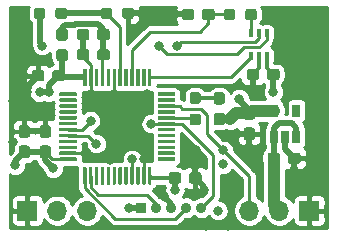
<source format=gbr>
G04 #@! TF.GenerationSoftware,KiCad,Pcbnew,(5.1.5)-3*
G04 #@! TF.CreationDate,2021-02-05T10:45:09+01:00*
G04 #@! TF.ProjectId,kapuki-cursen-hw,6b617075-6b69-42d6-9375-7273656e2d68,rev?*
G04 #@! TF.SameCoordinates,Original*
G04 #@! TF.FileFunction,Copper,L1,Top*
G04 #@! TF.FilePolarity,Positive*
%FSLAX46Y46*%
G04 Gerber Fmt 4.6, Leading zero omitted, Abs format (unit mm)*
G04 Created by KiCad (PCBNEW (5.1.5)-3) date 2021-02-05 10:45:09*
%MOMM*%
%LPD*%
G04 APERTURE LIST*
%ADD10O,1.700000X1.700000*%
%ADD11R,1.700000X1.700000*%
%ADD12R,0.900000X0.900000*%
%ADD13C,0.900000*%
%ADD14C,0.100000*%
%ADD15R,0.400000X0.650000*%
%ADD16R,0.650000X1.060000*%
%ADD17C,0.800000*%
%ADD18C,0.500000*%
%ADD19C,0.300000*%
%ADD20C,0.250000*%
%ADD21C,1.000000*%
%ADD22C,0.254000*%
G04 APERTURE END LIST*
D10*
X127762000Y-91440000D03*
X125222000Y-91440000D03*
D11*
X122682000Y-91440000D03*
D12*
X132334000Y-91186000D03*
D13*
X133604000Y-91186000D03*
X134874000Y-91186000D03*
X136144000Y-91186000D03*
X137414000Y-91186000D03*
G04 #@! TA.AperFunction,SMDPad,CuDef*
D14*
G36*
X143832179Y-79434544D02*
G01*
X143855234Y-79437963D01*
X143877843Y-79443627D01*
X143899787Y-79451479D01*
X143920857Y-79461444D01*
X143940848Y-79473426D01*
X143959568Y-79487310D01*
X143976838Y-79502962D01*
X143992490Y-79520232D01*
X144006374Y-79538952D01*
X144018356Y-79558943D01*
X144028321Y-79580013D01*
X144036173Y-79601957D01*
X144041837Y-79624566D01*
X144045256Y-79647621D01*
X144046400Y-79670900D01*
X144046400Y-80145900D01*
X144045256Y-80169179D01*
X144041837Y-80192234D01*
X144036173Y-80214843D01*
X144028321Y-80236787D01*
X144018356Y-80257857D01*
X144006374Y-80277848D01*
X143992490Y-80296568D01*
X143976838Y-80313838D01*
X143959568Y-80329490D01*
X143940848Y-80343374D01*
X143920857Y-80355356D01*
X143899787Y-80365321D01*
X143877843Y-80373173D01*
X143855234Y-80378837D01*
X143832179Y-80382256D01*
X143808900Y-80383400D01*
X143208900Y-80383400D01*
X143185621Y-80382256D01*
X143162566Y-80378837D01*
X143139957Y-80373173D01*
X143118013Y-80365321D01*
X143096943Y-80355356D01*
X143076952Y-80343374D01*
X143058232Y-80329490D01*
X143040962Y-80313838D01*
X143025310Y-80296568D01*
X143011426Y-80277848D01*
X142999444Y-80257857D01*
X142989479Y-80236787D01*
X142981627Y-80214843D01*
X142975963Y-80192234D01*
X142972544Y-80169179D01*
X142971400Y-80145900D01*
X142971400Y-79670900D01*
X142972544Y-79647621D01*
X142975963Y-79624566D01*
X142981627Y-79601957D01*
X142989479Y-79580013D01*
X142999444Y-79558943D01*
X143011426Y-79538952D01*
X143025310Y-79520232D01*
X143040962Y-79502962D01*
X143058232Y-79487310D01*
X143076952Y-79473426D01*
X143096943Y-79461444D01*
X143118013Y-79451479D01*
X143139957Y-79443627D01*
X143162566Y-79437963D01*
X143185621Y-79434544D01*
X143208900Y-79433400D01*
X143808900Y-79433400D01*
X143832179Y-79434544D01*
G37*
G04 #@! TD.AperFunction*
G04 #@! TA.AperFunction,SMDPad,CuDef*
G36*
X142107179Y-79434544D02*
G01*
X142130234Y-79437963D01*
X142152843Y-79443627D01*
X142174787Y-79451479D01*
X142195857Y-79461444D01*
X142215848Y-79473426D01*
X142234568Y-79487310D01*
X142251838Y-79502962D01*
X142267490Y-79520232D01*
X142281374Y-79538952D01*
X142293356Y-79558943D01*
X142303321Y-79580013D01*
X142311173Y-79601957D01*
X142316837Y-79624566D01*
X142320256Y-79647621D01*
X142321400Y-79670900D01*
X142321400Y-80145900D01*
X142320256Y-80169179D01*
X142316837Y-80192234D01*
X142311173Y-80214843D01*
X142303321Y-80236787D01*
X142293356Y-80257857D01*
X142281374Y-80277848D01*
X142267490Y-80296568D01*
X142251838Y-80313838D01*
X142234568Y-80329490D01*
X142215848Y-80343374D01*
X142195857Y-80355356D01*
X142174787Y-80365321D01*
X142152843Y-80373173D01*
X142130234Y-80378837D01*
X142107179Y-80382256D01*
X142083900Y-80383400D01*
X141483900Y-80383400D01*
X141460621Y-80382256D01*
X141437566Y-80378837D01*
X141414957Y-80373173D01*
X141393013Y-80365321D01*
X141371943Y-80355356D01*
X141351952Y-80343374D01*
X141333232Y-80329490D01*
X141315962Y-80313838D01*
X141300310Y-80296568D01*
X141286426Y-80277848D01*
X141274444Y-80257857D01*
X141264479Y-80236787D01*
X141256627Y-80214843D01*
X141250963Y-80192234D01*
X141247544Y-80169179D01*
X141246400Y-80145900D01*
X141246400Y-79670900D01*
X141247544Y-79647621D01*
X141250963Y-79624566D01*
X141256627Y-79601957D01*
X141264479Y-79580013D01*
X141274444Y-79558943D01*
X141286426Y-79538952D01*
X141300310Y-79520232D01*
X141315962Y-79502962D01*
X141333232Y-79487310D01*
X141351952Y-79473426D01*
X141371943Y-79461444D01*
X141393013Y-79451479D01*
X141414957Y-79443627D01*
X141437566Y-79437963D01*
X141460621Y-79434544D01*
X141483900Y-79433400D01*
X142083900Y-79433400D01*
X142107179Y-79434544D01*
G37*
G04 #@! TD.AperFunction*
G04 #@! TA.AperFunction,SMDPad,CuDef*
G36*
X133134351Y-87753361D02*
G01*
X133141632Y-87754441D01*
X133148771Y-87756229D01*
X133155701Y-87758709D01*
X133162355Y-87761856D01*
X133168668Y-87765640D01*
X133174579Y-87770024D01*
X133180033Y-87774967D01*
X133184976Y-87780421D01*
X133189360Y-87786332D01*
X133193144Y-87792645D01*
X133196291Y-87799299D01*
X133198771Y-87806229D01*
X133200559Y-87813368D01*
X133201639Y-87820649D01*
X133202000Y-87828000D01*
X133202000Y-89153000D01*
X133201639Y-89160351D01*
X133200559Y-89167632D01*
X133198771Y-89174771D01*
X133196291Y-89181701D01*
X133193144Y-89188355D01*
X133189360Y-89194668D01*
X133184976Y-89200579D01*
X133180033Y-89206033D01*
X133174579Y-89210976D01*
X133168668Y-89215360D01*
X133162355Y-89219144D01*
X133155701Y-89222291D01*
X133148771Y-89224771D01*
X133141632Y-89226559D01*
X133134351Y-89227639D01*
X133127000Y-89228000D01*
X132977000Y-89228000D01*
X132969649Y-89227639D01*
X132962368Y-89226559D01*
X132955229Y-89224771D01*
X132948299Y-89222291D01*
X132941645Y-89219144D01*
X132935332Y-89215360D01*
X132929421Y-89210976D01*
X132923967Y-89206033D01*
X132919024Y-89200579D01*
X132914640Y-89194668D01*
X132910856Y-89188355D01*
X132907709Y-89181701D01*
X132905229Y-89174771D01*
X132903441Y-89167632D01*
X132902361Y-89160351D01*
X132902000Y-89153000D01*
X132902000Y-87828000D01*
X132902361Y-87820649D01*
X132903441Y-87813368D01*
X132905229Y-87806229D01*
X132907709Y-87799299D01*
X132910856Y-87792645D01*
X132914640Y-87786332D01*
X132919024Y-87780421D01*
X132923967Y-87774967D01*
X132929421Y-87770024D01*
X132935332Y-87765640D01*
X132941645Y-87761856D01*
X132948299Y-87758709D01*
X132955229Y-87756229D01*
X132962368Y-87754441D01*
X132969649Y-87753361D01*
X132977000Y-87753000D01*
X133127000Y-87753000D01*
X133134351Y-87753361D01*
G37*
G04 #@! TD.AperFunction*
G04 #@! TA.AperFunction,SMDPad,CuDef*
G36*
X132634351Y-87753361D02*
G01*
X132641632Y-87754441D01*
X132648771Y-87756229D01*
X132655701Y-87758709D01*
X132662355Y-87761856D01*
X132668668Y-87765640D01*
X132674579Y-87770024D01*
X132680033Y-87774967D01*
X132684976Y-87780421D01*
X132689360Y-87786332D01*
X132693144Y-87792645D01*
X132696291Y-87799299D01*
X132698771Y-87806229D01*
X132700559Y-87813368D01*
X132701639Y-87820649D01*
X132702000Y-87828000D01*
X132702000Y-89153000D01*
X132701639Y-89160351D01*
X132700559Y-89167632D01*
X132698771Y-89174771D01*
X132696291Y-89181701D01*
X132693144Y-89188355D01*
X132689360Y-89194668D01*
X132684976Y-89200579D01*
X132680033Y-89206033D01*
X132674579Y-89210976D01*
X132668668Y-89215360D01*
X132662355Y-89219144D01*
X132655701Y-89222291D01*
X132648771Y-89224771D01*
X132641632Y-89226559D01*
X132634351Y-89227639D01*
X132627000Y-89228000D01*
X132477000Y-89228000D01*
X132469649Y-89227639D01*
X132462368Y-89226559D01*
X132455229Y-89224771D01*
X132448299Y-89222291D01*
X132441645Y-89219144D01*
X132435332Y-89215360D01*
X132429421Y-89210976D01*
X132423967Y-89206033D01*
X132419024Y-89200579D01*
X132414640Y-89194668D01*
X132410856Y-89188355D01*
X132407709Y-89181701D01*
X132405229Y-89174771D01*
X132403441Y-89167632D01*
X132402361Y-89160351D01*
X132402000Y-89153000D01*
X132402000Y-87828000D01*
X132402361Y-87820649D01*
X132403441Y-87813368D01*
X132405229Y-87806229D01*
X132407709Y-87799299D01*
X132410856Y-87792645D01*
X132414640Y-87786332D01*
X132419024Y-87780421D01*
X132423967Y-87774967D01*
X132429421Y-87770024D01*
X132435332Y-87765640D01*
X132441645Y-87761856D01*
X132448299Y-87758709D01*
X132455229Y-87756229D01*
X132462368Y-87754441D01*
X132469649Y-87753361D01*
X132477000Y-87753000D01*
X132627000Y-87753000D01*
X132634351Y-87753361D01*
G37*
G04 #@! TD.AperFunction*
G04 #@! TA.AperFunction,SMDPad,CuDef*
G36*
X132134351Y-87753361D02*
G01*
X132141632Y-87754441D01*
X132148771Y-87756229D01*
X132155701Y-87758709D01*
X132162355Y-87761856D01*
X132168668Y-87765640D01*
X132174579Y-87770024D01*
X132180033Y-87774967D01*
X132184976Y-87780421D01*
X132189360Y-87786332D01*
X132193144Y-87792645D01*
X132196291Y-87799299D01*
X132198771Y-87806229D01*
X132200559Y-87813368D01*
X132201639Y-87820649D01*
X132202000Y-87828000D01*
X132202000Y-89153000D01*
X132201639Y-89160351D01*
X132200559Y-89167632D01*
X132198771Y-89174771D01*
X132196291Y-89181701D01*
X132193144Y-89188355D01*
X132189360Y-89194668D01*
X132184976Y-89200579D01*
X132180033Y-89206033D01*
X132174579Y-89210976D01*
X132168668Y-89215360D01*
X132162355Y-89219144D01*
X132155701Y-89222291D01*
X132148771Y-89224771D01*
X132141632Y-89226559D01*
X132134351Y-89227639D01*
X132127000Y-89228000D01*
X131977000Y-89228000D01*
X131969649Y-89227639D01*
X131962368Y-89226559D01*
X131955229Y-89224771D01*
X131948299Y-89222291D01*
X131941645Y-89219144D01*
X131935332Y-89215360D01*
X131929421Y-89210976D01*
X131923967Y-89206033D01*
X131919024Y-89200579D01*
X131914640Y-89194668D01*
X131910856Y-89188355D01*
X131907709Y-89181701D01*
X131905229Y-89174771D01*
X131903441Y-89167632D01*
X131902361Y-89160351D01*
X131902000Y-89153000D01*
X131902000Y-87828000D01*
X131902361Y-87820649D01*
X131903441Y-87813368D01*
X131905229Y-87806229D01*
X131907709Y-87799299D01*
X131910856Y-87792645D01*
X131914640Y-87786332D01*
X131919024Y-87780421D01*
X131923967Y-87774967D01*
X131929421Y-87770024D01*
X131935332Y-87765640D01*
X131941645Y-87761856D01*
X131948299Y-87758709D01*
X131955229Y-87756229D01*
X131962368Y-87754441D01*
X131969649Y-87753361D01*
X131977000Y-87753000D01*
X132127000Y-87753000D01*
X132134351Y-87753361D01*
G37*
G04 #@! TD.AperFunction*
G04 #@! TA.AperFunction,SMDPad,CuDef*
G36*
X131634351Y-87753361D02*
G01*
X131641632Y-87754441D01*
X131648771Y-87756229D01*
X131655701Y-87758709D01*
X131662355Y-87761856D01*
X131668668Y-87765640D01*
X131674579Y-87770024D01*
X131680033Y-87774967D01*
X131684976Y-87780421D01*
X131689360Y-87786332D01*
X131693144Y-87792645D01*
X131696291Y-87799299D01*
X131698771Y-87806229D01*
X131700559Y-87813368D01*
X131701639Y-87820649D01*
X131702000Y-87828000D01*
X131702000Y-89153000D01*
X131701639Y-89160351D01*
X131700559Y-89167632D01*
X131698771Y-89174771D01*
X131696291Y-89181701D01*
X131693144Y-89188355D01*
X131689360Y-89194668D01*
X131684976Y-89200579D01*
X131680033Y-89206033D01*
X131674579Y-89210976D01*
X131668668Y-89215360D01*
X131662355Y-89219144D01*
X131655701Y-89222291D01*
X131648771Y-89224771D01*
X131641632Y-89226559D01*
X131634351Y-89227639D01*
X131627000Y-89228000D01*
X131477000Y-89228000D01*
X131469649Y-89227639D01*
X131462368Y-89226559D01*
X131455229Y-89224771D01*
X131448299Y-89222291D01*
X131441645Y-89219144D01*
X131435332Y-89215360D01*
X131429421Y-89210976D01*
X131423967Y-89206033D01*
X131419024Y-89200579D01*
X131414640Y-89194668D01*
X131410856Y-89188355D01*
X131407709Y-89181701D01*
X131405229Y-89174771D01*
X131403441Y-89167632D01*
X131402361Y-89160351D01*
X131402000Y-89153000D01*
X131402000Y-87828000D01*
X131402361Y-87820649D01*
X131403441Y-87813368D01*
X131405229Y-87806229D01*
X131407709Y-87799299D01*
X131410856Y-87792645D01*
X131414640Y-87786332D01*
X131419024Y-87780421D01*
X131423967Y-87774967D01*
X131429421Y-87770024D01*
X131435332Y-87765640D01*
X131441645Y-87761856D01*
X131448299Y-87758709D01*
X131455229Y-87756229D01*
X131462368Y-87754441D01*
X131469649Y-87753361D01*
X131477000Y-87753000D01*
X131627000Y-87753000D01*
X131634351Y-87753361D01*
G37*
G04 #@! TD.AperFunction*
G04 #@! TA.AperFunction,SMDPad,CuDef*
G36*
X131134351Y-87753361D02*
G01*
X131141632Y-87754441D01*
X131148771Y-87756229D01*
X131155701Y-87758709D01*
X131162355Y-87761856D01*
X131168668Y-87765640D01*
X131174579Y-87770024D01*
X131180033Y-87774967D01*
X131184976Y-87780421D01*
X131189360Y-87786332D01*
X131193144Y-87792645D01*
X131196291Y-87799299D01*
X131198771Y-87806229D01*
X131200559Y-87813368D01*
X131201639Y-87820649D01*
X131202000Y-87828000D01*
X131202000Y-89153000D01*
X131201639Y-89160351D01*
X131200559Y-89167632D01*
X131198771Y-89174771D01*
X131196291Y-89181701D01*
X131193144Y-89188355D01*
X131189360Y-89194668D01*
X131184976Y-89200579D01*
X131180033Y-89206033D01*
X131174579Y-89210976D01*
X131168668Y-89215360D01*
X131162355Y-89219144D01*
X131155701Y-89222291D01*
X131148771Y-89224771D01*
X131141632Y-89226559D01*
X131134351Y-89227639D01*
X131127000Y-89228000D01*
X130977000Y-89228000D01*
X130969649Y-89227639D01*
X130962368Y-89226559D01*
X130955229Y-89224771D01*
X130948299Y-89222291D01*
X130941645Y-89219144D01*
X130935332Y-89215360D01*
X130929421Y-89210976D01*
X130923967Y-89206033D01*
X130919024Y-89200579D01*
X130914640Y-89194668D01*
X130910856Y-89188355D01*
X130907709Y-89181701D01*
X130905229Y-89174771D01*
X130903441Y-89167632D01*
X130902361Y-89160351D01*
X130902000Y-89153000D01*
X130902000Y-87828000D01*
X130902361Y-87820649D01*
X130903441Y-87813368D01*
X130905229Y-87806229D01*
X130907709Y-87799299D01*
X130910856Y-87792645D01*
X130914640Y-87786332D01*
X130919024Y-87780421D01*
X130923967Y-87774967D01*
X130929421Y-87770024D01*
X130935332Y-87765640D01*
X130941645Y-87761856D01*
X130948299Y-87758709D01*
X130955229Y-87756229D01*
X130962368Y-87754441D01*
X130969649Y-87753361D01*
X130977000Y-87753000D01*
X131127000Y-87753000D01*
X131134351Y-87753361D01*
G37*
G04 #@! TD.AperFunction*
G04 #@! TA.AperFunction,SMDPad,CuDef*
G36*
X130634351Y-87753361D02*
G01*
X130641632Y-87754441D01*
X130648771Y-87756229D01*
X130655701Y-87758709D01*
X130662355Y-87761856D01*
X130668668Y-87765640D01*
X130674579Y-87770024D01*
X130680033Y-87774967D01*
X130684976Y-87780421D01*
X130689360Y-87786332D01*
X130693144Y-87792645D01*
X130696291Y-87799299D01*
X130698771Y-87806229D01*
X130700559Y-87813368D01*
X130701639Y-87820649D01*
X130702000Y-87828000D01*
X130702000Y-89153000D01*
X130701639Y-89160351D01*
X130700559Y-89167632D01*
X130698771Y-89174771D01*
X130696291Y-89181701D01*
X130693144Y-89188355D01*
X130689360Y-89194668D01*
X130684976Y-89200579D01*
X130680033Y-89206033D01*
X130674579Y-89210976D01*
X130668668Y-89215360D01*
X130662355Y-89219144D01*
X130655701Y-89222291D01*
X130648771Y-89224771D01*
X130641632Y-89226559D01*
X130634351Y-89227639D01*
X130627000Y-89228000D01*
X130477000Y-89228000D01*
X130469649Y-89227639D01*
X130462368Y-89226559D01*
X130455229Y-89224771D01*
X130448299Y-89222291D01*
X130441645Y-89219144D01*
X130435332Y-89215360D01*
X130429421Y-89210976D01*
X130423967Y-89206033D01*
X130419024Y-89200579D01*
X130414640Y-89194668D01*
X130410856Y-89188355D01*
X130407709Y-89181701D01*
X130405229Y-89174771D01*
X130403441Y-89167632D01*
X130402361Y-89160351D01*
X130402000Y-89153000D01*
X130402000Y-87828000D01*
X130402361Y-87820649D01*
X130403441Y-87813368D01*
X130405229Y-87806229D01*
X130407709Y-87799299D01*
X130410856Y-87792645D01*
X130414640Y-87786332D01*
X130419024Y-87780421D01*
X130423967Y-87774967D01*
X130429421Y-87770024D01*
X130435332Y-87765640D01*
X130441645Y-87761856D01*
X130448299Y-87758709D01*
X130455229Y-87756229D01*
X130462368Y-87754441D01*
X130469649Y-87753361D01*
X130477000Y-87753000D01*
X130627000Y-87753000D01*
X130634351Y-87753361D01*
G37*
G04 #@! TD.AperFunction*
G04 #@! TA.AperFunction,SMDPad,CuDef*
G36*
X130134351Y-87753361D02*
G01*
X130141632Y-87754441D01*
X130148771Y-87756229D01*
X130155701Y-87758709D01*
X130162355Y-87761856D01*
X130168668Y-87765640D01*
X130174579Y-87770024D01*
X130180033Y-87774967D01*
X130184976Y-87780421D01*
X130189360Y-87786332D01*
X130193144Y-87792645D01*
X130196291Y-87799299D01*
X130198771Y-87806229D01*
X130200559Y-87813368D01*
X130201639Y-87820649D01*
X130202000Y-87828000D01*
X130202000Y-89153000D01*
X130201639Y-89160351D01*
X130200559Y-89167632D01*
X130198771Y-89174771D01*
X130196291Y-89181701D01*
X130193144Y-89188355D01*
X130189360Y-89194668D01*
X130184976Y-89200579D01*
X130180033Y-89206033D01*
X130174579Y-89210976D01*
X130168668Y-89215360D01*
X130162355Y-89219144D01*
X130155701Y-89222291D01*
X130148771Y-89224771D01*
X130141632Y-89226559D01*
X130134351Y-89227639D01*
X130127000Y-89228000D01*
X129977000Y-89228000D01*
X129969649Y-89227639D01*
X129962368Y-89226559D01*
X129955229Y-89224771D01*
X129948299Y-89222291D01*
X129941645Y-89219144D01*
X129935332Y-89215360D01*
X129929421Y-89210976D01*
X129923967Y-89206033D01*
X129919024Y-89200579D01*
X129914640Y-89194668D01*
X129910856Y-89188355D01*
X129907709Y-89181701D01*
X129905229Y-89174771D01*
X129903441Y-89167632D01*
X129902361Y-89160351D01*
X129902000Y-89153000D01*
X129902000Y-87828000D01*
X129902361Y-87820649D01*
X129903441Y-87813368D01*
X129905229Y-87806229D01*
X129907709Y-87799299D01*
X129910856Y-87792645D01*
X129914640Y-87786332D01*
X129919024Y-87780421D01*
X129923967Y-87774967D01*
X129929421Y-87770024D01*
X129935332Y-87765640D01*
X129941645Y-87761856D01*
X129948299Y-87758709D01*
X129955229Y-87756229D01*
X129962368Y-87754441D01*
X129969649Y-87753361D01*
X129977000Y-87753000D01*
X130127000Y-87753000D01*
X130134351Y-87753361D01*
G37*
G04 #@! TD.AperFunction*
G04 #@! TA.AperFunction,SMDPad,CuDef*
G36*
X129634351Y-87753361D02*
G01*
X129641632Y-87754441D01*
X129648771Y-87756229D01*
X129655701Y-87758709D01*
X129662355Y-87761856D01*
X129668668Y-87765640D01*
X129674579Y-87770024D01*
X129680033Y-87774967D01*
X129684976Y-87780421D01*
X129689360Y-87786332D01*
X129693144Y-87792645D01*
X129696291Y-87799299D01*
X129698771Y-87806229D01*
X129700559Y-87813368D01*
X129701639Y-87820649D01*
X129702000Y-87828000D01*
X129702000Y-89153000D01*
X129701639Y-89160351D01*
X129700559Y-89167632D01*
X129698771Y-89174771D01*
X129696291Y-89181701D01*
X129693144Y-89188355D01*
X129689360Y-89194668D01*
X129684976Y-89200579D01*
X129680033Y-89206033D01*
X129674579Y-89210976D01*
X129668668Y-89215360D01*
X129662355Y-89219144D01*
X129655701Y-89222291D01*
X129648771Y-89224771D01*
X129641632Y-89226559D01*
X129634351Y-89227639D01*
X129627000Y-89228000D01*
X129477000Y-89228000D01*
X129469649Y-89227639D01*
X129462368Y-89226559D01*
X129455229Y-89224771D01*
X129448299Y-89222291D01*
X129441645Y-89219144D01*
X129435332Y-89215360D01*
X129429421Y-89210976D01*
X129423967Y-89206033D01*
X129419024Y-89200579D01*
X129414640Y-89194668D01*
X129410856Y-89188355D01*
X129407709Y-89181701D01*
X129405229Y-89174771D01*
X129403441Y-89167632D01*
X129402361Y-89160351D01*
X129402000Y-89153000D01*
X129402000Y-87828000D01*
X129402361Y-87820649D01*
X129403441Y-87813368D01*
X129405229Y-87806229D01*
X129407709Y-87799299D01*
X129410856Y-87792645D01*
X129414640Y-87786332D01*
X129419024Y-87780421D01*
X129423967Y-87774967D01*
X129429421Y-87770024D01*
X129435332Y-87765640D01*
X129441645Y-87761856D01*
X129448299Y-87758709D01*
X129455229Y-87756229D01*
X129462368Y-87754441D01*
X129469649Y-87753361D01*
X129477000Y-87753000D01*
X129627000Y-87753000D01*
X129634351Y-87753361D01*
G37*
G04 #@! TD.AperFunction*
G04 #@! TA.AperFunction,SMDPad,CuDef*
G36*
X129134351Y-87753361D02*
G01*
X129141632Y-87754441D01*
X129148771Y-87756229D01*
X129155701Y-87758709D01*
X129162355Y-87761856D01*
X129168668Y-87765640D01*
X129174579Y-87770024D01*
X129180033Y-87774967D01*
X129184976Y-87780421D01*
X129189360Y-87786332D01*
X129193144Y-87792645D01*
X129196291Y-87799299D01*
X129198771Y-87806229D01*
X129200559Y-87813368D01*
X129201639Y-87820649D01*
X129202000Y-87828000D01*
X129202000Y-89153000D01*
X129201639Y-89160351D01*
X129200559Y-89167632D01*
X129198771Y-89174771D01*
X129196291Y-89181701D01*
X129193144Y-89188355D01*
X129189360Y-89194668D01*
X129184976Y-89200579D01*
X129180033Y-89206033D01*
X129174579Y-89210976D01*
X129168668Y-89215360D01*
X129162355Y-89219144D01*
X129155701Y-89222291D01*
X129148771Y-89224771D01*
X129141632Y-89226559D01*
X129134351Y-89227639D01*
X129127000Y-89228000D01*
X128977000Y-89228000D01*
X128969649Y-89227639D01*
X128962368Y-89226559D01*
X128955229Y-89224771D01*
X128948299Y-89222291D01*
X128941645Y-89219144D01*
X128935332Y-89215360D01*
X128929421Y-89210976D01*
X128923967Y-89206033D01*
X128919024Y-89200579D01*
X128914640Y-89194668D01*
X128910856Y-89188355D01*
X128907709Y-89181701D01*
X128905229Y-89174771D01*
X128903441Y-89167632D01*
X128902361Y-89160351D01*
X128902000Y-89153000D01*
X128902000Y-87828000D01*
X128902361Y-87820649D01*
X128903441Y-87813368D01*
X128905229Y-87806229D01*
X128907709Y-87799299D01*
X128910856Y-87792645D01*
X128914640Y-87786332D01*
X128919024Y-87780421D01*
X128923967Y-87774967D01*
X128929421Y-87770024D01*
X128935332Y-87765640D01*
X128941645Y-87761856D01*
X128948299Y-87758709D01*
X128955229Y-87756229D01*
X128962368Y-87754441D01*
X128969649Y-87753361D01*
X128977000Y-87753000D01*
X129127000Y-87753000D01*
X129134351Y-87753361D01*
G37*
G04 #@! TD.AperFunction*
G04 #@! TA.AperFunction,SMDPad,CuDef*
G36*
X128634351Y-87753361D02*
G01*
X128641632Y-87754441D01*
X128648771Y-87756229D01*
X128655701Y-87758709D01*
X128662355Y-87761856D01*
X128668668Y-87765640D01*
X128674579Y-87770024D01*
X128680033Y-87774967D01*
X128684976Y-87780421D01*
X128689360Y-87786332D01*
X128693144Y-87792645D01*
X128696291Y-87799299D01*
X128698771Y-87806229D01*
X128700559Y-87813368D01*
X128701639Y-87820649D01*
X128702000Y-87828000D01*
X128702000Y-89153000D01*
X128701639Y-89160351D01*
X128700559Y-89167632D01*
X128698771Y-89174771D01*
X128696291Y-89181701D01*
X128693144Y-89188355D01*
X128689360Y-89194668D01*
X128684976Y-89200579D01*
X128680033Y-89206033D01*
X128674579Y-89210976D01*
X128668668Y-89215360D01*
X128662355Y-89219144D01*
X128655701Y-89222291D01*
X128648771Y-89224771D01*
X128641632Y-89226559D01*
X128634351Y-89227639D01*
X128627000Y-89228000D01*
X128477000Y-89228000D01*
X128469649Y-89227639D01*
X128462368Y-89226559D01*
X128455229Y-89224771D01*
X128448299Y-89222291D01*
X128441645Y-89219144D01*
X128435332Y-89215360D01*
X128429421Y-89210976D01*
X128423967Y-89206033D01*
X128419024Y-89200579D01*
X128414640Y-89194668D01*
X128410856Y-89188355D01*
X128407709Y-89181701D01*
X128405229Y-89174771D01*
X128403441Y-89167632D01*
X128402361Y-89160351D01*
X128402000Y-89153000D01*
X128402000Y-87828000D01*
X128402361Y-87820649D01*
X128403441Y-87813368D01*
X128405229Y-87806229D01*
X128407709Y-87799299D01*
X128410856Y-87792645D01*
X128414640Y-87786332D01*
X128419024Y-87780421D01*
X128423967Y-87774967D01*
X128429421Y-87770024D01*
X128435332Y-87765640D01*
X128441645Y-87761856D01*
X128448299Y-87758709D01*
X128455229Y-87756229D01*
X128462368Y-87754441D01*
X128469649Y-87753361D01*
X128477000Y-87753000D01*
X128627000Y-87753000D01*
X128634351Y-87753361D01*
G37*
G04 #@! TD.AperFunction*
G04 #@! TA.AperFunction,SMDPad,CuDef*
G36*
X128134351Y-87753361D02*
G01*
X128141632Y-87754441D01*
X128148771Y-87756229D01*
X128155701Y-87758709D01*
X128162355Y-87761856D01*
X128168668Y-87765640D01*
X128174579Y-87770024D01*
X128180033Y-87774967D01*
X128184976Y-87780421D01*
X128189360Y-87786332D01*
X128193144Y-87792645D01*
X128196291Y-87799299D01*
X128198771Y-87806229D01*
X128200559Y-87813368D01*
X128201639Y-87820649D01*
X128202000Y-87828000D01*
X128202000Y-89153000D01*
X128201639Y-89160351D01*
X128200559Y-89167632D01*
X128198771Y-89174771D01*
X128196291Y-89181701D01*
X128193144Y-89188355D01*
X128189360Y-89194668D01*
X128184976Y-89200579D01*
X128180033Y-89206033D01*
X128174579Y-89210976D01*
X128168668Y-89215360D01*
X128162355Y-89219144D01*
X128155701Y-89222291D01*
X128148771Y-89224771D01*
X128141632Y-89226559D01*
X128134351Y-89227639D01*
X128127000Y-89228000D01*
X127977000Y-89228000D01*
X127969649Y-89227639D01*
X127962368Y-89226559D01*
X127955229Y-89224771D01*
X127948299Y-89222291D01*
X127941645Y-89219144D01*
X127935332Y-89215360D01*
X127929421Y-89210976D01*
X127923967Y-89206033D01*
X127919024Y-89200579D01*
X127914640Y-89194668D01*
X127910856Y-89188355D01*
X127907709Y-89181701D01*
X127905229Y-89174771D01*
X127903441Y-89167632D01*
X127902361Y-89160351D01*
X127902000Y-89153000D01*
X127902000Y-87828000D01*
X127902361Y-87820649D01*
X127903441Y-87813368D01*
X127905229Y-87806229D01*
X127907709Y-87799299D01*
X127910856Y-87792645D01*
X127914640Y-87786332D01*
X127919024Y-87780421D01*
X127923967Y-87774967D01*
X127929421Y-87770024D01*
X127935332Y-87765640D01*
X127941645Y-87761856D01*
X127948299Y-87758709D01*
X127955229Y-87756229D01*
X127962368Y-87754441D01*
X127969649Y-87753361D01*
X127977000Y-87753000D01*
X128127000Y-87753000D01*
X128134351Y-87753361D01*
G37*
G04 #@! TD.AperFunction*
G04 #@! TA.AperFunction,SMDPad,CuDef*
G36*
X127634351Y-87753361D02*
G01*
X127641632Y-87754441D01*
X127648771Y-87756229D01*
X127655701Y-87758709D01*
X127662355Y-87761856D01*
X127668668Y-87765640D01*
X127674579Y-87770024D01*
X127680033Y-87774967D01*
X127684976Y-87780421D01*
X127689360Y-87786332D01*
X127693144Y-87792645D01*
X127696291Y-87799299D01*
X127698771Y-87806229D01*
X127700559Y-87813368D01*
X127701639Y-87820649D01*
X127702000Y-87828000D01*
X127702000Y-89153000D01*
X127701639Y-89160351D01*
X127700559Y-89167632D01*
X127698771Y-89174771D01*
X127696291Y-89181701D01*
X127693144Y-89188355D01*
X127689360Y-89194668D01*
X127684976Y-89200579D01*
X127680033Y-89206033D01*
X127674579Y-89210976D01*
X127668668Y-89215360D01*
X127662355Y-89219144D01*
X127655701Y-89222291D01*
X127648771Y-89224771D01*
X127641632Y-89226559D01*
X127634351Y-89227639D01*
X127627000Y-89228000D01*
X127477000Y-89228000D01*
X127469649Y-89227639D01*
X127462368Y-89226559D01*
X127455229Y-89224771D01*
X127448299Y-89222291D01*
X127441645Y-89219144D01*
X127435332Y-89215360D01*
X127429421Y-89210976D01*
X127423967Y-89206033D01*
X127419024Y-89200579D01*
X127414640Y-89194668D01*
X127410856Y-89188355D01*
X127407709Y-89181701D01*
X127405229Y-89174771D01*
X127403441Y-89167632D01*
X127402361Y-89160351D01*
X127402000Y-89153000D01*
X127402000Y-87828000D01*
X127402361Y-87820649D01*
X127403441Y-87813368D01*
X127405229Y-87806229D01*
X127407709Y-87799299D01*
X127410856Y-87792645D01*
X127414640Y-87786332D01*
X127419024Y-87780421D01*
X127423967Y-87774967D01*
X127429421Y-87770024D01*
X127435332Y-87765640D01*
X127441645Y-87761856D01*
X127448299Y-87758709D01*
X127455229Y-87756229D01*
X127462368Y-87754441D01*
X127469649Y-87753361D01*
X127477000Y-87753000D01*
X127627000Y-87753000D01*
X127634351Y-87753361D01*
G37*
G04 #@! TD.AperFunction*
G04 #@! TA.AperFunction,SMDPad,CuDef*
G36*
X126809351Y-86928361D02*
G01*
X126816632Y-86929441D01*
X126823771Y-86931229D01*
X126830701Y-86933709D01*
X126837355Y-86936856D01*
X126843668Y-86940640D01*
X126849579Y-86945024D01*
X126855033Y-86949967D01*
X126859976Y-86955421D01*
X126864360Y-86961332D01*
X126868144Y-86967645D01*
X126871291Y-86974299D01*
X126873771Y-86981229D01*
X126875559Y-86988368D01*
X126876639Y-86995649D01*
X126877000Y-87003000D01*
X126877000Y-87153000D01*
X126876639Y-87160351D01*
X126875559Y-87167632D01*
X126873771Y-87174771D01*
X126871291Y-87181701D01*
X126868144Y-87188355D01*
X126864360Y-87194668D01*
X126859976Y-87200579D01*
X126855033Y-87206033D01*
X126849579Y-87210976D01*
X126843668Y-87215360D01*
X126837355Y-87219144D01*
X126830701Y-87222291D01*
X126823771Y-87224771D01*
X126816632Y-87226559D01*
X126809351Y-87227639D01*
X126802000Y-87228000D01*
X125477000Y-87228000D01*
X125469649Y-87227639D01*
X125462368Y-87226559D01*
X125455229Y-87224771D01*
X125448299Y-87222291D01*
X125441645Y-87219144D01*
X125435332Y-87215360D01*
X125429421Y-87210976D01*
X125423967Y-87206033D01*
X125419024Y-87200579D01*
X125414640Y-87194668D01*
X125410856Y-87188355D01*
X125407709Y-87181701D01*
X125405229Y-87174771D01*
X125403441Y-87167632D01*
X125402361Y-87160351D01*
X125402000Y-87153000D01*
X125402000Y-87003000D01*
X125402361Y-86995649D01*
X125403441Y-86988368D01*
X125405229Y-86981229D01*
X125407709Y-86974299D01*
X125410856Y-86967645D01*
X125414640Y-86961332D01*
X125419024Y-86955421D01*
X125423967Y-86949967D01*
X125429421Y-86945024D01*
X125435332Y-86940640D01*
X125441645Y-86936856D01*
X125448299Y-86933709D01*
X125455229Y-86931229D01*
X125462368Y-86929441D01*
X125469649Y-86928361D01*
X125477000Y-86928000D01*
X126802000Y-86928000D01*
X126809351Y-86928361D01*
G37*
G04 #@! TD.AperFunction*
G04 #@! TA.AperFunction,SMDPad,CuDef*
G36*
X126809351Y-86428361D02*
G01*
X126816632Y-86429441D01*
X126823771Y-86431229D01*
X126830701Y-86433709D01*
X126837355Y-86436856D01*
X126843668Y-86440640D01*
X126849579Y-86445024D01*
X126855033Y-86449967D01*
X126859976Y-86455421D01*
X126864360Y-86461332D01*
X126868144Y-86467645D01*
X126871291Y-86474299D01*
X126873771Y-86481229D01*
X126875559Y-86488368D01*
X126876639Y-86495649D01*
X126877000Y-86503000D01*
X126877000Y-86653000D01*
X126876639Y-86660351D01*
X126875559Y-86667632D01*
X126873771Y-86674771D01*
X126871291Y-86681701D01*
X126868144Y-86688355D01*
X126864360Y-86694668D01*
X126859976Y-86700579D01*
X126855033Y-86706033D01*
X126849579Y-86710976D01*
X126843668Y-86715360D01*
X126837355Y-86719144D01*
X126830701Y-86722291D01*
X126823771Y-86724771D01*
X126816632Y-86726559D01*
X126809351Y-86727639D01*
X126802000Y-86728000D01*
X125477000Y-86728000D01*
X125469649Y-86727639D01*
X125462368Y-86726559D01*
X125455229Y-86724771D01*
X125448299Y-86722291D01*
X125441645Y-86719144D01*
X125435332Y-86715360D01*
X125429421Y-86710976D01*
X125423967Y-86706033D01*
X125419024Y-86700579D01*
X125414640Y-86694668D01*
X125410856Y-86688355D01*
X125407709Y-86681701D01*
X125405229Y-86674771D01*
X125403441Y-86667632D01*
X125402361Y-86660351D01*
X125402000Y-86653000D01*
X125402000Y-86503000D01*
X125402361Y-86495649D01*
X125403441Y-86488368D01*
X125405229Y-86481229D01*
X125407709Y-86474299D01*
X125410856Y-86467645D01*
X125414640Y-86461332D01*
X125419024Y-86455421D01*
X125423967Y-86449967D01*
X125429421Y-86445024D01*
X125435332Y-86440640D01*
X125441645Y-86436856D01*
X125448299Y-86433709D01*
X125455229Y-86431229D01*
X125462368Y-86429441D01*
X125469649Y-86428361D01*
X125477000Y-86428000D01*
X126802000Y-86428000D01*
X126809351Y-86428361D01*
G37*
G04 #@! TD.AperFunction*
G04 #@! TA.AperFunction,SMDPad,CuDef*
G36*
X126809351Y-85928361D02*
G01*
X126816632Y-85929441D01*
X126823771Y-85931229D01*
X126830701Y-85933709D01*
X126837355Y-85936856D01*
X126843668Y-85940640D01*
X126849579Y-85945024D01*
X126855033Y-85949967D01*
X126859976Y-85955421D01*
X126864360Y-85961332D01*
X126868144Y-85967645D01*
X126871291Y-85974299D01*
X126873771Y-85981229D01*
X126875559Y-85988368D01*
X126876639Y-85995649D01*
X126877000Y-86003000D01*
X126877000Y-86153000D01*
X126876639Y-86160351D01*
X126875559Y-86167632D01*
X126873771Y-86174771D01*
X126871291Y-86181701D01*
X126868144Y-86188355D01*
X126864360Y-86194668D01*
X126859976Y-86200579D01*
X126855033Y-86206033D01*
X126849579Y-86210976D01*
X126843668Y-86215360D01*
X126837355Y-86219144D01*
X126830701Y-86222291D01*
X126823771Y-86224771D01*
X126816632Y-86226559D01*
X126809351Y-86227639D01*
X126802000Y-86228000D01*
X125477000Y-86228000D01*
X125469649Y-86227639D01*
X125462368Y-86226559D01*
X125455229Y-86224771D01*
X125448299Y-86222291D01*
X125441645Y-86219144D01*
X125435332Y-86215360D01*
X125429421Y-86210976D01*
X125423967Y-86206033D01*
X125419024Y-86200579D01*
X125414640Y-86194668D01*
X125410856Y-86188355D01*
X125407709Y-86181701D01*
X125405229Y-86174771D01*
X125403441Y-86167632D01*
X125402361Y-86160351D01*
X125402000Y-86153000D01*
X125402000Y-86003000D01*
X125402361Y-85995649D01*
X125403441Y-85988368D01*
X125405229Y-85981229D01*
X125407709Y-85974299D01*
X125410856Y-85967645D01*
X125414640Y-85961332D01*
X125419024Y-85955421D01*
X125423967Y-85949967D01*
X125429421Y-85945024D01*
X125435332Y-85940640D01*
X125441645Y-85936856D01*
X125448299Y-85933709D01*
X125455229Y-85931229D01*
X125462368Y-85929441D01*
X125469649Y-85928361D01*
X125477000Y-85928000D01*
X126802000Y-85928000D01*
X126809351Y-85928361D01*
G37*
G04 #@! TD.AperFunction*
G04 #@! TA.AperFunction,SMDPad,CuDef*
G36*
X126809351Y-85428361D02*
G01*
X126816632Y-85429441D01*
X126823771Y-85431229D01*
X126830701Y-85433709D01*
X126837355Y-85436856D01*
X126843668Y-85440640D01*
X126849579Y-85445024D01*
X126855033Y-85449967D01*
X126859976Y-85455421D01*
X126864360Y-85461332D01*
X126868144Y-85467645D01*
X126871291Y-85474299D01*
X126873771Y-85481229D01*
X126875559Y-85488368D01*
X126876639Y-85495649D01*
X126877000Y-85503000D01*
X126877000Y-85653000D01*
X126876639Y-85660351D01*
X126875559Y-85667632D01*
X126873771Y-85674771D01*
X126871291Y-85681701D01*
X126868144Y-85688355D01*
X126864360Y-85694668D01*
X126859976Y-85700579D01*
X126855033Y-85706033D01*
X126849579Y-85710976D01*
X126843668Y-85715360D01*
X126837355Y-85719144D01*
X126830701Y-85722291D01*
X126823771Y-85724771D01*
X126816632Y-85726559D01*
X126809351Y-85727639D01*
X126802000Y-85728000D01*
X125477000Y-85728000D01*
X125469649Y-85727639D01*
X125462368Y-85726559D01*
X125455229Y-85724771D01*
X125448299Y-85722291D01*
X125441645Y-85719144D01*
X125435332Y-85715360D01*
X125429421Y-85710976D01*
X125423967Y-85706033D01*
X125419024Y-85700579D01*
X125414640Y-85694668D01*
X125410856Y-85688355D01*
X125407709Y-85681701D01*
X125405229Y-85674771D01*
X125403441Y-85667632D01*
X125402361Y-85660351D01*
X125402000Y-85653000D01*
X125402000Y-85503000D01*
X125402361Y-85495649D01*
X125403441Y-85488368D01*
X125405229Y-85481229D01*
X125407709Y-85474299D01*
X125410856Y-85467645D01*
X125414640Y-85461332D01*
X125419024Y-85455421D01*
X125423967Y-85449967D01*
X125429421Y-85445024D01*
X125435332Y-85440640D01*
X125441645Y-85436856D01*
X125448299Y-85433709D01*
X125455229Y-85431229D01*
X125462368Y-85429441D01*
X125469649Y-85428361D01*
X125477000Y-85428000D01*
X126802000Y-85428000D01*
X126809351Y-85428361D01*
G37*
G04 #@! TD.AperFunction*
G04 #@! TA.AperFunction,SMDPad,CuDef*
G36*
X126809351Y-84928361D02*
G01*
X126816632Y-84929441D01*
X126823771Y-84931229D01*
X126830701Y-84933709D01*
X126837355Y-84936856D01*
X126843668Y-84940640D01*
X126849579Y-84945024D01*
X126855033Y-84949967D01*
X126859976Y-84955421D01*
X126864360Y-84961332D01*
X126868144Y-84967645D01*
X126871291Y-84974299D01*
X126873771Y-84981229D01*
X126875559Y-84988368D01*
X126876639Y-84995649D01*
X126877000Y-85003000D01*
X126877000Y-85153000D01*
X126876639Y-85160351D01*
X126875559Y-85167632D01*
X126873771Y-85174771D01*
X126871291Y-85181701D01*
X126868144Y-85188355D01*
X126864360Y-85194668D01*
X126859976Y-85200579D01*
X126855033Y-85206033D01*
X126849579Y-85210976D01*
X126843668Y-85215360D01*
X126837355Y-85219144D01*
X126830701Y-85222291D01*
X126823771Y-85224771D01*
X126816632Y-85226559D01*
X126809351Y-85227639D01*
X126802000Y-85228000D01*
X125477000Y-85228000D01*
X125469649Y-85227639D01*
X125462368Y-85226559D01*
X125455229Y-85224771D01*
X125448299Y-85222291D01*
X125441645Y-85219144D01*
X125435332Y-85215360D01*
X125429421Y-85210976D01*
X125423967Y-85206033D01*
X125419024Y-85200579D01*
X125414640Y-85194668D01*
X125410856Y-85188355D01*
X125407709Y-85181701D01*
X125405229Y-85174771D01*
X125403441Y-85167632D01*
X125402361Y-85160351D01*
X125402000Y-85153000D01*
X125402000Y-85003000D01*
X125402361Y-84995649D01*
X125403441Y-84988368D01*
X125405229Y-84981229D01*
X125407709Y-84974299D01*
X125410856Y-84967645D01*
X125414640Y-84961332D01*
X125419024Y-84955421D01*
X125423967Y-84949967D01*
X125429421Y-84945024D01*
X125435332Y-84940640D01*
X125441645Y-84936856D01*
X125448299Y-84933709D01*
X125455229Y-84931229D01*
X125462368Y-84929441D01*
X125469649Y-84928361D01*
X125477000Y-84928000D01*
X126802000Y-84928000D01*
X126809351Y-84928361D01*
G37*
G04 #@! TD.AperFunction*
G04 #@! TA.AperFunction,SMDPad,CuDef*
G36*
X126809351Y-84428361D02*
G01*
X126816632Y-84429441D01*
X126823771Y-84431229D01*
X126830701Y-84433709D01*
X126837355Y-84436856D01*
X126843668Y-84440640D01*
X126849579Y-84445024D01*
X126855033Y-84449967D01*
X126859976Y-84455421D01*
X126864360Y-84461332D01*
X126868144Y-84467645D01*
X126871291Y-84474299D01*
X126873771Y-84481229D01*
X126875559Y-84488368D01*
X126876639Y-84495649D01*
X126877000Y-84503000D01*
X126877000Y-84653000D01*
X126876639Y-84660351D01*
X126875559Y-84667632D01*
X126873771Y-84674771D01*
X126871291Y-84681701D01*
X126868144Y-84688355D01*
X126864360Y-84694668D01*
X126859976Y-84700579D01*
X126855033Y-84706033D01*
X126849579Y-84710976D01*
X126843668Y-84715360D01*
X126837355Y-84719144D01*
X126830701Y-84722291D01*
X126823771Y-84724771D01*
X126816632Y-84726559D01*
X126809351Y-84727639D01*
X126802000Y-84728000D01*
X125477000Y-84728000D01*
X125469649Y-84727639D01*
X125462368Y-84726559D01*
X125455229Y-84724771D01*
X125448299Y-84722291D01*
X125441645Y-84719144D01*
X125435332Y-84715360D01*
X125429421Y-84710976D01*
X125423967Y-84706033D01*
X125419024Y-84700579D01*
X125414640Y-84694668D01*
X125410856Y-84688355D01*
X125407709Y-84681701D01*
X125405229Y-84674771D01*
X125403441Y-84667632D01*
X125402361Y-84660351D01*
X125402000Y-84653000D01*
X125402000Y-84503000D01*
X125402361Y-84495649D01*
X125403441Y-84488368D01*
X125405229Y-84481229D01*
X125407709Y-84474299D01*
X125410856Y-84467645D01*
X125414640Y-84461332D01*
X125419024Y-84455421D01*
X125423967Y-84449967D01*
X125429421Y-84445024D01*
X125435332Y-84440640D01*
X125441645Y-84436856D01*
X125448299Y-84433709D01*
X125455229Y-84431229D01*
X125462368Y-84429441D01*
X125469649Y-84428361D01*
X125477000Y-84428000D01*
X126802000Y-84428000D01*
X126809351Y-84428361D01*
G37*
G04 #@! TD.AperFunction*
G04 #@! TA.AperFunction,SMDPad,CuDef*
G36*
X126809351Y-83928361D02*
G01*
X126816632Y-83929441D01*
X126823771Y-83931229D01*
X126830701Y-83933709D01*
X126837355Y-83936856D01*
X126843668Y-83940640D01*
X126849579Y-83945024D01*
X126855033Y-83949967D01*
X126859976Y-83955421D01*
X126864360Y-83961332D01*
X126868144Y-83967645D01*
X126871291Y-83974299D01*
X126873771Y-83981229D01*
X126875559Y-83988368D01*
X126876639Y-83995649D01*
X126877000Y-84003000D01*
X126877000Y-84153000D01*
X126876639Y-84160351D01*
X126875559Y-84167632D01*
X126873771Y-84174771D01*
X126871291Y-84181701D01*
X126868144Y-84188355D01*
X126864360Y-84194668D01*
X126859976Y-84200579D01*
X126855033Y-84206033D01*
X126849579Y-84210976D01*
X126843668Y-84215360D01*
X126837355Y-84219144D01*
X126830701Y-84222291D01*
X126823771Y-84224771D01*
X126816632Y-84226559D01*
X126809351Y-84227639D01*
X126802000Y-84228000D01*
X125477000Y-84228000D01*
X125469649Y-84227639D01*
X125462368Y-84226559D01*
X125455229Y-84224771D01*
X125448299Y-84222291D01*
X125441645Y-84219144D01*
X125435332Y-84215360D01*
X125429421Y-84210976D01*
X125423967Y-84206033D01*
X125419024Y-84200579D01*
X125414640Y-84194668D01*
X125410856Y-84188355D01*
X125407709Y-84181701D01*
X125405229Y-84174771D01*
X125403441Y-84167632D01*
X125402361Y-84160351D01*
X125402000Y-84153000D01*
X125402000Y-84003000D01*
X125402361Y-83995649D01*
X125403441Y-83988368D01*
X125405229Y-83981229D01*
X125407709Y-83974299D01*
X125410856Y-83967645D01*
X125414640Y-83961332D01*
X125419024Y-83955421D01*
X125423967Y-83949967D01*
X125429421Y-83945024D01*
X125435332Y-83940640D01*
X125441645Y-83936856D01*
X125448299Y-83933709D01*
X125455229Y-83931229D01*
X125462368Y-83929441D01*
X125469649Y-83928361D01*
X125477000Y-83928000D01*
X126802000Y-83928000D01*
X126809351Y-83928361D01*
G37*
G04 #@! TD.AperFunction*
G04 #@! TA.AperFunction,SMDPad,CuDef*
G36*
X126809351Y-83428361D02*
G01*
X126816632Y-83429441D01*
X126823771Y-83431229D01*
X126830701Y-83433709D01*
X126837355Y-83436856D01*
X126843668Y-83440640D01*
X126849579Y-83445024D01*
X126855033Y-83449967D01*
X126859976Y-83455421D01*
X126864360Y-83461332D01*
X126868144Y-83467645D01*
X126871291Y-83474299D01*
X126873771Y-83481229D01*
X126875559Y-83488368D01*
X126876639Y-83495649D01*
X126877000Y-83503000D01*
X126877000Y-83653000D01*
X126876639Y-83660351D01*
X126875559Y-83667632D01*
X126873771Y-83674771D01*
X126871291Y-83681701D01*
X126868144Y-83688355D01*
X126864360Y-83694668D01*
X126859976Y-83700579D01*
X126855033Y-83706033D01*
X126849579Y-83710976D01*
X126843668Y-83715360D01*
X126837355Y-83719144D01*
X126830701Y-83722291D01*
X126823771Y-83724771D01*
X126816632Y-83726559D01*
X126809351Y-83727639D01*
X126802000Y-83728000D01*
X125477000Y-83728000D01*
X125469649Y-83727639D01*
X125462368Y-83726559D01*
X125455229Y-83724771D01*
X125448299Y-83722291D01*
X125441645Y-83719144D01*
X125435332Y-83715360D01*
X125429421Y-83710976D01*
X125423967Y-83706033D01*
X125419024Y-83700579D01*
X125414640Y-83694668D01*
X125410856Y-83688355D01*
X125407709Y-83681701D01*
X125405229Y-83674771D01*
X125403441Y-83667632D01*
X125402361Y-83660351D01*
X125402000Y-83653000D01*
X125402000Y-83503000D01*
X125402361Y-83495649D01*
X125403441Y-83488368D01*
X125405229Y-83481229D01*
X125407709Y-83474299D01*
X125410856Y-83467645D01*
X125414640Y-83461332D01*
X125419024Y-83455421D01*
X125423967Y-83449967D01*
X125429421Y-83445024D01*
X125435332Y-83440640D01*
X125441645Y-83436856D01*
X125448299Y-83433709D01*
X125455229Y-83431229D01*
X125462368Y-83429441D01*
X125469649Y-83428361D01*
X125477000Y-83428000D01*
X126802000Y-83428000D01*
X126809351Y-83428361D01*
G37*
G04 #@! TD.AperFunction*
G04 #@! TA.AperFunction,SMDPad,CuDef*
G36*
X126809351Y-82928361D02*
G01*
X126816632Y-82929441D01*
X126823771Y-82931229D01*
X126830701Y-82933709D01*
X126837355Y-82936856D01*
X126843668Y-82940640D01*
X126849579Y-82945024D01*
X126855033Y-82949967D01*
X126859976Y-82955421D01*
X126864360Y-82961332D01*
X126868144Y-82967645D01*
X126871291Y-82974299D01*
X126873771Y-82981229D01*
X126875559Y-82988368D01*
X126876639Y-82995649D01*
X126877000Y-83003000D01*
X126877000Y-83153000D01*
X126876639Y-83160351D01*
X126875559Y-83167632D01*
X126873771Y-83174771D01*
X126871291Y-83181701D01*
X126868144Y-83188355D01*
X126864360Y-83194668D01*
X126859976Y-83200579D01*
X126855033Y-83206033D01*
X126849579Y-83210976D01*
X126843668Y-83215360D01*
X126837355Y-83219144D01*
X126830701Y-83222291D01*
X126823771Y-83224771D01*
X126816632Y-83226559D01*
X126809351Y-83227639D01*
X126802000Y-83228000D01*
X125477000Y-83228000D01*
X125469649Y-83227639D01*
X125462368Y-83226559D01*
X125455229Y-83224771D01*
X125448299Y-83222291D01*
X125441645Y-83219144D01*
X125435332Y-83215360D01*
X125429421Y-83210976D01*
X125423967Y-83206033D01*
X125419024Y-83200579D01*
X125414640Y-83194668D01*
X125410856Y-83188355D01*
X125407709Y-83181701D01*
X125405229Y-83174771D01*
X125403441Y-83167632D01*
X125402361Y-83160351D01*
X125402000Y-83153000D01*
X125402000Y-83003000D01*
X125402361Y-82995649D01*
X125403441Y-82988368D01*
X125405229Y-82981229D01*
X125407709Y-82974299D01*
X125410856Y-82967645D01*
X125414640Y-82961332D01*
X125419024Y-82955421D01*
X125423967Y-82949967D01*
X125429421Y-82945024D01*
X125435332Y-82940640D01*
X125441645Y-82936856D01*
X125448299Y-82933709D01*
X125455229Y-82931229D01*
X125462368Y-82929441D01*
X125469649Y-82928361D01*
X125477000Y-82928000D01*
X126802000Y-82928000D01*
X126809351Y-82928361D01*
G37*
G04 #@! TD.AperFunction*
G04 #@! TA.AperFunction,SMDPad,CuDef*
G36*
X126809351Y-82428361D02*
G01*
X126816632Y-82429441D01*
X126823771Y-82431229D01*
X126830701Y-82433709D01*
X126837355Y-82436856D01*
X126843668Y-82440640D01*
X126849579Y-82445024D01*
X126855033Y-82449967D01*
X126859976Y-82455421D01*
X126864360Y-82461332D01*
X126868144Y-82467645D01*
X126871291Y-82474299D01*
X126873771Y-82481229D01*
X126875559Y-82488368D01*
X126876639Y-82495649D01*
X126877000Y-82503000D01*
X126877000Y-82653000D01*
X126876639Y-82660351D01*
X126875559Y-82667632D01*
X126873771Y-82674771D01*
X126871291Y-82681701D01*
X126868144Y-82688355D01*
X126864360Y-82694668D01*
X126859976Y-82700579D01*
X126855033Y-82706033D01*
X126849579Y-82710976D01*
X126843668Y-82715360D01*
X126837355Y-82719144D01*
X126830701Y-82722291D01*
X126823771Y-82724771D01*
X126816632Y-82726559D01*
X126809351Y-82727639D01*
X126802000Y-82728000D01*
X125477000Y-82728000D01*
X125469649Y-82727639D01*
X125462368Y-82726559D01*
X125455229Y-82724771D01*
X125448299Y-82722291D01*
X125441645Y-82719144D01*
X125435332Y-82715360D01*
X125429421Y-82710976D01*
X125423967Y-82706033D01*
X125419024Y-82700579D01*
X125414640Y-82694668D01*
X125410856Y-82688355D01*
X125407709Y-82681701D01*
X125405229Y-82674771D01*
X125403441Y-82667632D01*
X125402361Y-82660351D01*
X125402000Y-82653000D01*
X125402000Y-82503000D01*
X125402361Y-82495649D01*
X125403441Y-82488368D01*
X125405229Y-82481229D01*
X125407709Y-82474299D01*
X125410856Y-82467645D01*
X125414640Y-82461332D01*
X125419024Y-82455421D01*
X125423967Y-82449967D01*
X125429421Y-82445024D01*
X125435332Y-82440640D01*
X125441645Y-82436856D01*
X125448299Y-82433709D01*
X125455229Y-82431229D01*
X125462368Y-82429441D01*
X125469649Y-82428361D01*
X125477000Y-82428000D01*
X126802000Y-82428000D01*
X126809351Y-82428361D01*
G37*
G04 #@! TD.AperFunction*
G04 #@! TA.AperFunction,SMDPad,CuDef*
G36*
X126809351Y-81928361D02*
G01*
X126816632Y-81929441D01*
X126823771Y-81931229D01*
X126830701Y-81933709D01*
X126837355Y-81936856D01*
X126843668Y-81940640D01*
X126849579Y-81945024D01*
X126855033Y-81949967D01*
X126859976Y-81955421D01*
X126864360Y-81961332D01*
X126868144Y-81967645D01*
X126871291Y-81974299D01*
X126873771Y-81981229D01*
X126875559Y-81988368D01*
X126876639Y-81995649D01*
X126877000Y-82003000D01*
X126877000Y-82153000D01*
X126876639Y-82160351D01*
X126875559Y-82167632D01*
X126873771Y-82174771D01*
X126871291Y-82181701D01*
X126868144Y-82188355D01*
X126864360Y-82194668D01*
X126859976Y-82200579D01*
X126855033Y-82206033D01*
X126849579Y-82210976D01*
X126843668Y-82215360D01*
X126837355Y-82219144D01*
X126830701Y-82222291D01*
X126823771Y-82224771D01*
X126816632Y-82226559D01*
X126809351Y-82227639D01*
X126802000Y-82228000D01*
X125477000Y-82228000D01*
X125469649Y-82227639D01*
X125462368Y-82226559D01*
X125455229Y-82224771D01*
X125448299Y-82222291D01*
X125441645Y-82219144D01*
X125435332Y-82215360D01*
X125429421Y-82210976D01*
X125423967Y-82206033D01*
X125419024Y-82200579D01*
X125414640Y-82194668D01*
X125410856Y-82188355D01*
X125407709Y-82181701D01*
X125405229Y-82174771D01*
X125403441Y-82167632D01*
X125402361Y-82160351D01*
X125402000Y-82153000D01*
X125402000Y-82003000D01*
X125402361Y-81995649D01*
X125403441Y-81988368D01*
X125405229Y-81981229D01*
X125407709Y-81974299D01*
X125410856Y-81967645D01*
X125414640Y-81961332D01*
X125419024Y-81955421D01*
X125423967Y-81949967D01*
X125429421Y-81945024D01*
X125435332Y-81940640D01*
X125441645Y-81936856D01*
X125448299Y-81933709D01*
X125455229Y-81931229D01*
X125462368Y-81929441D01*
X125469649Y-81928361D01*
X125477000Y-81928000D01*
X126802000Y-81928000D01*
X126809351Y-81928361D01*
G37*
G04 #@! TD.AperFunction*
G04 #@! TA.AperFunction,SMDPad,CuDef*
G36*
X126809351Y-81428361D02*
G01*
X126816632Y-81429441D01*
X126823771Y-81431229D01*
X126830701Y-81433709D01*
X126837355Y-81436856D01*
X126843668Y-81440640D01*
X126849579Y-81445024D01*
X126855033Y-81449967D01*
X126859976Y-81455421D01*
X126864360Y-81461332D01*
X126868144Y-81467645D01*
X126871291Y-81474299D01*
X126873771Y-81481229D01*
X126875559Y-81488368D01*
X126876639Y-81495649D01*
X126877000Y-81503000D01*
X126877000Y-81653000D01*
X126876639Y-81660351D01*
X126875559Y-81667632D01*
X126873771Y-81674771D01*
X126871291Y-81681701D01*
X126868144Y-81688355D01*
X126864360Y-81694668D01*
X126859976Y-81700579D01*
X126855033Y-81706033D01*
X126849579Y-81710976D01*
X126843668Y-81715360D01*
X126837355Y-81719144D01*
X126830701Y-81722291D01*
X126823771Y-81724771D01*
X126816632Y-81726559D01*
X126809351Y-81727639D01*
X126802000Y-81728000D01*
X125477000Y-81728000D01*
X125469649Y-81727639D01*
X125462368Y-81726559D01*
X125455229Y-81724771D01*
X125448299Y-81722291D01*
X125441645Y-81719144D01*
X125435332Y-81715360D01*
X125429421Y-81710976D01*
X125423967Y-81706033D01*
X125419024Y-81700579D01*
X125414640Y-81694668D01*
X125410856Y-81688355D01*
X125407709Y-81681701D01*
X125405229Y-81674771D01*
X125403441Y-81667632D01*
X125402361Y-81660351D01*
X125402000Y-81653000D01*
X125402000Y-81503000D01*
X125402361Y-81495649D01*
X125403441Y-81488368D01*
X125405229Y-81481229D01*
X125407709Y-81474299D01*
X125410856Y-81467645D01*
X125414640Y-81461332D01*
X125419024Y-81455421D01*
X125423967Y-81449967D01*
X125429421Y-81445024D01*
X125435332Y-81440640D01*
X125441645Y-81436856D01*
X125448299Y-81433709D01*
X125455229Y-81431229D01*
X125462368Y-81429441D01*
X125469649Y-81428361D01*
X125477000Y-81428000D01*
X126802000Y-81428000D01*
X126809351Y-81428361D01*
G37*
G04 #@! TD.AperFunction*
G04 #@! TA.AperFunction,SMDPad,CuDef*
G36*
X127634351Y-79428361D02*
G01*
X127641632Y-79429441D01*
X127648771Y-79431229D01*
X127655701Y-79433709D01*
X127662355Y-79436856D01*
X127668668Y-79440640D01*
X127674579Y-79445024D01*
X127680033Y-79449967D01*
X127684976Y-79455421D01*
X127689360Y-79461332D01*
X127693144Y-79467645D01*
X127696291Y-79474299D01*
X127698771Y-79481229D01*
X127700559Y-79488368D01*
X127701639Y-79495649D01*
X127702000Y-79503000D01*
X127702000Y-80828000D01*
X127701639Y-80835351D01*
X127700559Y-80842632D01*
X127698771Y-80849771D01*
X127696291Y-80856701D01*
X127693144Y-80863355D01*
X127689360Y-80869668D01*
X127684976Y-80875579D01*
X127680033Y-80881033D01*
X127674579Y-80885976D01*
X127668668Y-80890360D01*
X127662355Y-80894144D01*
X127655701Y-80897291D01*
X127648771Y-80899771D01*
X127641632Y-80901559D01*
X127634351Y-80902639D01*
X127627000Y-80903000D01*
X127477000Y-80903000D01*
X127469649Y-80902639D01*
X127462368Y-80901559D01*
X127455229Y-80899771D01*
X127448299Y-80897291D01*
X127441645Y-80894144D01*
X127435332Y-80890360D01*
X127429421Y-80885976D01*
X127423967Y-80881033D01*
X127419024Y-80875579D01*
X127414640Y-80869668D01*
X127410856Y-80863355D01*
X127407709Y-80856701D01*
X127405229Y-80849771D01*
X127403441Y-80842632D01*
X127402361Y-80835351D01*
X127402000Y-80828000D01*
X127402000Y-79503000D01*
X127402361Y-79495649D01*
X127403441Y-79488368D01*
X127405229Y-79481229D01*
X127407709Y-79474299D01*
X127410856Y-79467645D01*
X127414640Y-79461332D01*
X127419024Y-79455421D01*
X127423967Y-79449967D01*
X127429421Y-79445024D01*
X127435332Y-79440640D01*
X127441645Y-79436856D01*
X127448299Y-79433709D01*
X127455229Y-79431229D01*
X127462368Y-79429441D01*
X127469649Y-79428361D01*
X127477000Y-79428000D01*
X127627000Y-79428000D01*
X127634351Y-79428361D01*
G37*
G04 #@! TD.AperFunction*
G04 #@! TA.AperFunction,SMDPad,CuDef*
G36*
X128134351Y-79428361D02*
G01*
X128141632Y-79429441D01*
X128148771Y-79431229D01*
X128155701Y-79433709D01*
X128162355Y-79436856D01*
X128168668Y-79440640D01*
X128174579Y-79445024D01*
X128180033Y-79449967D01*
X128184976Y-79455421D01*
X128189360Y-79461332D01*
X128193144Y-79467645D01*
X128196291Y-79474299D01*
X128198771Y-79481229D01*
X128200559Y-79488368D01*
X128201639Y-79495649D01*
X128202000Y-79503000D01*
X128202000Y-80828000D01*
X128201639Y-80835351D01*
X128200559Y-80842632D01*
X128198771Y-80849771D01*
X128196291Y-80856701D01*
X128193144Y-80863355D01*
X128189360Y-80869668D01*
X128184976Y-80875579D01*
X128180033Y-80881033D01*
X128174579Y-80885976D01*
X128168668Y-80890360D01*
X128162355Y-80894144D01*
X128155701Y-80897291D01*
X128148771Y-80899771D01*
X128141632Y-80901559D01*
X128134351Y-80902639D01*
X128127000Y-80903000D01*
X127977000Y-80903000D01*
X127969649Y-80902639D01*
X127962368Y-80901559D01*
X127955229Y-80899771D01*
X127948299Y-80897291D01*
X127941645Y-80894144D01*
X127935332Y-80890360D01*
X127929421Y-80885976D01*
X127923967Y-80881033D01*
X127919024Y-80875579D01*
X127914640Y-80869668D01*
X127910856Y-80863355D01*
X127907709Y-80856701D01*
X127905229Y-80849771D01*
X127903441Y-80842632D01*
X127902361Y-80835351D01*
X127902000Y-80828000D01*
X127902000Y-79503000D01*
X127902361Y-79495649D01*
X127903441Y-79488368D01*
X127905229Y-79481229D01*
X127907709Y-79474299D01*
X127910856Y-79467645D01*
X127914640Y-79461332D01*
X127919024Y-79455421D01*
X127923967Y-79449967D01*
X127929421Y-79445024D01*
X127935332Y-79440640D01*
X127941645Y-79436856D01*
X127948299Y-79433709D01*
X127955229Y-79431229D01*
X127962368Y-79429441D01*
X127969649Y-79428361D01*
X127977000Y-79428000D01*
X128127000Y-79428000D01*
X128134351Y-79428361D01*
G37*
G04 #@! TD.AperFunction*
G04 #@! TA.AperFunction,SMDPad,CuDef*
G36*
X128634351Y-79428361D02*
G01*
X128641632Y-79429441D01*
X128648771Y-79431229D01*
X128655701Y-79433709D01*
X128662355Y-79436856D01*
X128668668Y-79440640D01*
X128674579Y-79445024D01*
X128680033Y-79449967D01*
X128684976Y-79455421D01*
X128689360Y-79461332D01*
X128693144Y-79467645D01*
X128696291Y-79474299D01*
X128698771Y-79481229D01*
X128700559Y-79488368D01*
X128701639Y-79495649D01*
X128702000Y-79503000D01*
X128702000Y-80828000D01*
X128701639Y-80835351D01*
X128700559Y-80842632D01*
X128698771Y-80849771D01*
X128696291Y-80856701D01*
X128693144Y-80863355D01*
X128689360Y-80869668D01*
X128684976Y-80875579D01*
X128680033Y-80881033D01*
X128674579Y-80885976D01*
X128668668Y-80890360D01*
X128662355Y-80894144D01*
X128655701Y-80897291D01*
X128648771Y-80899771D01*
X128641632Y-80901559D01*
X128634351Y-80902639D01*
X128627000Y-80903000D01*
X128477000Y-80903000D01*
X128469649Y-80902639D01*
X128462368Y-80901559D01*
X128455229Y-80899771D01*
X128448299Y-80897291D01*
X128441645Y-80894144D01*
X128435332Y-80890360D01*
X128429421Y-80885976D01*
X128423967Y-80881033D01*
X128419024Y-80875579D01*
X128414640Y-80869668D01*
X128410856Y-80863355D01*
X128407709Y-80856701D01*
X128405229Y-80849771D01*
X128403441Y-80842632D01*
X128402361Y-80835351D01*
X128402000Y-80828000D01*
X128402000Y-79503000D01*
X128402361Y-79495649D01*
X128403441Y-79488368D01*
X128405229Y-79481229D01*
X128407709Y-79474299D01*
X128410856Y-79467645D01*
X128414640Y-79461332D01*
X128419024Y-79455421D01*
X128423967Y-79449967D01*
X128429421Y-79445024D01*
X128435332Y-79440640D01*
X128441645Y-79436856D01*
X128448299Y-79433709D01*
X128455229Y-79431229D01*
X128462368Y-79429441D01*
X128469649Y-79428361D01*
X128477000Y-79428000D01*
X128627000Y-79428000D01*
X128634351Y-79428361D01*
G37*
G04 #@! TD.AperFunction*
G04 #@! TA.AperFunction,SMDPad,CuDef*
G36*
X129134351Y-79428361D02*
G01*
X129141632Y-79429441D01*
X129148771Y-79431229D01*
X129155701Y-79433709D01*
X129162355Y-79436856D01*
X129168668Y-79440640D01*
X129174579Y-79445024D01*
X129180033Y-79449967D01*
X129184976Y-79455421D01*
X129189360Y-79461332D01*
X129193144Y-79467645D01*
X129196291Y-79474299D01*
X129198771Y-79481229D01*
X129200559Y-79488368D01*
X129201639Y-79495649D01*
X129202000Y-79503000D01*
X129202000Y-80828000D01*
X129201639Y-80835351D01*
X129200559Y-80842632D01*
X129198771Y-80849771D01*
X129196291Y-80856701D01*
X129193144Y-80863355D01*
X129189360Y-80869668D01*
X129184976Y-80875579D01*
X129180033Y-80881033D01*
X129174579Y-80885976D01*
X129168668Y-80890360D01*
X129162355Y-80894144D01*
X129155701Y-80897291D01*
X129148771Y-80899771D01*
X129141632Y-80901559D01*
X129134351Y-80902639D01*
X129127000Y-80903000D01*
X128977000Y-80903000D01*
X128969649Y-80902639D01*
X128962368Y-80901559D01*
X128955229Y-80899771D01*
X128948299Y-80897291D01*
X128941645Y-80894144D01*
X128935332Y-80890360D01*
X128929421Y-80885976D01*
X128923967Y-80881033D01*
X128919024Y-80875579D01*
X128914640Y-80869668D01*
X128910856Y-80863355D01*
X128907709Y-80856701D01*
X128905229Y-80849771D01*
X128903441Y-80842632D01*
X128902361Y-80835351D01*
X128902000Y-80828000D01*
X128902000Y-79503000D01*
X128902361Y-79495649D01*
X128903441Y-79488368D01*
X128905229Y-79481229D01*
X128907709Y-79474299D01*
X128910856Y-79467645D01*
X128914640Y-79461332D01*
X128919024Y-79455421D01*
X128923967Y-79449967D01*
X128929421Y-79445024D01*
X128935332Y-79440640D01*
X128941645Y-79436856D01*
X128948299Y-79433709D01*
X128955229Y-79431229D01*
X128962368Y-79429441D01*
X128969649Y-79428361D01*
X128977000Y-79428000D01*
X129127000Y-79428000D01*
X129134351Y-79428361D01*
G37*
G04 #@! TD.AperFunction*
G04 #@! TA.AperFunction,SMDPad,CuDef*
G36*
X129634351Y-79428361D02*
G01*
X129641632Y-79429441D01*
X129648771Y-79431229D01*
X129655701Y-79433709D01*
X129662355Y-79436856D01*
X129668668Y-79440640D01*
X129674579Y-79445024D01*
X129680033Y-79449967D01*
X129684976Y-79455421D01*
X129689360Y-79461332D01*
X129693144Y-79467645D01*
X129696291Y-79474299D01*
X129698771Y-79481229D01*
X129700559Y-79488368D01*
X129701639Y-79495649D01*
X129702000Y-79503000D01*
X129702000Y-80828000D01*
X129701639Y-80835351D01*
X129700559Y-80842632D01*
X129698771Y-80849771D01*
X129696291Y-80856701D01*
X129693144Y-80863355D01*
X129689360Y-80869668D01*
X129684976Y-80875579D01*
X129680033Y-80881033D01*
X129674579Y-80885976D01*
X129668668Y-80890360D01*
X129662355Y-80894144D01*
X129655701Y-80897291D01*
X129648771Y-80899771D01*
X129641632Y-80901559D01*
X129634351Y-80902639D01*
X129627000Y-80903000D01*
X129477000Y-80903000D01*
X129469649Y-80902639D01*
X129462368Y-80901559D01*
X129455229Y-80899771D01*
X129448299Y-80897291D01*
X129441645Y-80894144D01*
X129435332Y-80890360D01*
X129429421Y-80885976D01*
X129423967Y-80881033D01*
X129419024Y-80875579D01*
X129414640Y-80869668D01*
X129410856Y-80863355D01*
X129407709Y-80856701D01*
X129405229Y-80849771D01*
X129403441Y-80842632D01*
X129402361Y-80835351D01*
X129402000Y-80828000D01*
X129402000Y-79503000D01*
X129402361Y-79495649D01*
X129403441Y-79488368D01*
X129405229Y-79481229D01*
X129407709Y-79474299D01*
X129410856Y-79467645D01*
X129414640Y-79461332D01*
X129419024Y-79455421D01*
X129423967Y-79449967D01*
X129429421Y-79445024D01*
X129435332Y-79440640D01*
X129441645Y-79436856D01*
X129448299Y-79433709D01*
X129455229Y-79431229D01*
X129462368Y-79429441D01*
X129469649Y-79428361D01*
X129477000Y-79428000D01*
X129627000Y-79428000D01*
X129634351Y-79428361D01*
G37*
G04 #@! TD.AperFunction*
G04 #@! TA.AperFunction,SMDPad,CuDef*
G36*
X130134351Y-79428361D02*
G01*
X130141632Y-79429441D01*
X130148771Y-79431229D01*
X130155701Y-79433709D01*
X130162355Y-79436856D01*
X130168668Y-79440640D01*
X130174579Y-79445024D01*
X130180033Y-79449967D01*
X130184976Y-79455421D01*
X130189360Y-79461332D01*
X130193144Y-79467645D01*
X130196291Y-79474299D01*
X130198771Y-79481229D01*
X130200559Y-79488368D01*
X130201639Y-79495649D01*
X130202000Y-79503000D01*
X130202000Y-80828000D01*
X130201639Y-80835351D01*
X130200559Y-80842632D01*
X130198771Y-80849771D01*
X130196291Y-80856701D01*
X130193144Y-80863355D01*
X130189360Y-80869668D01*
X130184976Y-80875579D01*
X130180033Y-80881033D01*
X130174579Y-80885976D01*
X130168668Y-80890360D01*
X130162355Y-80894144D01*
X130155701Y-80897291D01*
X130148771Y-80899771D01*
X130141632Y-80901559D01*
X130134351Y-80902639D01*
X130127000Y-80903000D01*
X129977000Y-80903000D01*
X129969649Y-80902639D01*
X129962368Y-80901559D01*
X129955229Y-80899771D01*
X129948299Y-80897291D01*
X129941645Y-80894144D01*
X129935332Y-80890360D01*
X129929421Y-80885976D01*
X129923967Y-80881033D01*
X129919024Y-80875579D01*
X129914640Y-80869668D01*
X129910856Y-80863355D01*
X129907709Y-80856701D01*
X129905229Y-80849771D01*
X129903441Y-80842632D01*
X129902361Y-80835351D01*
X129902000Y-80828000D01*
X129902000Y-79503000D01*
X129902361Y-79495649D01*
X129903441Y-79488368D01*
X129905229Y-79481229D01*
X129907709Y-79474299D01*
X129910856Y-79467645D01*
X129914640Y-79461332D01*
X129919024Y-79455421D01*
X129923967Y-79449967D01*
X129929421Y-79445024D01*
X129935332Y-79440640D01*
X129941645Y-79436856D01*
X129948299Y-79433709D01*
X129955229Y-79431229D01*
X129962368Y-79429441D01*
X129969649Y-79428361D01*
X129977000Y-79428000D01*
X130127000Y-79428000D01*
X130134351Y-79428361D01*
G37*
G04 #@! TD.AperFunction*
G04 #@! TA.AperFunction,SMDPad,CuDef*
G36*
X130634351Y-79428361D02*
G01*
X130641632Y-79429441D01*
X130648771Y-79431229D01*
X130655701Y-79433709D01*
X130662355Y-79436856D01*
X130668668Y-79440640D01*
X130674579Y-79445024D01*
X130680033Y-79449967D01*
X130684976Y-79455421D01*
X130689360Y-79461332D01*
X130693144Y-79467645D01*
X130696291Y-79474299D01*
X130698771Y-79481229D01*
X130700559Y-79488368D01*
X130701639Y-79495649D01*
X130702000Y-79503000D01*
X130702000Y-80828000D01*
X130701639Y-80835351D01*
X130700559Y-80842632D01*
X130698771Y-80849771D01*
X130696291Y-80856701D01*
X130693144Y-80863355D01*
X130689360Y-80869668D01*
X130684976Y-80875579D01*
X130680033Y-80881033D01*
X130674579Y-80885976D01*
X130668668Y-80890360D01*
X130662355Y-80894144D01*
X130655701Y-80897291D01*
X130648771Y-80899771D01*
X130641632Y-80901559D01*
X130634351Y-80902639D01*
X130627000Y-80903000D01*
X130477000Y-80903000D01*
X130469649Y-80902639D01*
X130462368Y-80901559D01*
X130455229Y-80899771D01*
X130448299Y-80897291D01*
X130441645Y-80894144D01*
X130435332Y-80890360D01*
X130429421Y-80885976D01*
X130423967Y-80881033D01*
X130419024Y-80875579D01*
X130414640Y-80869668D01*
X130410856Y-80863355D01*
X130407709Y-80856701D01*
X130405229Y-80849771D01*
X130403441Y-80842632D01*
X130402361Y-80835351D01*
X130402000Y-80828000D01*
X130402000Y-79503000D01*
X130402361Y-79495649D01*
X130403441Y-79488368D01*
X130405229Y-79481229D01*
X130407709Y-79474299D01*
X130410856Y-79467645D01*
X130414640Y-79461332D01*
X130419024Y-79455421D01*
X130423967Y-79449967D01*
X130429421Y-79445024D01*
X130435332Y-79440640D01*
X130441645Y-79436856D01*
X130448299Y-79433709D01*
X130455229Y-79431229D01*
X130462368Y-79429441D01*
X130469649Y-79428361D01*
X130477000Y-79428000D01*
X130627000Y-79428000D01*
X130634351Y-79428361D01*
G37*
G04 #@! TD.AperFunction*
G04 #@! TA.AperFunction,SMDPad,CuDef*
G36*
X131134351Y-79428361D02*
G01*
X131141632Y-79429441D01*
X131148771Y-79431229D01*
X131155701Y-79433709D01*
X131162355Y-79436856D01*
X131168668Y-79440640D01*
X131174579Y-79445024D01*
X131180033Y-79449967D01*
X131184976Y-79455421D01*
X131189360Y-79461332D01*
X131193144Y-79467645D01*
X131196291Y-79474299D01*
X131198771Y-79481229D01*
X131200559Y-79488368D01*
X131201639Y-79495649D01*
X131202000Y-79503000D01*
X131202000Y-80828000D01*
X131201639Y-80835351D01*
X131200559Y-80842632D01*
X131198771Y-80849771D01*
X131196291Y-80856701D01*
X131193144Y-80863355D01*
X131189360Y-80869668D01*
X131184976Y-80875579D01*
X131180033Y-80881033D01*
X131174579Y-80885976D01*
X131168668Y-80890360D01*
X131162355Y-80894144D01*
X131155701Y-80897291D01*
X131148771Y-80899771D01*
X131141632Y-80901559D01*
X131134351Y-80902639D01*
X131127000Y-80903000D01*
X130977000Y-80903000D01*
X130969649Y-80902639D01*
X130962368Y-80901559D01*
X130955229Y-80899771D01*
X130948299Y-80897291D01*
X130941645Y-80894144D01*
X130935332Y-80890360D01*
X130929421Y-80885976D01*
X130923967Y-80881033D01*
X130919024Y-80875579D01*
X130914640Y-80869668D01*
X130910856Y-80863355D01*
X130907709Y-80856701D01*
X130905229Y-80849771D01*
X130903441Y-80842632D01*
X130902361Y-80835351D01*
X130902000Y-80828000D01*
X130902000Y-79503000D01*
X130902361Y-79495649D01*
X130903441Y-79488368D01*
X130905229Y-79481229D01*
X130907709Y-79474299D01*
X130910856Y-79467645D01*
X130914640Y-79461332D01*
X130919024Y-79455421D01*
X130923967Y-79449967D01*
X130929421Y-79445024D01*
X130935332Y-79440640D01*
X130941645Y-79436856D01*
X130948299Y-79433709D01*
X130955229Y-79431229D01*
X130962368Y-79429441D01*
X130969649Y-79428361D01*
X130977000Y-79428000D01*
X131127000Y-79428000D01*
X131134351Y-79428361D01*
G37*
G04 #@! TD.AperFunction*
G04 #@! TA.AperFunction,SMDPad,CuDef*
G36*
X131634351Y-79428361D02*
G01*
X131641632Y-79429441D01*
X131648771Y-79431229D01*
X131655701Y-79433709D01*
X131662355Y-79436856D01*
X131668668Y-79440640D01*
X131674579Y-79445024D01*
X131680033Y-79449967D01*
X131684976Y-79455421D01*
X131689360Y-79461332D01*
X131693144Y-79467645D01*
X131696291Y-79474299D01*
X131698771Y-79481229D01*
X131700559Y-79488368D01*
X131701639Y-79495649D01*
X131702000Y-79503000D01*
X131702000Y-80828000D01*
X131701639Y-80835351D01*
X131700559Y-80842632D01*
X131698771Y-80849771D01*
X131696291Y-80856701D01*
X131693144Y-80863355D01*
X131689360Y-80869668D01*
X131684976Y-80875579D01*
X131680033Y-80881033D01*
X131674579Y-80885976D01*
X131668668Y-80890360D01*
X131662355Y-80894144D01*
X131655701Y-80897291D01*
X131648771Y-80899771D01*
X131641632Y-80901559D01*
X131634351Y-80902639D01*
X131627000Y-80903000D01*
X131477000Y-80903000D01*
X131469649Y-80902639D01*
X131462368Y-80901559D01*
X131455229Y-80899771D01*
X131448299Y-80897291D01*
X131441645Y-80894144D01*
X131435332Y-80890360D01*
X131429421Y-80885976D01*
X131423967Y-80881033D01*
X131419024Y-80875579D01*
X131414640Y-80869668D01*
X131410856Y-80863355D01*
X131407709Y-80856701D01*
X131405229Y-80849771D01*
X131403441Y-80842632D01*
X131402361Y-80835351D01*
X131402000Y-80828000D01*
X131402000Y-79503000D01*
X131402361Y-79495649D01*
X131403441Y-79488368D01*
X131405229Y-79481229D01*
X131407709Y-79474299D01*
X131410856Y-79467645D01*
X131414640Y-79461332D01*
X131419024Y-79455421D01*
X131423967Y-79449967D01*
X131429421Y-79445024D01*
X131435332Y-79440640D01*
X131441645Y-79436856D01*
X131448299Y-79433709D01*
X131455229Y-79431229D01*
X131462368Y-79429441D01*
X131469649Y-79428361D01*
X131477000Y-79428000D01*
X131627000Y-79428000D01*
X131634351Y-79428361D01*
G37*
G04 #@! TD.AperFunction*
G04 #@! TA.AperFunction,SMDPad,CuDef*
G36*
X132134351Y-79428361D02*
G01*
X132141632Y-79429441D01*
X132148771Y-79431229D01*
X132155701Y-79433709D01*
X132162355Y-79436856D01*
X132168668Y-79440640D01*
X132174579Y-79445024D01*
X132180033Y-79449967D01*
X132184976Y-79455421D01*
X132189360Y-79461332D01*
X132193144Y-79467645D01*
X132196291Y-79474299D01*
X132198771Y-79481229D01*
X132200559Y-79488368D01*
X132201639Y-79495649D01*
X132202000Y-79503000D01*
X132202000Y-80828000D01*
X132201639Y-80835351D01*
X132200559Y-80842632D01*
X132198771Y-80849771D01*
X132196291Y-80856701D01*
X132193144Y-80863355D01*
X132189360Y-80869668D01*
X132184976Y-80875579D01*
X132180033Y-80881033D01*
X132174579Y-80885976D01*
X132168668Y-80890360D01*
X132162355Y-80894144D01*
X132155701Y-80897291D01*
X132148771Y-80899771D01*
X132141632Y-80901559D01*
X132134351Y-80902639D01*
X132127000Y-80903000D01*
X131977000Y-80903000D01*
X131969649Y-80902639D01*
X131962368Y-80901559D01*
X131955229Y-80899771D01*
X131948299Y-80897291D01*
X131941645Y-80894144D01*
X131935332Y-80890360D01*
X131929421Y-80885976D01*
X131923967Y-80881033D01*
X131919024Y-80875579D01*
X131914640Y-80869668D01*
X131910856Y-80863355D01*
X131907709Y-80856701D01*
X131905229Y-80849771D01*
X131903441Y-80842632D01*
X131902361Y-80835351D01*
X131902000Y-80828000D01*
X131902000Y-79503000D01*
X131902361Y-79495649D01*
X131903441Y-79488368D01*
X131905229Y-79481229D01*
X131907709Y-79474299D01*
X131910856Y-79467645D01*
X131914640Y-79461332D01*
X131919024Y-79455421D01*
X131923967Y-79449967D01*
X131929421Y-79445024D01*
X131935332Y-79440640D01*
X131941645Y-79436856D01*
X131948299Y-79433709D01*
X131955229Y-79431229D01*
X131962368Y-79429441D01*
X131969649Y-79428361D01*
X131977000Y-79428000D01*
X132127000Y-79428000D01*
X132134351Y-79428361D01*
G37*
G04 #@! TD.AperFunction*
G04 #@! TA.AperFunction,SMDPad,CuDef*
G36*
X132634351Y-79428361D02*
G01*
X132641632Y-79429441D01*
X132648771Y-79431229D01*
X132655701Y-79433709D01*
X132662355Y-79436856D01*
X132668668Y-79440640D01*
X132674579Y-79445024D01*
X132680033Y-79449967D01*
X132684976Y-79455421D01*
X132689360Y-79461332D01*
X132693144Y-79467645D01*
X132696291Y-79474299D01*
X132698771Y-79481229D01*
X132700559Y-79488368D01*
X132701639Y-79495649D01*
X132702000Y-79503000D01*
X132702000Y-80828000D01*
X132701639Y-80835351D01*
X132700559Y-80842632D01*
X132698771Y-80849771D01*
X132696291Y-80856701D01*
X132693144Y-80863355D01*
X132689360Y-80869668D01*
X132684976Y-80875579D01*
X132680033Y-80881033D01*
X132674579Y-80885976D01*
X132668668Y-80890360D01*
X132662355Y-80894144D01*
X132655701Y-80897291D01*
X132648771Y-80899771D01*
X132641632Y-80901559D01*
X132634351Y-80902639D01*
X132627000Y-80903000D01*
X132477000Y-80903000D01*
X132469649Y-80902639D01*
X132462368Y-80901559D01*
X132455229Y-80899771D01*
X132448299Y-80897291D01*
X132441645Y-80894144D01*
X132435332Y-80890360D01*
X132429421Y-80885976D01*
X132423967Y-80881033D01*
X132419024Y-80875579D01*
X132414640Y-80869668D01*
X132410856Y-80863355D01*
X132407709Y-80856701D01*
X132405229Y-80849771D01*
X132403441Y-80842632D01*
X132402361Y-80835351D01*
X132402000Y-80828000D01*
X132402000Y-79503000D01*
X132402361Y-79495649D01*
X132403441Y-79488368D01*
X132405229Y-79481229D01*
X132407709Y-79474299D01*
X132410856Y-79467645D01*
X132414640Y-79461332D01*
X132419024Y-79455421D01*
X132423967Y-79449967D01*
X132429421Y-79445024D01*
X132435332Y-79440640D01*
X132441645Y-79436856D01*
X132448299Y-79433709D01*
X132455229Y-79431229D01*
X132462368Y-79429441D01*
X132469649Y-79428361D01*
X132477000Y-79428000D01*
X132627000Y-79428000D01*
X132634351Y-79428361D01*
G37*
G04 #@! TD.AperFunction*
G04 #@! TA.AperFunction,SMDPad,CuDef*
G36*
X133134351Y-79428361D02*
G01*
X133141632Y-79429441D01*
X133148771Y-79431229D01*
X133155701Y-79433709D01*
X133162355Y-79436856D01*
X133168668Y-79440640D01*
X133174579Y-79445024D01*
X133180033Y-79449967D01*
X133184976Y-79455421D01*
X133189360Y-79461332D01*
X133193144Y-79467645D01*
X133196291Y-79474299D01*
X133198771Y-79481229D01*
X133200559Y-79488368D01*
X133201639Y-79495649D01*
X133202000Y-79503000D01*
X133202000Y-80828000D01*
X133201639Y-80835351D01*
X133200559Y-80842632D01*
X133198771Y-80849771D01*
X133196291Y-80856701D01*
X133193144Y-80863355D01*
X133189360Y-80869668D01*
X133184976Y-80875579D01*
X133180033Y-80881033D01*
X133174579Y-80885976D01*
X133168668Y-80890360D01*
X133162355Y-80894144D01*
X133155701Y-80897291D01*
X133148771Y-80899771D01*
X133141632Y-80901559D01*
X133134351Y-80902639D01*
X133127000Y-80903000D01*
X132977000Y-80903000D01*
X132969649Y-80902639D01*
X132962368Y-80901559D01*
X132955229Y-80899771D01*
X132948299Y-80897291D01*
X132941645Y-80894144D01*
X132935332Y-80890360D01*
X132929421Y-80885976D01*
X132923967Y-80881033D01*
X132919024Y-80875579D01*
X132914640Y-80869668D01*
X132910856Y-80863355D01*
X132907709Y-80856701D01*
X132905229Y-80849771D01*
X132903441Y-80842632D01*
X132902361Y-80835351D01*
X132902000Y-80828000D01*
X132902000Y-79503000D01*
X132902361Y-79495649D01*
X132903441Y-79488368D01*
X132905229Y-79481229D01*
X132907709Y-79474299D01*
X132910856Y-79467645D01*
X132914640Y-79461332D01*
X132919024Y-79455421D01*
X132923967Y-79449967D01*
X132929421Y-79445024D01*
X132935332Y-79440640D01*
X132941645Y-79436856D01*
X132948299Y-79433709D01*
X132955229Y-79431229D01*
X132962368Y-79429441D01*
X132969649Y-79428361D01*
X132977000Y-79428000D01*
X133127000Y-79428000D01*
X133134351Y-79428361D01*
G37*
G04 #@! TD.AperFunction*
G04 #@! TA.AperFunction,SMDPad,CuDef*
G36*
X135134351Y-81428361D02*
G01*
X135141632Y-81429441D01*
X135148771Y-81431229D01*
X135155701Y-81433709D01*
X135162355Y-81436856D01*
X135168668Y-81440640D01*
X135174579Y-81445024D01*
X135180033Y-81449967D01*
X135184976Y-81455421D01*
X135189360Y-81461332D01*
X135193144Y-81467645D01*
X135196291Y-81474299D01*
X135198771Y-81481229D01*
X135200559Y-81488368D01*
X135201639Y-81495649D01*
X135202000Y-81503000D01*
X135202000Y-81653000D01*
X135201639Y-81660351D01*
X135200559Y-81667632D01*
X135198771Y-81674771D01*
X135196291Y-81681701D01*
X135193144Y-81688355D01*
X135189360Y-81694668D01*
X135184976Y-81700579D01*
X135180033Y-81706033D01*
X135174579Y-81710976D01*
X135168668Y-81715360D01*
X135162355Y-81719144D01*
X135155701Y-81722291D01*
X135148771Y-81724771D01*
X135141632Y-81726559D01*
X135134351Y-81727639D01*
X135127000Y-81728000D01*
X133802000Y-81728000D01*
X133794649Y-81727639D01*
X133787368Y-81726559D01*
X133780229Y-81724771D01*
X133773299Y-81722291D01*
X133766645Y-81719144D01*
X133760332Y-81715360D01*
X133754421Y-81710976D01*
X133748967Y-81706033D01*
X133744024Y-81700579D01*
X133739640Y-81694668D01*
X133735856Y-81688355D01*
X133732709Y-81681701D01*
X133730229Y-81674771D01*
X133728441Y-81667632D01*
X133727361Y-81660351D01*
X133727000Y-81653000D01*
X133727000Y-81503000D01*
X133727361Y-81495649D01*
X133728441Y-81488368D01*
X133730229Y-81481229D01*
X133732709Y-81474299D01*
X133735856Y-81467645D01*
X133739640Y-81461332D01*
X133744024Y-81455421D01*
X133748967Y-81449967D01*
X133754421Y-81445024D01*
X133760332Y-81440640D01*
X133766645Y-81436856D01*
X133773299Y-81433709D01*
X133780229Y-81431229D01*
X133787368Y-81429441D01*
X133794649Y-81428361D01*
X133802000Y-81428000D01*
X135127000Y-81428000D01*
X135134351Y-81428361D01*
G37*
G04 #@! TD.AperFunction*
G04 #@! TA.AperFunction,SMDPad,CuDef*
G36*
X135134351Y-81928361D02*
G01*
X135141632Y-81929441D01*
X135148771Y-81931229D01*
X135155701Y-81933709D01*
X135162355Y-81936856D01*
X135168668Y-81940640D01*
X135174579Y-81945024D01*
X135180033Y-81949967D01*
X135184976Y-81955421D01*
X135189360Y-81961332D01*
X135193144Y-81967645D01*
X135196291Y-81974299D01*
X135198771Y-81981229D01*
X135200559Y-81988368D01*
X135201639Y-81995649D01*
X135202000Y-82003000D01*
X135202000Y-82153000D01*
X135201639Y-82160351D01*
X135200559Y-82167632D01*
X135198771Y-82174771D01*
X135196291Y-82181701D01*
X135193144Y-82188355D01*
X135189360Y-82194668D01*
X135184976Y-82200579D01*
X135180033Y-82206033D01*
X135174579Y-82210976D01*
X135168668Y-82215360D01*
X135162355Y-82219144D01*
X135155701Y-82222291D01*
X135148771Y-82224771D01*
X135141632Y-82226559D01*
X135134351Y-82227639D01*
X135127000Y-82228000D01*
X133802000Y-82228000D01*
X133794649Y-82227639D01*
X133787368Y-82226559D01*
X133780229Y-82224771D01*
X133773299Y-82222291D01*
X133766645Y-82219144D01*
X133760332Y-82215360D01*
X133754421Y-82210976D01*
X133748967Y-82206033D01*
X133744024Y-82200579D01*
X133739640Y-82194668D01*
X133735856Y-82188355D01*
X133732709Y-82181701D01*
X133730229Y-82174771D01*
X133728441Y-82167632D01*
X133727361Y-82160351D01*
X133727000Y-82153000D01*
X133727000Y-82003000D01*
X133727361Y-81995649D01*
X133728441Y-81988368D01*
X133730229Y-81981229D01*
X133732709Y-81974299D01*
X133735856Y-81967645D01*
X133739640Y-81961332D01*
X133744024Y-81955421D01*
X133748967Y-81949967D01*
X133754421Y-81945024D01*
X133760332Y-81940640D01*
X133766645Y-81936856D01*
X133773299Y-81933709D01*
X133780229Y-81931229D01*
X133787368Y-81929441D01*
X133794649Y-81928361D01*
X133802000Y-81928000D01*
X135127000Y-81928000D01*
X135134351Y-81928361D01*
G37*
G04 #@! TD.AperFunction*
G04 #@! TA.AperFunction,SMDPad,CuDef*
G36*
X135134351Y-82428361D02*
G01*
X135141632Y-82429441D01*
X135148771Y-82431229D01*
X135155701Y-82433709D01*
X135162355Y-82436856D01*
X135168668Y-82440640D01*
X135174579Y-82445024D01*
X135180033Y-82449967D01*
X135184976Y-82455421D01*
X135189360Y-82461332D01*
X135193144Y-82467645D01*
X135196291Y-82474299D01*
X135198771Y-82481229D01*
X135200559Y-82488368D01*
X135201639Y-82495649D01*
X135202000Y-82503000D01*
X135202000Y-82653000D01*
X135201639Y-82660351D01*
X135200559Y-82667632D01*
X135198771Y-82674771D01*
X135196291Y-82681701D01*
X135193144Y-82688355D01*
X135189360Y-82694668D01*
X135184976Y-82700579D01*
X135180033Y-82706033D01*
X135174579Y-82710976D01*
X135168668Y-82715360D01*
X135162355Y-82719144D01*
X135155701Y-82722291D01*
X135148771Y-82724771D01*
X135141632Y-82726559D01*
X135134351Y-82727639D01*
X135127000Y-82728000D01*
X133802000Y-82728000D01*
X133794649Y-82727639D01*
X133787368Y-82726559D01*
X133780229Y-82724771D01*
X133773299Y-82722291D01*
X133766645Y-82719144D01*
X133760332Y-82715360D01*
X133754421Y-82710976D01*
X133748967Y-82706033D01*
X133744024Y-82700579D01*
X133739640Y-82694668D01*
X133735856Y-82688355D01*
X133732709Y-82681701D01*
X133730229Y-82674771D01*
X133728441Y-82667632D01*
X133727361Y-82660351D01*
X133727000Y-82653000D01*
X133727000Y-82503000D01*
X133727361Y-82495649D01*
X133728441Y-82488368D01*
X133730229Y-82481229D01*
X133732709Y-82474299D01*
X133735856Y-82467645D01*
X133739640Y-82461332D01*
X133744024Y-82455421D01*
X133748967Y-82449967D01*
X133754421Y-82445024D01*
X133760332Y-82440640D01*
X133766645Y-82436856D01*
X133773299Y-82433709D01*
X133780229Y-82431229D01*
X133787368Y-82429441D01*
X133794649Y-82428361D01*
X133802000Y-82428000D01*
X135127000Y-82428000D01*
X135134351Y-82428361D01*
G37*
G04 #@! TD.AperFunction*
G04 #@! TA.AperFunction,SMDPad,CuDef*
G36*
X135134351Y-82928361D02*
G01*
X135141632Y-82929441D01*
X135148771Y-82931229D01*
X135155701Y-82933709D01*
X135162355Y-82936856D01*
X135168668Y-82940640D01*
X135174579Y-82945024D01*
X135180033Y-82949967D01*
X135184976Y-82955421D01*
X135189360Y-82961332D01*
X135193144Y-82967645D01*
X135196291Y-82974299D01*
X135198771Y-82981229D01*
X135200559Y-82988368D01*
X135201639Y-82995649D01*
X135202000Y-83003000D01*
X135202000Y-83153000D01*
X135201639Y-83160351D01*
X135200559Y-83167632D01*
X135198771Y-83174771D01*
X135196291Y-83181701D01*
X135193144Y-83188355D01*
X135189360Y-83194668D01*
X135184976Y-83200579D01*
X135180033Y-83206033D01*
X135174579Y-83210976D01*
X135168668Y-83215360D01*
X135162355Y-83219144D01*
X135155701Y-83222291D01*
X135148771Y-83224771D01*
X135141632Y-83226559D01*
X135134351Y-83227639D01*
X135127000Y-83228000D01*
X133802000Y-83228000D01*
X133794649Y-83227639D01*
X133787368Y-83226559D01*
X133780229Y-83224771D01*
X133773299Y-83222291D01*
X133766645Y-83219144D01*
X133760332Y-83215360D01*
X133754421Y-83210976D01*
X133748967Y-83206033D01*
X133744024Y-83200579D01*
X133739640Y-83194668D01*
X133735856Y-83188355D01*
X133732709Y-83181701D01*
X133730229Y-83174771D01*
X133728441Y-83167632D01*
X133727361Y-83160351D01*
X133727000Y-83153000D01*
X133727000Y-83003000D01*
X133727361Y-82995649D01*
X133728441Y-82988368D01*
X133730229Y-82981229D01*
X133732709Y-82974299D01*
X133735856Y-82967645D01*
X133739640Y-82961332D01*
X133744024Y-82955421D01*
X133748967Y-82949967D01*
X133754421Y-82945024D01*
X133760332Y-82940640D01*
X133766645Y-82936856D01*
X133773299Y-82933709D01*
X133780229Y-82931229D01*
X133787368Y-82929441D01*
X133794649Y-82928361D01*
X133802000Y-82928000D01*
X135127000Y-82928000D01*
X135134351Y-82928361D01*
G37*
G04 #@! TD.AperFunction*
G04 #@! TA.AperFunction,SMDPad,CuDef*
G36*
X135134351Y-83428361D02*
G01*
X135141632Y-83429441D01*
X135148771Y-83431229D01*
X135155701Y-83433709D01*
X135162355Y-83436856D01*
X135168668Y-83440640D01*
X135174579Y-83445024D01*
X135180033Y-83449967D01*
X135184976Y-83455421D01*
X135189360Y-83461332D01*
X135193144Y-83467645D01*
X135196291Y-83474299D01*
X135198771Y-83481229D01*
X135200559Y-83488368D01*
X135201639Y-83495649D01*
X135202000Y-83503000D01*
X135202000Y-83653000D01*
X135201639Y-83660351D01*
X135200559Y-83667632D01*
X135198771Y-83674771D01*
X135196291Y-83681701D01*
X135193144Y-83688355D01*
X135189360Y-83694668D01*
X135184976Y-83700579D01*
X135180033Y-83706033D01*
X135174579Y-83710976D01*
X135168668Y-83715360D01*
X135162355Y-83719144D01*
X135155701Y-83722291D01*
X135148771Y-83724771D01*
X135141632Y-83726559D01*
X135134351Y-83727639D01*
X135127000Y-83728000D01*
X133802000Y-83728000D01*
X133794649Y-83727639D01*
X133787368Y-83726559D01*
X133780229Y-83724771D01*
X133773299Y-83722291D01*
X133766645Y-83719144D01*
X133760332Y-83715360D01*
X133754421Y-83710976D01*
X133748967Y-83706033D01*
X133744024Y-83700579D01*
X133739640Y-83694668D01*
X133735856Y-83688355D01*
X133732709Y-83681701D01*
X133730229Y-83674771D01*
X133728441Y-83667632D01*
X133727361Y-83660351D01*
X133727000Y-83653000D01*
X133727000Y-83503000D01*
X133727361Y-83495649D01*
X133728441Y-83488368D01*
X133730229Y-83481229D01*
X133732709Y-83474299D01*
X133735856Y-83467645D01*
X133739640Y-83461332D01*
X133744024Y-83455421D01*
X133748967Y-83449967D01*
X133754421Y-83445024D01*
X133760332Y-83440640D01*
X133766645Y-83436856D01*
X133773299Y-83433709D01*
X133780229Y-83431229D01*
X133787368Y-83429441D01*
X133794649Y-83428361D01*
X133802000Y-83428000D01*
X135127000Y-83428000D01*
X135134351Y-83428361D01*
G37*
G04 #@! TD.AperFunction*
G04 #@! TA.AperFunction,SMDPad,CuDef*
G36*
X135134351Y-83928361D02*
G01*
X135141632Y-83929441D01*
X135148771Y-83931229D01*
X135155701Y-83933709D01*
X135162355Y-83936856D01*
X135168668Y-83940640D01*
X135174579Y-83945024D01*
X135180033Y-83949967D01*
X135184976Y-83955421D01*
X135189360Y-83961332D01*
X135193144Y-83967645D01*
X135196291Y-83974299D01*
X135198771Y-83981229D01*
X135200559Y-83988368D01*
X135201639Y-83995649D01*
X135202000Y-84003000D01*
X135202000Y-84153000D01*
X135201639Y-84160351D01*
X135200559Y-84167632D01*
X135198771Y-84174771D01*
X135196291Y-84181701D01*
X135193144Y-84188355D01*
X135189360Y-84194668D01*
X135184976Y-84200579D01*
X135180033Y-84206033D01*
X135174579Y-84210976D01*
X135168668Y-84215360D01*
X135162355Y-84219144D01*
X135155701Y-84222291D01*
X135148771Y-84224771D01*
X135141632Y-84226559D01*
X135134351Y-84227639D01*
X135127000Y-84228000D01*
X133802000Y-84228000D01*
X133794649Y-84227639D01*
X133787368Y-84226559D01*
X133780229Y-84224771D01*
X133773299Y-84222291D01*
X133766645Y-84219144D01*
X133760332Y-84215360D01*
X133754421Y-84210976D01*
X133748967Y-84206033D01*
X133744024Y-84200579D01*
X133739640Y-84194668D01*
X133735856Y-84188355D01*
X133732709Y-84181701D01*
X133730229Y-84174771D01*
X133728441Y-84167632D01*
X133727361Y-84160351D01*
X133727000Y-84153000D01*
X133727000Y-84003000D01*
X133727361Y-83995649D01*
X133728441Y-83988368D01*
X133730229Y-83981229D01*
X133732709Y-83974299D01*
X133735856Y-83967645D01*
X133739640Y-83961332D01*
X133744024Y-83955421D01*
X133748967Y-83949967D01*
X133754421Y-83945024D01*
X133760332Y-83940640D01*
X133766645Y-83936856D01*
X133773299Y-83933709D01*
X133780229Y-83931229D01*
X133787368Y-83929441D01*
X133794649Y-83928361D01*
X133802000Y-83928000D01*
X135127000Y-83928000D01*
X135134351Y-83928361D01*
G37*
G04 #@! TD.AperFunction*
G04 #@! TA.AperFunction,SMDPad,CuDef*
G36*
X135134351Y-84428361D02*
G01*
X135141632Y-84429441D01*
X135148771Y-84431229D01*
X135155701Y-84433709D01*
X135162355Y-84436856D01*
X135168668Y-84440640D01*
X135174579Y-84445024D01*
X135180033Y-84449967D01*
X135184976Y-84455421D01*
X135189360Y-84461332D01*
X135193144Y-84467645D01*
X135196291Y-84474299D01*
X135198771Y-84481229D01*
X135200559Y-84488368D01*
X135201639Y-84495649D01*
X135202000Y-84503000D01*
X135202000Y-84653000D01*
X135201639Y-84660351D01*
X135200559Y-84667632D01*
X135198771Y-84674771D01*
X135196291Y-84681701D01*
X135193144Y-84688355D01*
X135189360Y-84694668D01*
X135184976Y-84700579D01*
X135180033Y-84706033D01*
X135174579Y-84710976D01*
X135168668Y-84715360D01*
X135162355Y-84719144D01*
X135155701Y-84722291D01*
X135148771Y-84724771D01*
X135141632Y-84726559D01*
X135134351Y-84727639D01*
X135127000Y-84728000D01*
X133802000Y-84728000D01*
X133794649Y-84727639D01*
X133787368Y-84726559D01*
X133780229Y-84724771D01*
X133773299Y-84722291D01*
X133766645Y-84719144D01*
X133760332Y-84715360D01*
X133754421Y-84710976D01*
X133748967Y-84706033D01*
X133744024Y-84700579D01*
X133739640Y-84694668D01*
X133735856Y-84688355D01*
X133732709Y-84681701D01*
X133730229Y-84674771D01*
X133728441Y-84667632D01*
X133727361Y-84660351D01*
X133727000Y-84653000D01*
X133727000Y-84503000D01*
X133727361Y-84495649D01*
X133728441Y-84488368D01*
X133730229Y-84481229D01*
X133732709Y-84474299D01*
X133735856Y-84467645D01*
X133739640Y-84461332D01*
X133744024Y-84455421D01*
X133748967Y-84449967D01*
X133754421Y-84445024D01*
X133760332Y-84440640D01*
X133766645Y-84436856D01*
X133773299Y-84433709D01*
X133780229Y-84431229D01*
X133787368Y-84429441D01*
X133794649Y-84428361D01*
X133802000Y-84428000D01*
X135127000Y-84428000D01*
X135134351Y-84428361D01*
G37*
G04 #@! TD.AperFunction*
G04 #@! TA.AperFunction,SMDPad,CuDef*
G36*
X135134351Y-84928361D02*
G01*
X135141632Y-84929441D01*
X135148771Y-84931229D01*
X135155701Y-84933709D01*
X135162355Y-84936856D01*
X135168668Y-84940640D01*
X135174579Y-84945024D01*
X135180033Y-84949967D01*
X135184976Y-84955421D01*
X135189360Y-84961332D01*
X135193144Y-84967645D01*
X135196291Y-84974299D01*
X135198771Y-84981229D01*
X135200559Y-84988368D01*
X135201639Y-84995649D01*
X135202000Y-85003000D01*
X135202000Y-85153000D01*
X135201639Y-85160351D01*
X135200559Y-85167632D01*
X135198771Y-85174771D01*
X135196291Y-85181701D01*
X135193144Y-85188355D01*
X135189360Y-85194668D01*
X135184976Y-85200579D01*
X135180033Y-85206033D01*
X135174579Y-85210976D01*
X135168668Y-85215360D01*
X135162355Y-85219144D01*
X135155701Y-85222291D01*
X135148771Y-85224771D01*
X135141632Y-85226559D01*
X135134351Y-85227639D01*
X135127000Y-85228000D01*
X133802000Y-85228000D01*
X133794649Y-85227639D01*
X133787368Y-85226559D01*
X133780229Y-85224771D01*
X133773299Y-85222291D01*
X133766645Y-85219144D01*
X133760332Y-85215360D01*
X133754421Y-85210976D01*
X133748967Y-85206033D01*
X133744024Y-85200579D01*
X133739640Y-85194668D01*
X133735856Y-85188355D01*
X133732709Y-85181701D01*
X133730229Y-85174771D01*
X133728441Y-85167632D01*
X133727361Y-85160351D01*
X133727000Y-85153000D01*
X133727000Y-85003000D01*
X133727361Y-84995649D01*
X133728441Y-84988368D01*
X133730229Y-84981229D01*
X133732709Y-84974299D01*
X133735856Y-84967645D01*
X133739640Y-84961332D01*
X133744024Y-84955421D01*
X133748967Y-84949967D01*
X133754421Y-84945024D01*
X133760332Y-84940640D01*
X133766645Y-84936856D01*
X133773299Y-84933709D01*
X133780229Y-84931229D01*
X133787368Y-84929441D01*
X133794649Y-84928361D01*
X133802000Y-84928000D01*
X135127000Y-84928000D01*
X135134351Y-84928361D01*
G37*
G04 #@! TD.AperFunction*
G04 #@! TA.AperFunction,SMDPad,CuDef*
G36*
X135134351Y-85428361D02*
G01*
X135141632Y-85429441D01*
X135148771Y-85431229D01*
X135155701Y-85433709D01*
X135162355Y-85436856D01*
X135168668Y-85440640D01*
X135174579Y-85445024D01*
X135180033Y-85449967D01*
X135184976Y-85455421D01*
X135189360Y-85461332D01*
X135193144Y-85467645D01*
X135196291Y-85474299D01*
X135198771Y-85481229D01*
X135200559Y-85488368D01*
X135201639Y-85495649D01*
X135202000Y-85503000D01*
X135202000Y-85653000D01*
X135201639Y-85660351D01*
X135200559Y-85667632D01*
X135198771Y-85674771D01*
X135196291Y-85681701D01*
X135193144Y-85688355D01*
X135189360Y-85694668D01*
X135184976Y-85700579D01*
X135180033Y-85706033D01*
X135174579Y-85710976D01*
X135168668Y-85715360D01*
X135162355Y-85719144D01*
X135155701Y-85722291D01*
X135148771Y-85724771D01*
X135141632Y-85726559D01*
X135134351Y-85727639D01*
X135127000Y-85728000D01*
X133802000Y-85728000D01*
X133794649Y-85727639D01*
X133787368Y-85726559D01*
X133780229Y-85724771D01*
X133773299Y-85722291D01*
X133766645Y-85719144D01*
X133760332Y-85715360D01*
X133754421Y-85710976D01*
X133748967Y-85706033D01*
X133744024Y-85700579D01*
X133739640Y-85694668D01*
X133735856Y-85688355D01*
X133732709Y-85681701D01*
X133730229Y-85674771D01*
X133728441Y-85667632D01*
X133727361Y-85660351D01*
X133727000Y-85653000D01*
X133727000Y-85503000D01*
X133727361Y-85495649D01*
X133728441Y-85488368D01*
X133730229Y-85481229D01*
X133732709Y-85474299D01*
X133735856Y-85467645D01*
X133739640Y-85461332D01*
X133744024Y-85455421D01*
X133748967Y-85449967D01*
X133754421Y-85445024D01*
X133760332Y-85440640D01*
X133766645Y-85436856D01*
X133773299Y-85433709D01*
X133780229Y-85431229D01*
X133787368Y-85429441D01*
X133794649Y-85428361D01*
X133802000Y-85428000D01*
X135127000Y-85428000D01*
X135134351Y-85428361D01*
G37*
G04 #@! TD.AperFunction*
G04 #@! TA.AperFunction,SMDPad,CuDef*
G36*
X135134351Y-85928361D02*
G01*
X135141632Y-85929441D01*
X135148771Y-85931229D01*
X135155701Y-85933709D01*
X135162355Y-85936856D01*
X135168668Y-85940640D01*
X135174579Y-85945024D01*
X135180033Y-85949967D01*
X135184976Y-85955421D01*
X135189360Y-85961332D01*
X135193144Y-85967645D01*
X135196291Y-85974299D01*
X135198771Y-85981229D01*
X135200559Y-85988368D01*
X135201639Y-85995649D01*
X135202000Y-86003000D01*
X135202000Y-86153000D01*
X135201639Y-86160351D01*
X135200559Y-86167632D01*
X135198771Y-86174771D01*
X135196291Y-86181701D01*
X135193144Y-86188355D01*
X135189360Y-86194668D01*
X135184976Y-86200579D01*
X135180033Y-86206033D01*
X135174579Y-86210976D01*
X135168668Y-86215360D01*
X135162355Y-86219144D01*
X135155701Y-86222291D01*
X135148771Y-86224771D01*
X135141632Y-86226559D01*
X135134351Y-86227639D01*
X135127000Y-86228000D01*
X133802000Y-86228000D01*
X133794649Y-86227639D01*
X133787368Y-86226559D01*
X133780229Y-86224771D01*
X133773299Y-86222291D01*
X133766645Y-86219144D01*
X133760332Y-86215360D01*
X133754421Y-86210976D01*
X133748967Y-86206033D01*
X133744024Y-86200579D01*
X133739640Y-86194668D01*
X133735856Y-86188355D01*
X133732709Y-86181701D01*
X133730229Y-86174771D01*
X133728441Y-86167632D01*
X133727361Y-86160351D01*
X133727000Y-86153000D01*
X133727000Y-86003000D01*
X133727361Y-85995649D01*
X133728441Y-85988368D01*
X133730229Y-85981229D01*
X133732709Y-85974299D01*
X133735856Y-85967645D01*
X133739640Y-85961332D01*
X133744024Y-85955421D01*
X133748967Y-85949967D01*
X133754421Y-85945024D01*
X133760332Y-85940640D01*
X133766645Y-85936856D01*
X133773299Y-85933709D01*
X133780229Y-85931229D01*
X133787368Y-85929441D01*
X133794649Y-85928361D01*
X133802000Y-85928000D01*
X135127000Y-85928000D01*
X135134351Y-85928361D01*
G37*
G04 #@! TD.AperFunction*
G04 #@! TA.AperFunction,SMDPad,CuDef*
G36*
X135134351Y-86428361D02*
G01*
X135141632Y-86429441D01*
X135148771Y-86431229D01*
X135155701Y-86433709D01*
X135162355Y-86436856D01*
X135168668Y-86440640D01*
X135174579Y-86445024D01*
X135180033Y-86449967D01*
X135184976Y-86455421D01*
X135189360Y-86461332D01*
X135193144Y-86467645D01*
X135196291Y-86474299D01*
X135198771Y-86481229D01*
X135200559Y-86488368D01*
X135201639Y-86495649D01*
X135202000Y-86503000D01*
X135202000Y-86653000D01*
X135201639Y-86660351D01*
X135200559Y-86667632D01*
X135198771Y-86674771D01*
X135196291Y-86681701D01*
X135193144Y-86688355D01*
X135189360Y-86694668D01*
X135184976Y-86700579D01*
X135180033Y-86706033D01*
X135174579Y-86710976D01*
X135168668Y-86715360D01*
X135162355Y-86719144D01*
X135155701Y-86722291D01*
X135148771Y-86724771D01*
X135141632Y-86726559D01*
X135134351Y-86727639D01*
X135127000Y-86728000D01*
X133802000Y-86728000D01*
X133794649Y-86727639D01*
X133787368Y-86726559D01*
X133780229Y-86724771D01*
X133773299Y-86722291D01*
X133766645Y-86719144D01*
X133760332Y-86715360D01*
X133754421Y-86710976D01*
X133748967Y-86706033D01*
X133744024Y-86700579D01*
X133739640Y-86694668D01*
X133735856Y-86688355D01*
X133732709Y-86681701D01*
X133730229Y-86674771D01*
X133728441Y-86667632D01*
X133727361Y-86660351D01*
X133727000Y-86653000D01*
X133727000Y-86503000D01*
X133727361Y-86495649D01*
X133728441Y-86488368D01*
X133730229Y-86481229D01*
X133732709Y-86474299D01*
X133735856Y-86467645D01*
X133739640Y-86461332D01*
X133744024Y-86455421D01*
X133748967Y-86449967D01*
X133754421Y-86445024D01*
X133760332Y-86440640D01*
X133766645Y-86436856D01*
X133773299Y-86433709D01*
X133780229Y-86431229D01*
X133787368Y-86429441D01*
X133794649Y-86428361D01*
X133802000Y-86428000D01*
X135127000Y-86428000D01*
X135134351Y-86428361D01*
G37*
G04 #@! TD.AperFunction*
G04 #@! TA.AperFunction,SMDPad,CuDef*
G36*
X135134351Y-86928361D02*
G01*
X135141632Y-86929441D01*
X135148771Y-86931229D01*
X135155701Y-86933709D01*
X135162355Y-86936856D01*
X135168668Y-86940640D01*
X135174579Y-86945024D01*
X135180033Y-86949967D01*
X135184976Y-86955421D01*
X135189360Y-86961332D01*
X135193144Y-86967645D01*
X135196291Y-86974299D01*
X135198771Y-86981229D01*
X135200559Y-86988368D01*
X135201639Y-86995649D01*
X135202000Y-87003000D01*
X135202000Y-87153000D01*
X135201639Y-87160351D01*
X135200559Y-87167632D01*
X135198771Y-87174771D01*
X135196291Y-87181701D01*
X135193144Y-87188355D01*
X135189360Y-87194668D01*
X135184976Y-87200579D01*
X135180033Y-87206033D01*
X135174579Y-87210976D01*
X135168668Y-87215360D01*
X135162355Y-87219144D01*
X135155701Y-87222291D01*
X135148771Y-87224771D01*
X135141632Y-87226559D01*
X135134351Y-87227639D01*
X135127000Y-87228000D01*
X133802000Y-87228000D01*
X133794649Y-87227639D01*
X133787368Y-87226559D01*
X133780229Y-87224771D01*
X133773299Y-87222291D01*
X133766645Y-87219144D01*
X133760332Y-87215360D01*
X133754421Y-87210976D01*
X133748967Y-87206033D01*
X133744024Y-87200579D01*
X133739640Y-87194668D01*
X133735856Y-87188355D01*
X133732709Y-87181701D01*
X133730229Y-87174771D01*
X133728441Y-87167632D01*
X133727361Y-87160351D01*
X133727000Y-87153000D01*
X133727000Y-87003000D01*
X133727361Y-86995649D01*
X133728441Y-86988368D01*
X133730229Y-86981229D01*
X133732709Y-86974299D01*
X133735856Y-86967645D01*
X133739640Y-86961332D01*
X133744024Y-86955421D01*
X133748967Y-86949967D01*
X133754421Y-86945024D01*
X133760332Y-86940640D01*
X133766645Y-86936856D01*
X133773299Y-86933709D01*
X133780229Y-86931229D01*
X133787368Y-86929441D01*
X133794649Y-86928361D01*
X133802000Y-86928000D01*
X135127000Y-86928000D01*
X135134351Y-86928361D01*
G37*
G04 #@! TD.AperFunction*
D15*
X141640800Y-76418400D03*
X142940800Y-76418400D03*
X142290800Y-78318400D03*
X142290800Y-76418400D03*
X142940800Y-78318400D03*
X141640800Y-78318400D03*
G04 #@! TA.AperFunction,SMDPad,CuDef*
D14*
G36*
X129662779Y-74252944D02*
G01*
X129685834Y-74256363D01*
X129708443Y-74262027D01*
X129730387Y-74269879D01*
X129751457Y-74279844D01*
X129771448Y-74291826D01*
X129790168Y-74305710D01*
X129807438Y-74321362D01*
X129823090Y-74338632D01*
X129836974Y-74357352D01*
X129848956Y-74377343D01*
X129858921Y-74398413D01*
X129866773Y-74420357D01*
X129872437Y-74442966D01*
X129875856Y-74466021D01*
X129877000Y-74489300D01*
X129877000Y-74964300D01*
X129875856Y-74987579D01*
X129872437Y-75010634D01*
X129866773Y-75033243D01*
X129858921Y-75055187D01*
X129848956Y-75076257D01*
X129836974Y-75096248D01*
X129823090Y-75114968D01*
X129807438Y-75132238D01*
X129790168Y-75147890D01*
X129771448Y-75161774D01*
X129751457Y-75173756D01*
X129730387Y-75183721D01*
X129708443Y-75191573D01*
X129685834Y-75197237D01*
X129662779Y-75200656D01*
X129639500Y-75201800D01*
X129139500Y-75201800D01*
X129116221Y-75200656D01*
X129093166Y-75197237D01*
X129070557Y-75191573D01*
X129048613Y-75183721D01*
X129027543Y-75173756D01*
X129007552Y-75161774D01*
X128988832Y-75147890D01*
X128971562Y-75132238D01*
X128955910Y-75114968D01*
X128942026Y-75096248D01*
X128930044Y-75076257D01*
X128920079Y-75055187D01*
X128912227Y-75033243D01*
X128906563Y-75010634D01*
X128903144Y-74987579D01*
X128902000Y-74964300D01*
X128902000Y-74489300D01*
X128903144Y-74466021D01*
X128906563Y-74442966D01*
X128912227Y-74420357D01*
X128920079Y-74398413D01*
X128930044Y-74377343D01*
X128942026Y-74357352D01*
X128955910Y-74338632D01*
X128971562Y-74321362D01*
X128988832Y-74305710D01*
X129007552Y-74291826D01*
X129027543Y-74279844D01*
X129048613Y-74269879D01*
X129070557Y-74262027D01*
X129093166Y-74256363D01*
X129116221Y-74252944D01*
X129139500Y-74251800D01*
X129639500Y-74251800D01*
X129662779Y-74252944D01*
G37*
G04 #@! TD.AperFunction*
G04 #@! TA.AperFunction,SMDPad,CuDef*
G36*
X131487779Y-74252944D02*
G01*
X131510834Y-74256363D01*
X131533443Y-74262027D01*
X131555387Y-74269879D01*
X131576457Y-74279844D01*
X131596448Y-74291826D01*
X131615168Y-74305710D01*
X131632438Y-74321362D01*
X131648090Y-74338632D01*
X131661974Y-74357352D01*
X131673956Y-74377343D01*
X131683921Y-74398413D01*
X131691773Y-74420357D01*
X131697437Y-74442966D01*
X131700856Y-74466021D01*
X131702000Y-74489300D01*
X131702000Y-74964300D01*
X131700856Y-74987579D01*
X131697437Y-75010634D01*
X131691773Y-75033243D01*
X131683921Y-75055187D01*
X131673956Y-75076257D01*
X131661974Y-75096248D01*
X131648090Y-75114968D01*
X131632438Y-75132238D01*
X131615168Y-75147890D01*
X131596448Y-75161774D01*
X131576457Y-75173756D01*
X131555387Y-75183721D01*
X131533443Y-75191573D01*
X131510834Y-75197237D01*
X131487779Y-75200656D01*
X131464500Y-75201800D01*
X130964500Y-75201800D01*
X130941221Y-75200656D01*
X130918166Y-75197237D01*
X130895557Y-75191573D01*
X130873613Y-75183721D01*
X130852543Y-75173756D01*
X130832552Y-75161774D01*
X130813832Y-75147890D01*
X130796562Y-75132238D01*
X130780910Y-75114968D01*
X130767026Y-75096248D01*
X130755044Y-75076257D01*
X130745079Y-75055187D01*
X130737227Y-75033243D01*
X130731563Y-75010634D01*
X130728144Y-74987579D01*
X130727000Y-74964300D01*
X130727000Y-74489300D01*
X130728144Y-74466021D01*
X130731563Y-74442966D01*
X130737227Y-74420357D01*
X130745079Y-74398413D01*
X130755044Y-74377343D01*
X130767026Y-74357352D01*
X130780910Y-74338632D01*
X130796562Y-74321362D01*
X130813832Y-74305710D01*
X130832552Y-74291826D01*
X130852543Y-74279844D01*
X130873613Y-74269879D01*
X130895557Y-74262027D01*
X130918166Y-74256363D01*
X130941221Y-74252944D01*
X130964500Y-74251800D01*
X131464500Y-74251800D01*
X131487779Y-74252944D01*
G37*
G04 #@! TD.AperFunction*
G04 #@! TA.AperFunction,SMDPad,CuDef*
G36*
X123998579Y-74252944D02*
G01*
X124021634Y-74256363D01*
X124044243Y-74262027D01*
X124066187Y-74269879D01*
X124087257Y-74279844D01*
X124107248Y-74291826D01*
X124125968Y-74305710D01*
X124143238Y-74321362D01*
X124158890Y-74338632D01*
X124172774Y-74357352D01*
X124184756Y-74377343D01*
X124194721Y-74398413D01*
X124202573Y-74420357D01*
X124208237Y-74442966D01*
X124211656Y-74466021D01*
X124212800Y-74489300D01*
X124212800Y-74964300D01*
X124211656Y-74987579D01*
X124208237Y-75010634D01*
X124202573Y-75033243D01*
X124194721Y-75055187D01*
X124184756Y-75076257D01*
X124172774Y-75096248D01*
X124158890Y-75114968D01*
X124143238Y-75132238D01*
X124125968Y-75147890D01*
X124107248Y-75161774D01*
X124087257Y-75173756D01*
X124066187Y-75183721D01*
X124044243Y-75191573D01*
X124021634Y-75197237D01*
X123998579Y-75200656D01*
X123975300Y-75201800D01*
X123475300Y-75201800D01*
X123452021Y-75200656D01*
X123428966Y-75197237D01*
X123406357Y-75191573D01*
X123384413Y-75183721D01*
X123363343Y-75173756D01*
X123343352Y-75161774D01*
X123324632Y-75147890D01*
X123307362Y-75132238D01*
X123291710Y-75114968D01*
X123277826Y-75096248D01*
X123265844Y-75076257D01*
X123255879Y-75055187D01*
X123248027Y-75033243D01*
X123242363Y-75010634D01*
X123238944Y-74987579D01*
X123237800Y-74964300D01*
X123237800Y-74489300D01*
X123238944Y-74466021D01*
X123242363Y-74442966D01*
X123248027Y-74420357D01*
X123255879Y-74398413D01*
X123265844Y-74377343D01*
X123277826Y-74357352D01*
X123291710Y-74338632D01*
X123307362Y-74321362D01*
X123324632Y-74305710D01*
X123343352Y-74291826D01*
X123363343Y-74279844D01*
X123384413Y-74269879D01*
X123406357Y-74262027D01*
X123428966Y-74256363D01*
X123452021Y-74252944D01*
X123475300Y-74251800D01*
X123975300Y-74251800D01*
X123998579Y-74252944D01*
G37*
G04 #@! TD.AperFunction*
G04 #@! TA.AperFunction,SMDPad,CuDef*
G36*
X125823579Y-74252944D02*
G01*
X125846634Y-74256363D01*
X125869243Y-74262027D01*
X125891187Y-74269879D01*
X125912257Y-74279844D01*
X125932248Y-74291826D01*
X125950968Y-74305710D01*
X125968238Y-74321362D01*
X125983890Y-74338632D01*
X125997774Y-74357352D01*
X126009756Y-74377343D01*
X126019721Y-74398413D01*
X126027573Y-74420357D01*
X126033237Y-74442966D01*
X126036656Y-74466021D01*
X126037800Y-74489300D01*
X126037800Y-74964300D01*
X126036656Y-74987579D01*
X126033237Y-75010634D01*
X126027573Y-75033243D01*
X126019721Y-75055187D01*
X126009756Y-75076257D01*
X125997774Y-75096248D01*
X125983890Y-75114968D01*
X125968238Y-75132238D01*
X125950968Y-75147890D01*
X125932248Y-75161774D01*
X125912257Y-75173756D01*
X125891187Y-75183721D01*
X125869243Y-75191573D01*
X125846634Y-75197237D01*
X125823579Y-75200656D01*
X125800300Y-75201800D01*
X125300300Y-75201800D01*
X125277021Y-75200656D01*
X125253966Y-75197237D01*
X125231357Y-75191573D01*
X125209413Y-75183721D01*
X125188343Y-75173756D01*
X125168352Y-75161774D01*
X125149632Y-75147890D01*
X125132362Y-75132238D01*
X125116710Y-75114968D01*
X125102826Y-75096248D01*
X125090844Y-75076257D01*
X125080879Y-75055187D01*
X125073027Y-75033243D01*
X125067363Y-75010634D01*
X125063944Y-74987579D01*
X125062800Y-74964300D01*
X125062800Y-74489300D01*
X125063944Y-74466021D01*
X125067363Y-74442966D01*
X125073027Y-74420357D01*
X125080879Y-74398413D01*
X125090844Y-74377343D01*
X125102826Y-74357352D01*
X125116710Y-74338632D01*
X125132362Y-74321362D01*
X125149632Y-74305710D01*
X125168352Y-74291826D01*
X125188343Y-74279844D01*
X125209413Y-74269879D01*
X125231357Y-74262027D01*
X125253966Y-74256363D01*
X125277021Y-74252944D01*
X125300300Y-74251800D01*
X125800300Y-74251800D01*
X125823579Y-74252944D01*
G37*
G04 #@! TD.AperFunction*
G04 #@! TA.AperFunction,SMDPad,CuDef*
G36*
X137166779Y-81405144D02*
G01*
X137189834Y-81408563D01*
X137212443Y-81414227D01*
X137234387Y-81422079D01*
X137255457Y-81432044D01*
X137275448Y-81444026D01*
X137294168Y-81457910D01*
X137311438Y-81473562D01*
X137327090Y-81490832D01*
X137340974Y-81509552D01*
X137352956Y-81529543D01*
X137362921Y-81550613D01*
X137370773Y-81572557D01*
X137376437Y-81595166D01*
X137379856Y-81618221D01*
X137381000Y-81641500D01*
X137381000Y-82141500D01*
X137379856Y-82164779D01*
X137376437Y-82187834D01*
X137370773Y-82210443D01*
X137362921Y-82232387D01*
X137352956Y-82253457D01*
X137340974Y-82273448D01*
X137327090Y-82292168D01*
X137311438Y-82309438D01*
X137294168Y-82325090D01*
X137275448Y-82338974D01*
X137255457Y-82350956D01*
X137234387Y-82360921D01*
X137212443Y-82368773D01*
X137189834Y-82374437D01*
X137166779Y-82377856D01*
X137143500Y-82379000D01*
X136668500Y-82379000D01*
X136645221Y-82377856D01*
X136622166Y-82374437D01*
X136599557Y-82368773D01*
X136577613Y-82360921D01*
X136556543Y-82350956D01*
X136536552Y-82338974D01*
X136517832Y-82325090D01*
X136500562Y-82309438D01*
X136484910Y-82292168D01*
X136471026Y-82273448D01*
X136459044Y-82253457D01*
X136449079Y-82232387D01*
X136441227Y-82210443D01*
X136435563Y-82187834D01*
X136432144Y-82164779D01*
X136431000Y-82141500D01*
X136431000Y-81641500D01*
X136432144Y-81618221D01*
X136435563Y-81595166D01*
X136441227Y-81572557D01*
X136449079Y-81550613D01*
X136459044Y-81529543D01*
X136471026Y-81509552D01*
X136484910Y-81490832D01*
X136500562Y-81473562D01*
X136517832Y-81457910D01*
X136536552Y-81444026D01*
X136556543Y-81432044D01*
X136577613Y-81422079D01*
X136599557Y-81414227D01*
X136622166Y-81408563D01*
X136645221Y-81405144D01*
X136668500Y-81404000D01*
X137143500Y-81404000D01*
X137166779Y-81405144D01*
G37*
G04 #@! TD.AperFunction*
G04 #@! TA.AperFunction,SMDPad,CuDef*
G36*
X137166779Y-83230144D02*
G01*
X137189834Y-83233563D01*
X137212443Y-83239227D01*
X137234387Y-83247079D01*
X137255457Y-83257044D01*
X137275448Y-83269026D01*
X137294168Y-83282910D01*
X137311438Y-83298562D01*
X137327090Y-83315832D01*
X137340974Y-83334552D01*
X137352956Y-83354543D01*
X137362921Y-83375613D01*
X137370773Y-83397557D01*
X137376437Y-83420166D01*
X137379856Y-83443221D01*
X137381000Y-83466500D01*
X137381000Y-83966500D01*
X137379856Y-83989779D01*
X137376437Y-84012834D01*
X137370773Y-84035443D01*
X137362921Y-84057387D01*
X137352956Y-84078457D01*
X137340974Y-84098448D01*
X137327090Y-84117168D01*
X137311438Y-84134438D01*
X137294168Y-84150090D01*
X137275448Y-84163974D01*
X137255457Y-84175956D01*
X137234387Y-84185921D01*
X137212443Y-84193773D01*
X137189834Y-84199437D01*
X137166779Y-84202856D01*
X137143500Y-84204000D01*
X136668500Y-84204000D01*
X136645221Y-84202856D01*
X136622166Y-84199437D01*
X136599557Y-84193773D01*
X136577613Y-84185921D01*
X136556543Y-84175956D01*
X136536552Y-84163974D01*
X136517832Y-84150090D01*
X136500562Y-84134438D01*
X136484910Y-84117168D01*
X136471026Y-84098448D01*
X136459044Y-84078457D01*
X136449079Y-84057387D01*
X136441227Y-84035443D01*
X136435563Y-84012834D01*
X136432144Y-83989779D01*
X136431000Y-83966500D01*
X136431000Y-83466500D01*
X136432144Y-83443221D01*
X136435563Y-83420166D01*
X136441227Y-83397557D01*
X136449079Y-83375613D01*
X136459044Y-83354543D01*
X136471026Y-83334552D01*
X136484910Y-83315832D01*
X136500562Y-83298562D01*
X136517832Y-83282910D01*
X136536552Y-83269026D01*
X136556543Y-83257044D01*
X136577613Y-83247079D01*
X136599557Y-83239227D01*
X136622166Y-83233563D01*
X136645221Y-83230144D01*
X136668500Y-83229000D01*
X137143500Y-83229000D01*
X137166779Y-83230144D01*
G37*
G04 #@! TD.AperFunction*
G04 #@! TA.AperFunction,SMDPad,CuDef*
G36*
X141901779Y-74354544D02*
G01*
X141924834Y-74357963D01*
X141947443Y-74363627D01*
X141969387Y-74371479D01*
X141990457Y-74381444D01*
X142010448Y-74393426D01*
X142029168Y-74407310D01*
X142046438Y-74422962D01*
X142062090Y-74440232D01*
X142075974Y-74458952D01*
X142087956Y-74478943D01*
X142097921Y-74500013D01*
X142105773Y-74521957D01*
X142111437Y-74544566D01*
X142114856Y-74567621D01*
X142116000Y-74590900D01*
X142116000Y-75065900D01*
X142114856Y-75089179D01*
X142111437Y-75112234D01*
X142105773Y-75134843D01*
X142097921Y-75156787D01*
X142087956Y-75177857D01*
X142075974Y-75197848D01*
X142062090Y-75216568D01*
X142046438Y-75233838D01*
X142029168Y-75249490D01*
X142010448Y-75263374D01*
X141990457Y-75275356D01*
X141969387Y-75285321D01*
X141947443Y-75293173D01*
X141924834Y-75298837D01*
X141901779Y-75302256D01*
X141878500Y-75303400D01*
X141378500Y-75303400D01*
X141355221Y-75302256D01*
X141332166Y-75298837D01*
X141309557Y-75293173D01*
X141287613Y-75285321D01*
X141266543Y-75275356D01*
X141246552Y-75263374D01*
X141227832Y-75249490D01*
X141210562Y-75233838D01*
X141194910Y-75216568D01*
X141181026Y-75197848D01*
X141169044Y-75177857D01*
X141159079Y-75156787D01*
X141151227Y-75134843D01*
X141145563Y-75112234D01*
X141142144Y-75089179D01*
X141141000Y-75065900D01*
X141141000Y-74590900D01*
X141142144Y-74567621D01*
X141145563Y-74544566D01*
X141151227Y-74521957D01*
X141159079Y-74500013D01*
X141169044Y-74478943D01*
X141181026Y-74458952D01*
X141194910Y-74440232D01*
X141210562Y-74422962D01*
X141227832Y-74407310D01*
X141246552Y-74393426D01*
X141266543Y-74381444D01*
X141287613Y-74371479D01*
X141309557Y-74363627D01*
X141332166Y-74357963D01*
X141355221Y-74354544D01*
X141378500Y-74353400D01*
X141878500Y-74353400D01*
X141901779Y-74354544D01*
G37*
G04 #@! TD.AperFunction*
G04 #@! TA.AperFunction,SMDPad,CuDef*
G36*
X140076779Y-74354544D02*
G01*
X140099834Y-74357963D01*
X140122443Y-74363627D01*
X140144387Y-74371479D01*
X140165457Y-74381444D01*
X140185448Y-74393426D01*
X140204168Y-74407310D01*
X140221438Y-74422962D01*
X140237090Y-74440232D01*
X140250974Y-74458952D01*
X140262956Y-74478943D01*
X140272921Y-74500013D01*
X140280773Y-74521957D01*
X140286437Y-74544566D01*
X140289856Y-74567621D01*
X140291000Y-74590900D01*
X140291000Y-75065900D01*
X140289856Y-75089179D01*
X140286437Y-75112234D01*
X140280773Y-75134843D01*
X140272921Y-75156787D01*
X140262956Y-75177857D01*
X140250974Y-75197848D01*
X140237090Y-75216568D01*
X140221438Y-75233838D01*
X140204168Y-75249490D01*
X140185448Y-75263374D01*
X140165457Y-75275356D01*
X140144387Y-75285321D01*
X140122443Y-75293173D01*
X140099834Y-75298837D01*
X140076779Y-75302256D01*
X140053500Y-75303400D01*
X139553500Y-75303400D01*
X139530221Y-75302256D01*
X139507166Y-75298837D01*
X139484557Y-75293173D01*
X139462613Y-75285321D01*
X139441543Y-75275356D01*
X139421552Y-75263374D01*
X139402832Y-75249490D01*
X139385562Y-75233838D01*
X139369910Y-75216568D01*
X139356026Y-75197848D01*
X139344044Y-75177857D01*
X139334079Y-75156787D01*
X139326227Y-75134843D01*
X139320563Y-75112234D01*
X139317144Y-75089179D01*
X139316000Y-75065900D01*
X139316000Y-74590900D01*
X139317144Y-74567621D01*
X139320563Y-74544566D01*
X139326227Y-74521957D01*
X139334079Y-74500013D01*
X139344044Y-74478943D01*
X139356026Y-74458952D01*
X139369910Y-74440232D01*
X139385562Y-74422962D01*
X139402832Y-74407310D01*
X139421552Y-74393426D01*
X139441543Y-74381444D01*
X139462613Y-74371479D01*
X139484557Y-74363627D01*
X139507166Y-74357963D01*
X139530221Y-74354544D01*
X139553500Y-74353400D01*
X140053500Y-74353400D01*
X140076779Y-74354544D01*
G37*
G04 #@! TD.AperFunction*
G04 #@! TA.AperFunction,SMDPad,CuDef*
G36*
X125889179Y-77744944D02*
G01*
X125912234Y-77748363D01*
X125934843Y-77754027D01*
X125956787Y-77761879D01*
X125977857Y-77771844D01*
X125997848Y-77783826D01*
X126016568Y-77797710D01*
X126033838Y-77813362D01*
X126049490Y-77830632D01*
X126063374Y-77849352D01*
X126075356Y-77869343D01*
X126085321Y-77890413D01*
X126093173Y-77912357D01*
X126098837Y-77934966D01*
X126102256Y-77958021D01*
X126103400Y-77981300D01*
X126103400Y-78556300D01*
X126102256Y-78579579D01*
X126098837Y-78602634D01*
X126093173Y-78625243D01*
X126085321Y-78647187D01*
X126075356Y-78668257D01*
X126063374Y-78688248D01*
X126049490Y-78706968D01*
X126033838Y-78724238D01*
X126016568Y-78739890D01*
X125997848Y-78753774D01*
X125977857Y-78765756D01*
X125956787Y-78775721D01*
X125934843Y-78783573D01*
X125912234Y-78789237D01*
X125889179Y-78792656D01*
X125865900Y-78793800D01*
X125390900Y-78793800D01*
X125367621Y-78792656D01*
X125344566Y-78789237D01*
X125321957Y-78783573D01*
X125300013Y-78775721D01*
X125278943Y-78765756D01*
X125258952Y-78753774D01*
X125240232Y-78739890D01*
X125222962Y-78724238D01*
X125207310Y-78706968D01*
X125193426Y-78688248D01*
X125181444Y-78668257D01*
X125171479Y-78647187D01*
X125163627Y-78625243D01*
X125157963Y-78602634D01*
X125154544Y-78579579D01*
X125153400Y-78556300D01*
X125153400Y-77981300D01*
X125154544Y-77958021D01*
X125157963Y-77934966D01*
X125163627Y-77912357D01*
X125171479Y-77890413D01*
X125181444Y-77869343D01*
X125193426Y-77849352D01*
X125207310Y-77830632D01*
X125222962Y-77813362D01*
X125240232Y-77797710D01*
X125258952Y-77783826D01*
X125278943Y-77771844D01*
X125300013Y-77761879D01*
X125321957Y-77754027D01*
X125344566Y-77748363D01*
X125367621Y-77744944D01*
X125390900Y-77743800D01*
X125865900Y-77743800D01*
X125889179Y-77744944D01*
G37*
G04 #@! TD.AperFunction*
G04 #@! TA.AperFunction,SMDPad,CuDef*
G36*
X125889179Y-75994944D02*
G01*
X125912234Y-75998363D01*
X125934843Y-76004027D01*
X125956787Y-76011879D01*
X125977857Y-76021844D01*
X125997848Y-76033826D01*
X126016568Y-76047710D01*
X126033838Y-76063362D01*
X126049490Y-76080632D01*
X126063374Y-76099352D01*
X126075356Y-76119343D01*
X126085321Y-76140413D01*
X126093173Y-76162357D01*
X126098837Y-76184966D01*
X126102256Y-76208021D01*
X126103400Y-76231300D01*
X126103400Y-76806300D01*
X126102256Y-76829579D01*
X126098837Y-76852634D01*
X126093173Y-76875243D01*
X126085321Y-76897187D01*
X126075356Y-76918257D01*
X126063374Y-76938248D01*
X126049490Y-76956968D01*
X126033838Y-76974238D01*
X126016568Y-76989890D01*
X125997848Y-77003774D01*
X125977857Y-77015756D01*
X125956787Y-77025721D01*
X125934843Y-77033573D01*
X125912234Y-77039237D01*
X125889179Y-77042656D01*
X125865900Y-77043800D01*
X125390900Y-77043800D01*
X125367621Y-77042656D01*
X125344566Y-77039237D01*
X125321957Y-77033573D01*
X125300013Y-77025721D01*
X125278943Y-77015756D01*
X125258952Y-77003774D01*
X125240232Y-76989890D01*
X125222962Y-76974238D01*
X125207310Y-76956968D01*
X125193426Y-76938248D01*
X125181444Y-76918257D01*
X125171479Y-76897187D01*
X125163627Y-76875243D01*
X125157963Y-76852634D01*
X125154544Y-76829579D01*
X125153400Y-76806300D01*
X125153400Y-76231300D01*
X125154544Y-76208021D01*
X125157963Y-76184966D01*
X125163627Y-76162357D01*
X125171479Y-76140413D01*
X125181444Y-76119343D01*
X125193426Y-76099352D01*
X125207310Y-76080632D01*
X125222962Y-76063362D01*
X125240232Y-76047710D01*
X125258952Y-76033826D01*
X125278943Y-76021844D01*
X125300013Y-76011879D01*
X125321957Y-76004027D01*
X125344566Y-75998363D01*
X125367621Y-75994944D01*
X125390900Y-75993800D01*
X125865900Y-75993800D01*
X125889179Y-75994944D01*
G37*
G04 #@! TD.AperFunction*
G04 #@! TA.AperFunction,SMDPad,CuDef*
G36*
X139198779Y-83155144D02*
G01*
X139221834Y-83158563D01*
X139244443Y-83164227D01*
X139266387Y-83172079D01*
X139287457Y-83182044D01*
X139307448Y-83194026D01*
X139326168Y-83207910D01*
X139343438Y-83223562D01*
X139359090Y-83240832D01*
X139372974Y-83259552D01*
X139384956Y-83279543D01*
X139394921Y-83300613D01*
X139402773Y-83322557D01*
X139408437Y-83345166D01*
X139411856Y-83368221D01*
X139413000Y-83391500D01*
X139413000Y-83966500D01*
X139411856Y-83989779D01*
X139408437Y-84012834D01*
X139402773Y-84035443D01*
X139394921Y-84057387D01*
X139384956Y-84078457D01*
X139372974Y-84098448D01*
X139359090Y-84117168D01*
X139343438Y-84134438D01*
X139326168Y-84150090D01*
X139307448Y-84163974D01*
X139287457Y-84175956D01*
X139266387Y-84185921D01*
X139244443Y-84193773D01*
X139221834Y-84199437D01*
X139198779Y-84202856D01*
X139175500Y-84204000D01*
X138700500Y-84204000D01*
X138677221Y-84202856D01*
X138654166Y-84199437D01*
X138631557Y-84193773D01*
X138609613Y-84185921D01*
X138588543Y-84175956D01*
X138568552Y-84163974D01*
X138549832Y-84150090D01*
X138532562Y-84134438D01*
X138516910Y-84117168D01*
X138503026Y-84098448D01*
X138491044Y-84078457D01*
X138481079Y-84057387D01*
X138473227Y-84035443D01*
X138467563Y-84012834D01*
X138464144Y-83989779D01*
X138463000Y-83966500D01*
X138463000Y-83391500D01*
X138464144Y-83368221D01*
X138467563Y-83345166D01*
X138473227Y-83322557D01*
X138481079Y-83300613D01*
X138491044Y-83279543D01*
X138503026Y-83259552D01*
X138516910Y-83240832D01*
X138532562Y-83223562D01*
X138549832Y-83207910D01*
X138568552Y-83194026D01*
X138588543Y-83182044D01*
X138609613Y-83172079D01*
X138631557Y-83164227D01*
X138654166Y-83158563D01*
X138677221Y-83155144D01*
X138700500Y-83154000D01*
X139175500Y-83154000D01*
X139198779Y-83155144D01*
G37*
G04 #@! TD.AperFunction*
G04 #@! TA.AperFunction,SMDPad,CuDef*
G36*
X139198779Y-81405144D02*
G01*
X139221834Y-81408563D01*
X139244443Y-81414227D01*
X139266387Y-81422079D01*
X139287457Y-81432044D01*
X139307448Y-81444026D01*
X139326168Y-81457910D01*
X139343438Y-81473562D01*
X139359090Y-81490832D01*
X139372974Y-81509552D01*
X139384956Y-81529543D01*
X139394921Y-81550613D01*
X139402773Y-81572557D01*
X139408437Y-81595166D01*
X139411856Y-81618221D01*
X139413000Y-81641500D01*
X139413000Y-82216500D01*
X139411856Y-82239779D01*
X139408437Y-82262834D01*
X139402773Y-82285443D01*
X139394921Y-82307387D01*
X139384956Y-82328457D01*
X139372974Y-82348448D01*
X139359090Y-82367168D01*
X139343438Y-82384438D01*
X139326168Y-82400090D01*
X139307448Y-82413974D01*
X139287457Y-82425956D01*
X139266387Y-82435921D01*
X139244443Y-82443773D01*
X139221834Y-82449437D01*
X139198779Y-82452856D01*
X139175500Y-82454000D01*
X138700500Y-82454000D01*
X138677221Y-82452856D01*
X138654166Y-82449437D01*
X138631557Y-82443773D01*
X138609613Y-82435921D01*
X138588543Y-82425956D01*
X138568552Y-82413974D01*
X138549832Y-82400090D01*
X138532562Y-82384438D01*
X138516910Y-82367168D01*
X138503026Y-82348448D01*
X138491044Y-82328457D01*
X138481079Y-82307387D01*
X138473227Y-82285443D01*
X138467563Y-82262834D01*
X138464144Y-82239779D01*
X138463000Y-82216500D01*
X138463000Y-81641500D01*
X138464144Y-81618221D01*
X138467563Y-81595166D01*
X138473227Y-81572557D01*
X138481079Y-81550613D01*
X138491044Y-81529543D01*
X138503026Y-81509552D01*
X138516910Y-81490832D01*
X138532562Y-81473562D01*
X138549832Y-81457910D01*
X138568552Y-81444026D01*
X138588543Y-81432044D01*
X138609613Y-81422079D01*
X138631557Y-81414227D01*
X138654166Y-81408563D01*
X138677221Y-81405144D01*
X138700500Y-81404000D01*
X139175500Y-81404000D01*
X139198779Y-81405144D01*
G37*
G04 #@! TD.AperFunction*
G04 #@! TA.AperFunction,SMDPad,CuDef*
G36*
X123920779Y-79536144D02*
G01*
X123943834Y-79539563D01*
X123966443Y-79545227D01*
X123988387Y-79553079D01*
X124009457Y-79563044D01*
X124029448Y-79575026D01*
X124048168Y-79588910D01*
X124065438Y-79604562D01*
X124081090Y-79621832D01*
X124094974Y-79640552D01*
X124106956Y-79660543D01*
X124116921Y-79681613D01*
X124124773Y-79703557D01*
X124130437Y-79726166D01*
X124133856Y-79749221D01*
X124135000Y-79772500D01*
X124135000Y-80247500D01*
X124133856Y-80270779D01*
X124130437Y-80293834D01*
X124124773Y-80316443D01*
X124116921Y-80338387D01*
X124106956Y-80359457D01*
X124094974Y-80379448D01*
X124081090Y-80398168D01*
X124065438Y-80415438D01*
X124048168Y-80431090D01*
X124029448Y-80444974D01*
X124009457Y-80456956D01*
X123988387Y-80466921D01*
X123966443Y-80474773D01*
X123943834Y-80480437D01*
X123920779Y-80483856D01*
X123897500Y-80485000D01*
X123297500Y-80485000D01*
X123274221Y-80483856D01*
X123251166Y-80480437D01*
X123228557Y-80474773D01*
X123206613Y-80466921D01*
X123185543Y-80456956D01*
X123165552Y-80444974D01*
X123146832Y-80431090D01*
X123129562Y-80415438D01*
X123113910Y-80398168D01*
X123100026Y-80379448D01*
X123088044Y-80359457D01*
X123078079Y-80338387D01*
X123070227Y-80316443D01*
X123064563Y-80293834D01*
X123061144Y-80270779D01*
X123060000Y-80247500D01*
X123060000Y-79772500D01*
X123061144Y-79749221D01*
X123064563Y-79726166D01*
X123070227Y-79703557D01*
X123078079Y-79681613D01*
X123088044Y-79660543D01*
X123100026Y-79640552D01*
X123113910Y-79621832D01*
X123129562Y-79604562D01*
X123146832Y-79588910D01*
X123165552Y-79575026D01*
X123185543Y-79563044D01*
X123206613Y-79553079D01*
X123228557Y-79545227D01*
X123251166Y-79539563D01*
X123274221Y-79536144D01*
X123297500Y-79535000D01*
X123897500Y-79535000D01*
X123920779Y-79536144D01*
G37*
G04 #@! TD.AperFunction*
G04 #@! TA.AperFunction,SMDPad,CuDef*
G36*
X125645779Y-79536144D02*
G01*
X125668834Y-79539563D01*
X125691443Y-79545227D01*
X125713387Y-79553079D01*
X125734457Y-79563044D01*
X125754448Y-79575026D01*
X125773168Y-79588910D01*
X125790438Y-79604562D01*
X125806090Y-79621832D01*
X125819974Y-79640552D01*
X125831956Y-79660543D01*
X125841921Y-79681613D01*
X125849773Y-79703557D01*
X125855437Y-79726166D01*
X125858856Y-79749221D01*
X125860000Y-79772500D01*
X125860000Y-80247500D01*
X125858856Y-80270779D01*
X125855437Y-80293834D01*
X125849773Y-80316443D01*
X125841921Y-80338387D01*
X125831956Y-80359457D01*
X125819974Y-80379448D01*
X125806090Y-80398168D01*
X125790438Y-80415438D01*
X125773168Y-80431090D01*
X125754448Y-80444974D01*
X125734457Y-80456956D01*
X125713387Y-80466921D01*
X125691443Y-80474773D01*
X125668834Y-80480437D01*
X125645779Y-80483856D01*
X125622500Y-80485000D01*
X125022500Y-80485000D01*
X124999221Y-80483856D01*
X124976166Y-80480437D01*
X124953557Y-80474773D01*
X124931613Y-80466921D01*
X124910543Y-80456956D01*
X124890552Y-80444974D01*
X124871832Y-80431090D01*
X124854562Y-80415438D01*
X124838910Y-80398168D01*
X124825026Y-80379448D01*
X124813044Y-80359457D01*
X124803079Y-80338387D01*
X124795227Y-80316443D01*
X124789563Y-80293834D01*
X124786144Y-80270779D01*
X124785000Y-80247500D01*
X124785000Y-79772500D01*
X124786144Y-79749221D01*
X124789563Y-79726166D01*
X124795227Y-79703557D01*
X124803079Y-79681613D01*
X124813044Y-79660543D01*
X124825026Y-79640552D01*
X124838910Y-79621832D01*
X124854562Y-79604562D01*
X124871832Y-79588910D01*
X124890552Y-79575026D01*
X124910543Y-79563044D01*
X124931613Y-79553079D01*
X124953557Y-79545227D01*
X124976166Y-79539563D01*
X124999221Y-79536144D01*
X125022500Y-79535000D01*
X125622500Y-79535000D01*
X125645779Y-79536144D01*
G37*
G04 #@! TD.AperFunction*
G04 #@! TA.AperFunction,SMDPad,CuDef*
G36*
X127730779Y-76056344D02*
G01*
X127753834Y-76059763D01*
X127776443Y-76065427D01*
X127798387Y-76073279D01*
X127819457Y-76083244D01*
X127839448Y-76095226D01*
X127858168Y-76109110D01*
X127875438Y-76124762D01*
X127891090Y-76142032D01*
X127904974Y-76160752D01*
X127916956Y-76180743D01*
X127926921Y-76201813D01*
X127934773Y-76223757D01*
X127940437Y-76246366D01*
X127943856Y-76269421D01*
X127945000Y-76292700D01*
X127945000Y-76767700D01*
X127943856Y-76790979D01*
X127940437Y-76814034D01*
X127934773Y-76836643D01*
X127926921Y-76858587D01*
X127916956Y-76879657D01*
X127904974Y-76899648D01*
X127891090Y-76918368D01*
X127875438Y-76935638D01*
X127858168Y-76951290D01*
X127839448Y-76965174D01*
X127819457Y-76977156D01*
X127798387Y-76987121D01*
X127776443Y-76994973D01*
X127753834Y-77000637D01*
X127730779Y-77004056D01*
X127707500Y-77005200D01*
X127107500Y-77005200D01*
X127084221Y-77004056D01*
X127061166Y-77000637D01*
X127038557Y-76994973D01*
X127016613Y-76987121D01*
X126995543Y-76977156D01*
X126975552Y-76965174D01*
X126956832Y-76951290D01*
X126939562Y-76935638D01*
X126923910Y-76918368D01*
X126910026Y-76899648D01*
X126898044Y-76879657D01*
X126888079Y-76858587D01*
X126880227Y-76836643D01*
X126874563Y-76814034D01*
X126871144Y-76790979D01*
X126870000Y-76767700D01*
X126870000Y-76292700D01*
X126871144Y-76269421D01*
X126874563Y-76246366D01*
X126880227Y-76223757D01*
X126888079Y-76201813D01*
X126898044Y-76180743D01*
X126910026Y-76160752D01*
X126923910Y-76142032D01*
X126939562Y-76124762D01*
X126956832Y-76109110D01*
X126975552Y-76095226D01*
X126995543Y-76083244D01*
X127016613Y-76073279D01*
X127038557Y-76065427D01*
X127061166Y-76059763D01*
X127084221Y-76056344D01*
X127107500Y-76055200D01*
X127707500Y-76055200D01*
X127730779Y-76056344D01*
G37*
G04 #@! TD.AperFunction*
G04 #@! TA.AperFunction,SMDPad,CuDef*
G36*
X129455779Y-76056344D02*
G01*
X129478834Y-76059763D01*
X129501443Y-76065427D01*
X129523387Y-76073279D01*
X129544457Y-76083244D01*
X129564448Y-76095226D01*
X129583168Y-76109110D01*
X129600438Y-76124762D01*
X129616090Y-76142032D01*
X129629974Y-76160752D01*
X129641956Y-76180743D01*
X129651921Y-76201813D01*
X129659773Y-76223757D01*
X129665437Y-76246366D01*
X129668856Y-76269421D01*
X129670000Y-76292700D01*
X129670000Y-76767700D01*
X129668856Y-76790979D01*
X129665437Y-76814034D01*
X129659773Y-76836643D01*
X129651921Y-76858587D01*
X129641956Y-76879657D01*
X129629974Y-76899648D01*
X129616090Y-76918368D01*
X129600438Y-76935638D01*
X129583168Y-76951290D01*
X129564448Y-76965174D01*
X129544457Y-76977156D01*
X129523387Y-76987121D01*
X129501443Y-76994973D01*
X129478834Y-77000637D01*
X129455779Y-77004056D01*
X129432500Y-77005200D01*
X128832500Y-77005200D01*
X128809221Y-77004056D01*
X128786166Y-77000637D01*
X128763557Y-76994973D01*
X128741613Y-76987121D01*
X128720543Y-76977156D01*
X128700552Y-76965174D01*
X128681832Y-76951290D01*
X128664562Y-76935638D01*
X128648910Y-76918368D01*
X128635026Y-76899648D01*
X128623044Y-76879657D01*
X128613079Y-76858587D01*
X128605227Y-76836643D01*
X128599563Y-76814034D01*
X128596144Y-76790979D01*
X128595000Y-76767700D01*
X128595000Y-76292700D01*
X128596144Y-76269421D01*
X128599563Y-76246366D01*
X128605227Y-76223757D01*
X128613079Y-76201813D01*
X128623044Y-76180743D01*
X128635026Y-76160752D01*
X128648910Y-76142032D01*
X128664562Y-76124762D01*
X128681832Y-76109110D01*
X128700552Y-76095226D01*
X128720543Y-76083244D01*
X128741613Y-76073279D01*
X128763557Y-76065427D01*
X128786166Y-76059763D01*
X128809221Y-76056344D01*
X128832500Y-76055200D01*
X129432500Y-76055200D01*
X129455779Y-76056344D01*
G37*
G04 #@! TD.AperFunction*
G04 #@! TA.AperFunction,SMDPad,CuDef*
G36*
X127730779Y-77758144D02*
G01*
X127753834Y-77761563D01*
X127776443Y-77767227D01*
X127798387Y-77775079D01*
X127819457Y-77785044D01*
X127839448Y-77797026D01*
X127858168Y-77810910D01*
X127875438Y-77826562D01*
X127891090Y-77843832D01*
X127904974Y-77862552D01*
X127916956Y-77882543D01*
X127926921Y-77903613D01*
X127934773Y-77925557D01*
X127940437Y-77948166D01*
X127943856Y-77971221D01*
X127945000Y-77994500D01*
X127945000Y-78469500D01*
X127943856Y-78492779D01*
X127940437Y-78515834D01*
X127934773Y-78538443D01*
X127926921Y-78560387D01*
X127916956Y-78581457D01*
X127904974Y-78601448D01*
X127891090Y-78620168D01*
X127875438Y-78637438D01*
X127858168Y-78653090D01*
X127839448Y-78666974D01*
X127819457Y-78678956D01*
X127798387Y-78688921D01*
X127776443Y-78696773D01*
X127753834Y-78702437D01*
X127730779Y-78705856D01*
X127707500Y-78707000D01*
X127107500Y-78707000D01*
X127084221Y-78705856D01*
X127061166Y-78702437D01*
X127038557Y-78696773D01*
X127016613Y-78688921D01*
X126995543Y-78678956D01*
X126975552Y-78666974D01*
X126956832Y-78653090D01*
X126939562Y-78637438D01*
X126923910Y-78620168D01*
X126910026Y-78601448D01*
X126898044Y-78581457D01*
X126888079Y-78560387D01*
X126880227Y-78538443D01*
X126874563Y-78515834D01*
X126871144Y-78492779D01*
X126870000Y-78469500D01*
X126870000Y-77994500D01*
X126871144Y-77971221D01*
X126874563Y-77948166D01*
X126880227Y-77925557D01*
X126888079Y-77903613D01*
X126898044Y-77882543D01*
X126910026Y-77862552D01*
X126923910Y-77843832D01*
X126939562Y-77826562D01*
X126956832Y-77810910D01*
X126975552Y-77797026D01*
X126995543Y-77785044D01*
X127016613Y-77775079D01*
X127038557Y-77767227D01*
X127061166Y-77761563D01*
X127084221Y-77758144D01*
X127107500Y-77757000D01*
X127707500Y-77757000D01*
X127730779Y-77758144D01*
G37*
G04 #@! TD.AperFunction*
G04 #@! TA.AperFunction,SMDPad,CuDef*
G36*
X129455779Y-77758144D02*
G01*
X129478834Y-77761563D01*
X129501443Y-77767227D01*
X129523387Y-77775079D01*
X129544457Y-77785044D01*
X129564448Y-77797026D01*
X129583168Y-77810910D01*
X129600438Y-77826562D01*
X129616090Y-77843832D01*
X129629974Y-77862552D01*
X129641956Y-77882543D01*
X129651921Y-77903613D01*
X129659773Y-77925557D01*
X129665437Y-77948166D01*
X129668856Y-77971221D01*
X129670000Y-77994500D01*
X129670000Y-78469500D01*
X129668856Y-78492779D01*
X129665437Y-78515834D01*
X129659773Y-78538443D01*
X129651921Y-78560387D01*
X129641956Y-78581457D01*
X129629974Y-78601448D01*
X129616090Y-78620168D01*
X129600438Y-78637438D01*
X129583168Y-78653090D01*
X129564448Y-78666974D01*
X129544457Y-78678956D01*
X129523387Y-78688921D01*
X129501443Y-78696773D01*
X129478834Y-78702437D01*
X129455779Y-78705856D01*
X129432500Y-78707000D01*
X128832500Y-78707000D01*
X128809221Y-78705856D01*
X128786166Y-78702437D01*
X128763557Y-78696773D01*
X128741613Y-78688921D01*
X128720543Y-78678956D01*
X128700552Y-78666974D01*
X128681832Y-78653090D01*
X128664562Y-78637438D01*
X128648910Y-78620168D01*
X128635026Y-78601448D01*
X128623044Y-78581457D01*
X128613079Y-78560387D01*
X128605227Y-78538443D01*
X128599563Y-78515834D01*
X128596144Y-78492779D01*
X128595000Y-78469500D01*
X128595000Y-77994500D01*
X128596144Y-77971221D01*
X128599563Y-77948166D01*
X128605227Y-77925557D01*
X128613079Y-77903613D01*
X128623044Y-77882543D01*
X128635026Y-77862552D01*
X128648910Y-77843832D01*
X128664562Y-77826562D01*
X128681832Y-77810910D01*
X128700552Y-77797026D01*
X128720543Y-77785044D01*
X128741613Y-77775079D01*
X128763557Y-77767227D01*
X128786166Y-77761563D01*
X128809221Y-77758144D01*
X128832500Y-77757000D01*
X129432500Y-77757000D01*
X129455779Y-77758144D01*
G37*
G04 #@! TD.AperFunction*
G04 #@! TA.AperFunction,SMDPad,CuDef*
G36*
X137228179Y-88197544D02*
G01*
X137251234Y-88200963D01*
X137273843Y-88206627D01*
X137295787Y-88214479D01*
X137316857Y-88224444D01*
X137336848Y-88236426D01*
X137355568Y-88250310D01*
X137372838Y-88265962D01*
X137388490Y-88283232D01*
X137402374Y-88301952D01*
X137414356Y-88321943D01*
X137424321Y-88343013D01*
X137432173Y-88364957D01*
X137437837Y-88387566D01*
X137441256Y-88410621D01*
X137442400Y-88433900D01*
X137442400Y-88908900D01*
X137441256Y-88932179D01*
X137437837Y-88955234D01*
X137432173Y-88977843D01*
X137424321Y-88999787D01*
X137414356Y-89020857D01*
X137402374Y-89040848D01*
X137388490Y-89059568D01*
X137372838Y-89076838D01*
X137355568Y-89092490D01*
X137336848Y-89106374D01*
X137316857Y-89118356D01*
X137295787Y-89128321D01*
X137273843Y-89136173D01*
X137251234Y-89141837D01*
X137228179Y-89145256D01*
X137204900Y-89146400D01*
X136604900Y-89146400D01*
X136581621Y-89145256D01*
X136558566Y-89141837D01*
X136535957Y-89136173D01*
X136514013Y-89128321D01*
X136492943Y-89118356D01*
X136472952Y-89106374D01*
X136454232Y-89092490D01*
X136436962Y-89076838D01*
X136421310Y-89059568D01*
X136407426Y-89040848D01*
X136395444Y-89020857D01*
X136385479Y-88999787D01*
X136377627Y-88977843D01*
X136371963Y-88955234D01*
X136368544Y-88932179D01*
X136367400Y-88908900D01*
X136367400Y-88433900D01*
X136368544Y-88410621D01*
X136371963Y-88387566D01*
X136377627Y-88364957D01*
X136385479Y-88343013D01*
X136395444Y-88321943D01*
X136407426Y-88301952D01*
X136421310Y-88283232D01*
X136436962Y-88265962D01*
X136454232Y-88250310D01*
X136472952Y-88236426D01*
X136492943Y-88224444D01*
X136514013Y-88214479D01*
X136535957Y-88206627D01*
X136558566Y-88200963D01*
X136581621Y-88197544D01*
X136604900Y-88196400D01*
X137204900Y-88196400D01*
X137228179Y-88197544D01*
G37*
G04 #@! TD.AperFunction*
G04 #@! TA.AperFunction,SMDPad,CuDef*
G36*
X135503179Y-88197544D02*
G01*
X135526234Y-88200963D01*
X135548843Y-88206627D01*
X135570787Y-88214479D01*
X135591857Y-88224444D01*
X135611848Y-88236426D01*
X135630568Y-88250310D01*
X135647838Y-88265962D01*
X135663490Y-88283232D01*
X135677374Y-88301952D01*
X135689356Y-88321943D01*
X135699321Y-88343013D01*
X135707173Y-88364957D01*
X135712837Y-88387566D01*
X135716256Y-88410621D01*
X135717400Y-88433900D01*
X135717400Y-88908900D01*
X135716256Y-88932179D01*
X135712837Y-88955234D01*
X135707173Y-88977843D01*
X135699321Y-88999787D01*
X135689356Y-89020857D01*
X135677374Y-89040848D01*
X135663490Y-89059568D01*
X135647838Y-89076838D01*
X135630568Y-89092490D01*
X135611848Y-89106374D01*
X135591857Y-89118356D01*
X135570787Y-89128321D01*
X135548843Y-89136173D01*
X135526234Y-89141837D01*
X135503179Y-89145256D01*
X135479900Y-89146400D01*
X134879900Y-89146400D01*
X134856621Y-89145256D01*
X134833566Y-89141837D01*
X134810957Y-89136173D01*
X134789013Y-89128321D01*
X134767943Y-89118356D01*
X134747952Y-89106374D01*
X134729232Y-89092490D01*
X134711962Y-89076838D01*
X134696310Y-89059568D01*
X134682426Y-89040848D01*
X134670444Y-89020857D01*
X134660479Y-88999787D01*
X134652627Y-88977843D01*
X134646963Y-88955234D01*
X134643544Y-88932179D01*
X134642400Y-88908900D01*
X134642400Y-88433900D01*
X134643544Y-88410621D01*
X134646963Y-88387566D01*
X134652627Y-88364957D01*
X134660479Y-88343013D01*
X134670444Y-88321943D01*
X134682426Y-88301952D01*
X134696310Y-88283232D01*
X134711962Y-88265962D01*
X134729232Y-88250310D01*
X134747952Y-88236426D01*
X134767943Y-88224444D01*
X134789013Y-88214479D01*
X134810957Y-88206627D01*
X134833566Y-88200963D01*
X134856621Y-88197544D01*
X134879900Y-88196400D01*
X135479900Y-88196400D01*
X135503179Y-88197544D01*
G37*
G04 #@! TD.AperFunction*
G04 #@! TA.AperFunction,SMDPad,CuDef*
G36*
X124466779Y-84199144D02*
G01*
X124489834Y-84202563D01*
X124512443Y-84208227D01*
X124534387Y-84216079D01*
X124555457Y-84226044D01*
X124575448Y-84238026D01*
X124594168Y-84251910D01*
X124611438Y-84267562D01*
X124627090Y-84284832D01*
X124640974Y-84303552D01*
X124652956Y-84323543D01*
X124662921Y-84344613D01*
X124670773Y-84366557D01*
X124676437Y-84389166D01*
X124679856Y-84412221D01*
X124681000Y-84435500D01*
X124681000Y-85035500D01*
X124679856Y-85058779D01*
X124676437Y-85081834D01*
X124670773Y-85104443D01*
X124662921Y-85126387D01*
X124652956Y-85147457D01*
X124640974Y-85167448D01*
X124627090Y-85186168D01*
X124611438Y-85203438D01*
X124594168Y-85219090D01*
X124575448Y-85232974D01*
X124555457Y-85244956D01*
X124534387Y-85254921D01*
X124512443Y-85262773D01*
X124489834Y-85268437D01*
X124466779Y-85271856D01*
X124443500Y-85273000D01*
X123968500Y-85273000D01*
X123945221Y-85271856D01*
X123922166Y-85268437D01*
X123899557Y-85262773D01*
X123877613Y-85254921D01*
X123856543Y-85244956D01*
X123836552Y-85232974D01*
X123817832Y-85219090D01*
X123800562Y-85203438D01*
X123784910Y-85186168D01*
X123771026Y-85167448D01*
X123759044Y-85147457D01*
X123749079Y-85126387D01*
X123741227Y-85104443D01*
X123735563Y-85081834D01*
X123732144Y-85058779D01*
X123731000Y-85035500D01*
X123731000Y-84435500D01*
X123732144Y-84412221D01*
X123735563Y-84389166D01*
X123741227Y-84366557D01*
X123749079Y-84344613D01*
X123759044Y-84323543D01*
X123771026Y-84303552D01*
X123784910Y-84284832D01*
X123800562Y-84267562D01*
X123817832Y-84251910D01*
X123836552Y-84238026D01*
X123856543Y-84226044D01*
X123877613Y-84216079D01*
X123899557Y-84208227D01*
X123922166Y-84202563D01*
X123945221Y-84199144D01*
X123968500Y-84198000D01*
X124443500Y-84198000D01*
X124466779Y-84199144D01*
G37*
G04 #@! TD.AperFunction*
G04 #@! TA.AperFunction,SMDPad,CuDef*
G36*
X124466779Y-85924144D02*
G01*
X124489834Y-85927563D01*
X124512443Y-85933227D01*
X124534387Y-85941079D01*
X124555457Y-85951044D01*
X124575448Y-85963026D01*
X124594168Y-85976910D01*
X124611438Y-85992562D01*
X124627090Y-86009832D01*
X124640974Y-86028552D01*
X124652956Y-86048543D01*
X124662921Y-86069613D01*
X124670773Y-86091557D01*
X124676437Y-86114166D01*
X124679856Y-86137221D01*
X124681000Y-86160500D01*
X124681000Y-86760500D01*
X124679856Y-86783779D01*
X124676437Y-86806834D01*
X124670773Y-86829443D01*
X124662921Y-86851387D01*
X124652956Y-86872457D01*
X124640974Y-86892448D01*
X124627090Y-86911168D01*
X124611438Y-86928438D01*
X124594168Y-86944090D01*
X124575448Y-86957974D01*
X124555457Y-86969956D01*
X124534387Y-86979921D01*
X124512443Y-86987773D01*
X124489834Y-86993437D01*
X124466779Y-86996856D01*
X124443500Y-86998000D01*
X123968500Y-86998000D01*
X123945221Y-86996856D01*
X123922166Y-86993437D01*
X123899557Y-86987773D01*
X123877613Y-86979921D01*
X123856543Y-86969956D01*
X123836552Y-86957974D01*
X123817832Y-86944090D01*
X123800562Y-86928438D01*
X123784910Y-86911168D01*
X123771026Y-86892448D01*
X123759044Y-86872457D01*
X123749079Y-86851387D01*
X123741227Y-86829443D01*
X123735563Y-86806834D01*
X123732144Y-86783779D01*
X123731000Y-86760500D01*
X123731000Y-86160500D01*
X123732144Y-86137221D01*
X123735563Y-86114166D01*
X123741227Y-86091557D01*
X123749079Y-86069613D01*
X123759044Y-86048543D01*
X123771026Y-86028552D01*
X123784910Y-86009832D01*
X123800562Y-85992562D01*
X123817832Y-85976910D01*
X123836552Y-85963026D01*
X123856543Y-85951044D01*
X123877613Y-85941079D01*
X123899557Y-85933227D01*
X123922166Y-85927563D01*
X123945221Y-85924144D01*
X123968500Y-85923000D01*
X124443500Y-85923000D01*
X124466779Y-85924144D01*
G37*
G04 #@! TD.AperFunction*
G04 #@! TA.AperFunction,SMDPad,CuDef*
G36*
X122688779Y-84199144D02*
G01*
X122711834Y-84202563D01*
X122734443Y-84208227D01*
X122756387Y-84216079D01*
X122777457Y-84226044D01*
X122797448Y-84238026D01*
X122816168Y-84251910D01*
X122833438Y-84267562D01*
X122849090Y-84284832D01*
X122862974Y-84303552D01*
X122874956Y-84323543D01*
X122884921Y-84344613D01*
X122892773Y-84366557D01*
X122898437Y-84389166D01*
X122901856Y-84412221D01*
X122903000Y-84435500D01*
X122903000Y-85035500D01*
X122901856Y-85058779D01*
X122898437Y-85081834D01*
X122892773Y-85104443D01*
X122884921Y-85126387D01*
X122874956Y-85147457D01*
X122862974Y-85167448D01*
X122849090Y-85186168D01*
X122833438Y-85203438D01*
X122816168Y-85219090D01*
X122797448Y-85232974D01*
X122777457Y-85244956D01*
X122756387Y-85254921D01*
X122734443Y-85262773D01*
X122711834Y-85268437D01*
X122688779Y-85271856D01*
X122665500Y-85273000D01*
X122190500Y-85273000D01*
X122167221Y-85271856D01*
X122144166Y-85268437D01*
X122121557Y-85262773D01*
X122099613Y-85254921D01*
X122078543Y-85244956D01*
X122058552Y-85232974D01*
X122039832Y-85219090D01*
X122022562Y-85203438D01*
X122006910Y-85186168D01*
X121993026Y-85167448D01*
X121981044Y-85147457D01*
X121971079Y-85126387D01*
X121963227Y-85104443D01*
X121957563Y-85081834D01*
X121954144Y-85058779D01*
X121953000Y-85035500D01*
X121953000Y-84435500D01*
X121954144Y-84412221D01*
X121957563Y-84389166D01*
X121963227Y-84366557D01*
X121971079Y-84344613D01*
X121981044Y-84323543D01*
X121993026Y-84303552D01*
X122006910Y-84284832D01*
X122022562Y-84267562D01*
X122039832Y-84251910D01*
X122058552Y-84238026D01*
X122078543Y-84226044D01*
X122099613Y-84216079D01*
X122121557Y-84208227D01*
X122144166Y-84202563D01*
X122167221Y-84199144D01*
X122190500Y-84198000D01*
X122665500Y-84198000D01*
X122688779Y-84199144D01*
G37*
G04 #@! TD.AperFunction*
G04 #@! TA.AperFunction,SMDPad,CuDef*
G36*
X122688779Y-85924144D02*
G01*
X122711834Y-85927563D01*
X122734443Y-85933227D01*
X122756387Y-85941079D01*
X122777457Y-85951044D01*
X122797448Y-85963026D01*
X122816168Y-85976910D01*
X122833438Y-85992562D01*
X122849090Y-86009832D01*
X122862974Y-86028552D01*
X122874956Y-86048543D01*
X122884921Y-86069613D01*
X122892773Y-86091557D01*
X122898437Y-86114166D01*
X122901856Y-86137221D01*
X122903000Y-86160500D01*
X122903000Y-86760500D01*
X122901856Y-86783779D01*
X122898437Y-86806834D01*
X122892773Y-86829443D01*
X122884921Y-86851387D01*
X122874956Y-86872457D01*
X122862974Y-86892448D01*
X122849090Y-86911168D01*
X122833438Y-86928438D01*
X122816168Y-86944090D01*
X122797448Y-86957974D01*
X122777457Y-86969956D01*
X122756387Y-86979921D01*
X122734443Y-86987773D01*
X122711834Y-86993437D01*
X122688779Y-86996856D01*
X122665500Y-86998000D01*
X122190500Y-86998000D01*
X122167221Y-86996856D01*
X122144166Y-86993437D01*
X122121557Y-86987773D01*
X122099613Y-86979921D01*
X122078543Y-86969956D01*
X122058552Y-86957974D01*
X122039832Y-86944090D01*
X122022562Y-86928438D01*
X122006910Y-86911168D01*
X121993026Y-86892448D01*
X121981044Y-86872457D01*
X121971079Y-86851387D01*
X121963227Y-86829443D01*
X121957563Y-86806834D01*
X121954144Y-86783779D01*
X121953000Y-86760500D01*
X121953000Y-86160500D01*
X121954144Y-86137221D01*
X121957563Y-86114166D01*
X121963227Y-86091557D01*
X121971079Y-86069613D01*
X121981044Y-86048543D01*
X121993026Y-86028552D01*
X122006910Y-86009832D01*
X122022562Y-85992562D01*
X122039832Y-85976910D01*
X122058552Y-85963026D01*
X122078543Y-85951044D01*
X122099613Y-85941079D01*
X122121557Y-85933227D01*
X122144166Y-85927563D01*
X122167221Y-85924144D01*
X122190500Y-85923000D01*
X122665500Y-85923000D01*
X122688779Y-85924144D01*
G37*
G04 #@! TD.AperFunction*
G04 #@! TA.AperFunction,SMDPad,CuDef*
G36*
X136620779Y-74354544D02*
G01*
X136643834Y-74357963D01*
X136666443Y-74363627D01*
X136688387Y-74371479D01*
X136709457Y-74381444D01*
X136729448Y-74393426D01*
X136748168Y-74407310D01*
X136765438Y-74422962D01*
X136781090Y-74440232D01*
X136794974Y-74458952D01*
X136806956Y-74478943D01*
X136816921Y-74500013D01*
X136824773Y-74521957D01*
X136830437Y-74544566D01*
X136833856Y-74567621D01*
X136835000Y-74590900D01*
X136835000Y-75065900D01*
X136833856Y-75089179D01*
X136830437Y-75112234D01*
X136824773Y-75134843D01*
X136816921Y-75156787D01*
X136806956Y-75177857D01*
X136794974Y-75197848D01*
X136781090Y-75216568D01*
X136765438Y-75233838D01*
X136748168Y-75249490D01*
X136729448Y-75263374D01*
X136709457Y-75275356D01*
X136688387Y-75285321D01*
X136666443Y-75293173D01*
X136643834Y-75298837D01*
X136620779Y-75302256D01*
X136597500Y-75303400D01*
X135997500Y-75303400D01*
X135974221Y-75302256D01*
X135951166Y-75298837D01*
X135928557Y-75293173D01*
X135906613Y-75285321D01*
X135885543Y-75275356D01*
X135865552Y-75263374D01*
X135846832Y-75249490D01*
X135829562Y-75233838D01*
X135813910Y-75216568D01*
X135800026Y-75197848D01*
X135788044Y-75177857D01*
X135778079Y-75156787D01*
X135770227Y-75134843D01*
X135764563Y-75112234D01*
X135761144Y-75089179D01*
X135760000Y-75065900D01*
X135760000Y-74590900D01*
X135761144Y-74567621D01*
X135764563Y-74544566D01*
X135770227Y-74521957D01*
X135778079Y-74500013D01*
X135788044Y-74478943D01*
X135800026Y-74458952D01*
X135813910Y-74440232D01*
X135829562Y-74422962D01*
X135846832Y-74407310D01*
X135865552Y-74393426D01*
X135885543Y-74381444D01*
X135906613Y-74371479D01*
X135928557Y-74363627D01*
X135951166Y-74357963D01*
X135974221Y-74354544D01*
X135997500Y-74353400D01*
X136597500Y-74353400D01*
X136620779Y-74354544D01*
G37*
G04 #@! TD.AperFunction*
G04 #@! TA.AperFunction,SMDPad,CuDef*
G36*
X138345779Y-74354544D02*
G01*
X138368834Y-74357963D01*
X138391443Y-74363627D01*
X138413387Y-74371479D01*
X138434457Y-74381444D01*
X138454448Y-74393426D01*
X138473168Y-74407310D01*
X138490438Y-74422962D01*
X138506090Y-74440232D01*
X138519974Y-74458952D01*
X138531956Y-74478943D01*
X138541921Y-74500013D01*
X138549773Y-74521957D01*
X138555437Y-74544566D01*
X138558856Y-74567621D01*
X138560000Y-74590900D01*
X138560000Y-75065900D01*
X138558856Y-75089179D01*
X138555437Y-75112234D01*
X138549773Y-75134843D01*
X138541921Y-75156787D01*
X138531956Y-75177857D01*
X138519974Y-75197848D01*
X138506090Y-75216568D01*
X138490438Y-75233838D01*
X138473168Y-75249490D01*
X138454448Y-75263374D01*
X138434457Y-75275356D01*
X138413387Y-75285321D01*
X138391443Y-75293173D01*
X138368834Y-75298837D01*
X138345779Y-75302256D01*
X138322500Y-75303400D01*
X137722500Y-75303400D01*
X137699221Y-75302256D01*
X137676166Y-75298837D01*
X137653557Y-75293173D01*
X137631613Y-75285321D01*
X137610543Y-75275356D01*
X137590552Y-75263374D01*
X137571832Y-75249490D01*
X137554562Y-75233838D01*
X137538910Y-75216568D01*
X137525026Y-75197848D01*
X137513044Y-75177857D01*
X137503079Y-75156787D01*
X137495227Y-75134843D01*
X137489563Y-75112234D01*
X137486144Y-75089179D01*
X137485000Y-75065900D01*
X137485000Y-74590900D01*
X137486144Y-74567621D01*
X137489563Y-74544566D01*
X137495227Y-74521957D01*
X137503079Y-74500013D01*
X137513044Y-74478943D01*
X137525026Y-74458952D01*
X137538910Y-74440232D01*
X137554562Y-74422962D01*
X137571832Y-74407310D01*
X137590552Y-74393426D01*
X137610543Y-74381444D01*
X137631613Y-74371479D01*
X137653557Y-74363627D01*
X137676166Y-74357963D01*
X137699221Y-74354544D01*
X137722500Y-74353400D01*
X138322500Y-74353400D01*
X138345779Y-74354544D01*
G37*
G04 #@! TD.AperFunction*
G04 #@! TA.AperFunction,SMDPad,CuDef*
G36*
X141738779Y-84400144D02*
G01*
X141761834Y-84403563D01*
X141784443Y-84409227D01*
X141806387Y-84417079D01*
X141827457Y-84427044D01*
X141847448Y-84439026D01*
X141866168Y-84452910D01*
X141883438Y-84468562D01*
X141899090Y-84485832D01*
X141912974Y-84504552D01*
X141924956Y-84524543D01*
X141934921Y-84545613D01*
X141942773Y-84567557D01*
X141948437Y-84590166D01*
X141951856Y-84613221D01*
X141953000Y-84636500D01*
X141953000Y-85236500D01*
X141951856Y-85259779D01*
X141948437Y-85282834D01*
X141942773Y-85305443D01*
X141934921Y-85327387D01*
X141924956Y-85348457D01*
X141912974Y-85368448D01*
X141899090Y-85387168D01*
X141883438Y-85404438D01*
X141866168Y-85420090D01*
X141847448Y-85433974D01*
X141827457Y-85445956D01*
X141806387Y-85455921D01*
X141784443Y-85463773D01*
X141761834Y-85469437D01*
X141738779Y-85472856D01*
X141715500Y-85474000D01*
X141240500Y-85474000D01*
X141217221Y-85472856D01*
X141194166Y-85469437D01*
X141171557Y-85463773D01*
X141149613Y-85455921D01*
X141128543Y-85445956D01*
X141108552Y-85433974D01*
X141089832Y-85420090D01*
X141072562Y-85404438D01*
X141056910Y-85387168D01*
X141043026Y-85368448D01*
X141031044Y-85348457D01*
X141021079Y-85327387D01*
X141013227Y-85305443D01*
X141007563Y-85282834D01*
X141004144Y-85259779D01*
X141003000Y-85236500D01*
X141003000Y-84636500D01*
X141004144Y-84613221D01*
X141007563Y-84590166D01*
X141013227Y-84567557D01*
X141021079Y-84545613D01*
X141031044Y-84524543D01*
X141043026Y-84504552D01*
X141056910Y-84485832D01*
X141072562Y-84468562D01*
X141089832Y-84452910D01*
X141108552Y-84439026D01*
X141128543Y-84427044D01*
X141149613Y-84417079D01*
X141171557Y-84409227D01*
X141194166Y-84403563D01*
X141217221Y-84400144D01*
X141240500Y-84399000D01*
X141715500Y-84399000D01*
X141738779Y-84400144D01*
G37*
G04 #@! TD.AperFunction*
G04 #@! TA.AperFunction,SMDPad,CuDef*
G36*
X141738779Y-82675144D02*
G01*
X141761834Y-82678563D01*
X141784443Y-82684227D01*
X141806387Y-82692079D01*
X141827457Y-82702044D01*
X141847448Y-82714026D01*
X141866168Y-82727910D01*
X141883438Y-82743562D01*
X141899090Y-82760832D01*
X141912974Y-82779552D01*
X141924956Y-82799543D01*
X141934921Y-82820613D01*
X141942773Y-82842557D01*
X141948437Y-82865166D01*
X141951856Y-82888221D01*
X141953000Y-82911500D01*
X141953000Y-83511500D01*
X141951856Y-83534779D01*
X141948437Y-83557834D01*
X141942773Y-83580443D01*
X141934921Y-83602387D01*
X141924956Y-83623457D01*
X141912974Y-83643448D01*
X141899090Y-83662168D01*
X141883438Y-83679438D01*
X141866168Y-83695090D01*
X141847448Y-83708974D01*
X141827457Y-83720956D01*
X141806387Y-83730921D01*
X141784443Y-83738773D01*
X141761834Y-83744437D01*
X141738779Y-83747856D01*
X141715500Y-83749000D01*
X141240500Y-83749000D01*
X141217221Y-83747856D01*
X141194166Y-83744437D01*
X141171557Y-83738773D01*
X141149613Y-83730921D01*
X141128543Y-83720956D01*
X141108552Y-83708974D01*
X141089832Y-83695090D01*
X141072562Y-83679438D01*
X141056910Y-83662168D01*
X141043026Y-83643448D01*
X141031044Y-83623457D01*
X141021079Y-83602387D01*
X141013227Y-83580443D01*
X141007563Y-83557834D01*
X141004144Y-83534779D01*
X141003000Y-83511500D01*
X141003000Y-82911500D01*
X141004144Y-82888221D01*
X141007563Y-82865166D01*
X141013227Y-82842557D01*
X141021079Y-82820613D01*
X141031044Y-82799543D01*
X141043026Y-82779552D01*
X141056910Y-82760832D01*
X141072562Y-82743562D01*
X141089832Y-82727910D01*
X141108552Y-82714026D01*
X141128543Y-82702044D01*
X141149613Y-82692079D01*
X141171557Y-82684227D01*
X141194166Y-82678563D01*
X141217221Y-82675144D01*
X141240500Y-82674000D01*
X141715500Y-82674000D01*
X141738779Y-82675144D01*
G37*
G04 #@! TD.AperFunction*
G04 #@! TA.AperFunction,SMDPad,CuDef*
G36*
X145610179Y-86521144D02*
G01*
X145633234Y-86524563D01*
X145655843Y-86530227D01*
X145677787Y-86538079D01*
X145698857Y-86548044D01*
X145718848Y-86560026D01*
X145737568Y-86573910D01*
X145754838Y-86589562D01*
X145770490Y-86606832D01*
X145784374Y-86625552D01*
X145796356Y-86645543D01*
X145806321Y-86666613D01*
X145814173Y-86688557D01*
X145819837Y-86711166D01*
X145823256Y-86734221D01*
X145824400Y-86757500D01*
X145824400Y-87232500D01*
X145823256Y-87255779D01*
X145819837Y-87278834D01*
X145814173Y-87301443D01*
X145806321Y-87323387D01*
X145796356Y-87344457D01*
X145784374Y-87364448D01*
X145770490Y-87383168D01*
X145754838Y-87400438D01*
X145737568Y-87416090D01*
X145718848Y-87429974D01*
X145698857Y-87441956D01*
X145677787Y-87451921D01*
X145655843Y-87459773D01*
X145633234Y-87465437D01*
X145610179Y-87468856D01*
X145586900Y-87470000D01*
X144986900Y-87470000D01*
X144963621Y-87468856D01*
X144940566Y-87465437D01*
X144917957Y-87459773D01*
X144896013Y-87451921D01*
X144874943Y-87441956D01*
X144854952Y-87429974D01*
X144836232Y-87416090D01*
X144818962Y-87400438D01*
X144803310Y-87383168D01*
X144789426Y-87364448D01*
X144777444Y-87344457D01*
X144767479Y-87323387D01*
X144759627Y-87301443D01*
X144753963Y-87278834D01*
X144750544Y-87255779D01*
X144749400Y-87232500D01*
X144749400Y-86757500D01*
X144750544Y-86734221D01*
X144753963Y-86711166D01*
X144759627Y-86688557D01*
X144767479Y-86666613D01*
X144777444Y-86645543D01*
X144789426Y-86625552D01*
X144803310Y-86606832D01*
X144818962Y-86589562D01*
X144836232Y-86573910D01*
X144854952Y-86560026D01*
X144874943Y-86548044D01*
X144896013Y-86538079D01*
X144917957Y-86530227D01*
X144940566Y-86524563D01*
X144963621Y-86521144D01*
X144986900Y-86520000D01*
X145586900Y-86520000D01*
X145610179Y-86521144D01*
G37*
G04 #@! TD.AperFunction*
G04 #@! TA.AperFunction,SMDPad,CuDef*
G36*
X143885179Y-86521144D02*
G01*
X143908234Y-86524563D01*
X143930843Y-86530227D01*
X143952787Y-86538079D01*
X143973857Y-86548044D01*
X143993848Y-86560026D01*
X144012568Y-86573910D01*
X144029838Y-86589562D01*
X144045490Y-86606832D01*
X144059374Y-86625552D01*
X144071356Y-86645543D01*
X144081321Y-86666613D01*
X144089173Y-86688557D01*
X144094837Y-86711166D01*
X144098256Y-86734221D01*
X144099400Y-86757500D01*
X144099400Y-87232500D01*
X144098256Y-87255779D01*
X144094837Y-87278834D01*
X144089173Y-87301443D01*
X144081321Y-87323387D01*
X144071356Y-87344457D01*
X144059374Y-87364448D01*
X144045490Y-87383168D01*
X144029838Y-87400438D01*
X144012568Y-87416090D01*
X143993848Y-87429974D01*
X143973857Y-87441956D01*
X143952787Y-87451921D01*
X143930843Y-87459773D01*
X143908234Y-87465437D01*
X143885179Y-87468856D01*
X143861900Y-87470000D01*
X143261900Y-87470000D01*
X143238621Y-87468856D01*
X143215566Y-87465437D01*
X143192957Y-87459773D01*
X143171013Y-87451921D01*
X143149943Y-87441956D01*
X143129952Y-87429974D01*
X143111232Y-87416090D01*
X143093962Y-87400438D01*
X143078310Y-87383168D01*
X143064426Y-87364448D01*
X143052444Y-87344457D01*
X143042479Y-87323387D01*
X143034627Y-87301443D01*
X143028963Y-87278834D01*
X143025544Y-87255779D01*
X143024400Y-87232500D01*
X143024400Y-86757500D01*
X143025544Y-86734221D01*
X143028963Y-86711166D01*
X143034627Y-86688557D01*
X143042479Y-86666613D01*
X143052444Y-86645543D01*
X143064426Y-86625552D01*
X143078310Y-86606832D01*
X143093962Y-86589562D01*
X143111232Y-86573910D01*
X143129952Y-86560026D01*
X143149943Y-86548044D01*
X143171013Y-86538079D01*
X143192957Y-86530227D01*
X143215566Y-86524563D01*
X143238621Y-86521144D01*
X143261900Y-86520000D01*
X143861900Y-86520000D01*
X143885179Y-86521144D01*
G37*
G04 #@! TD.AperFunction*
D10*
X141478000Y-91440000D03*
X144018000Y-91440000D03*
D11*
X146558000Y-91440000D03*
D16*
X143576000Y-85174000D03*
X144526000Y-85174000D03*
X145476000Y-85174000D03*
X145476000Y-82974000D03*
X143576000Y-82974000D03*
D17*
X141478000Y-86080600D03*
X140411200Y-84912200D03*
X136906000Y-87630000D03*
X134239000Y-90220800D03*
X132562600Y-87096600D03*
X128041400Y-81534000D03*
X130048000Y-81534000D03*
X141782800Y-81381600D03*
X132511800Y-74726800D03*
X128041400Y-82626200D03*
X127736600Y-86588600D03*
X129717800Y-87122000D03*
X129336800Y-84074000D03*
X135178800Y-74828400D03*
X122656600Y-81432400D03*
X121462800Y-82118200D03*
X124612400Y-89636600D03*
X126390400Y-89916000D03*
X147828000Y-82804000D03*
X147828000Y-85344000D03*
X147828000Y-81534000D03*
X146304000Y-81534000D03*
X123088400Y-89636600D03*
X121691400Y-89636600D03*
X145288000Y-88036400D03*
X141757400Y-87223600D03*
X132816600Y-81534000D03*
X123850400Y-83261200D03*
X122072400Y-83261200D03*
X136931400Y-86283800D03*
X139700000Y-92710000D03*
X137795000Y-92710000D03*
X137668000Y-89662000D03*
X147167600Y-87884000D03*
X121462800Y-85598000D03*
X123317000Y-87884000D03*
X123952000Y-77470000D03*
X133858000Y-77470000D03*
X139293600Y-86334600D03*
X135382000Y-77470000D03*
X140538200Y-83210400D03*
X135178800Y-89712800D03*
X131292600Y-91186000D03*
X139877800Y-83693000D03*
X143510000Y-81381600D03*
X139268200Y-87528400D03*
X124536200Y-81432400D03*
X123723400Y-81432400D03*
X124891800Y-87858600D03*
X121666000Y-87604600D03*
X140639800Y-81965800D03*
X138836400Y-91440000D03*
X133172200Y-84074000D03*
X131572000Y-87096600D03*
X128524000Y-85775800D03*
X128041400Y-83820000D03*
D18*
X124206000Y-84735500D02*
X122428000Y-84735500D01*
X141478000Y-84936500D02*
X141478000Y-86080600D01*
X141478000Y-84936500D02*
X140435500Y-84936500D01*
X140435500Y-84936500D02*
X140411200Y-84912200D01*
X141783900Y-81380500D02*
X141782800Y-81381600D01*
X141783900Y-79908400D02*
X141783900Y-81380500D01*
X136297500Y-74828400D02*
X135178800Y-74828400D01*
D19*
X142290800Y-79401500D02*
X141783900Y-79908400D01*
X142290800Y-78318400D02*
X142290800Y-79401500D01*
D18*
X127407500Y-76530200D02*
X127407500Y-78232000D01*
X131214500Y-74726800D02*
X132511800Y-74726800D01*
D20*
X128041400Y-80176100D02*
X128052000Y-80165500D01*
X128041400Y-81534000D02*
X128041400Y-80176100D01*
X130048000Y-80169500D02*
X130052000Y-80165500D01*
X130048000Y-81534000D02*
X130048000Y-80169500D01*
X126150100Y-86588600D02*
X126139500Y-86578000D01*
X127736600Y-86588600D02*
X126150100Y-86588600D01*
X127407500Y-78436300D02*
X127407500Y-78232000D01*
X128052000Y-80165500D02*
X128052000Y-79080800D01*
X128052000Y-79080800D02*
X127407500Y-78436300D01*
X132552000Y-87107200D02*
X132562600Y-87096600D01*
X132552000Y-88490500D02*
X132552000Y-87107200D01*
D18*
X134874000Y-90855800D02*
X134239000Y-90220800D01*
X134874000Y-91186000D02*
X134874000Y-90855800D01*
X128041400Y-82626200D02*
X128041400Y-81534000D01*
X136906000Y-88670300D02*
X136904900Y-88671400D01*
X136906000Y-87630000D02*
X136906000Y-88670300D01*
X136906000Y-88672500D02*
X136904900Y-88671400D01*
X145288000Y-86996100D02*
X145286900Y-86995000D01*
X145288000Y-88036400D02*
X145288000Y-86996100D01*
X144526000Y-86234100D02*
X144526000Y-85174000D01*
X145286900Y-86995000D02*
X144526000Y-86234100D01*
X136904900Y-88671400D02*
X136931400Y-88671400D01*
X137668000Y-89408000D02*
X137668000Y-89662000D01*
X136931400Y-88671400D02*
X137668000Y-89408000D01*
X122656600Y-80950900D02*
X123597500Y-80010000D01*
X122656600Y-81432400D02*
X122656600Y-80950900D01*
D20*
X130139308Y-92125800D02*
X135204200Y-92125800D01*
X135694001Y-91635999D02*
X136144000Y-91186000D01*
X127552000Y-88490500D02*
X127552000Y-89538492D01*
X135204200Y-92125800D02*
X135694001Y-91635999D01*
X127552000Y-89538492D02*
X130139308Y-92125800D01*
X133604000Y-90906600D02*
X133604000Y-91186000D01*
X128701800Y-90119200D02*
X132816600Y-90119200D01*
X128052000Y-88490500D02*
X128052000Y-89469400D01*
X132816600Y-90119200D02*
X133604000Y-90906600D01*
X128052000Y-89469400D02*
X128701800Y-90119200D01*
D18*
X123725300Y-74726800D02*
X123725300Y-77243300D01*
X123725300Y-77243300D02*
X123952000Y-77470000D01*
D20*
X140444999Y-78147401D02*
X140995400Y-77597000D01*
X133858000Y-77470000D02*
X134535401Y-78147401D01*
X142940800Y-76993400D02*
X142940800Y-76418400D01*
X134535401Y-78147401D02*
X140444999Y-78147401D01*
X140995400Y-77597000D02*
X142337200Y-77597000D01*
X142337200Y-77597000D02*
X142940800Y-76993400D01*
X141640800Y-74840700D02*
X141628500Y-74828400D01*
X141640800Y-76418400D02*
X141640800Y-74840700D01*
X141478000Y-91440000D02*
X141478000Y-88519000D01*
X141478000Y-88519000D02*
X139293600Y-86334600D01*
X135587800Y-82578000D02*
X134464500Y-82578000D01*
X137922000Y-84963000D02*
X137922000Y-83312000D01*
X139293600Y-86334600D02*
X137922000Y-84963000D01*
X137922000Y-83312000D02*
X137414000Y-82804000D01*
X137414000Y-82804000D02*
X135813800Y-82804000D01*
X135813800Y-82804000D02*
X135587800Y-82578000D01*
X141935200Y-77165200D02*
X142290800Y-76809600D01*
X142290800Y-76809600D02*
X142290800Y-76418400D01*
X135382000Y-77470000D02*
X135686800Y-77165200D01*
X135686800Y-77165200D02*
X141935200Y-77165200D01*
D18*
X143561900Y-85188100D02*
X143576000Y-85174000D01*
X143561900Y-86995000D02*
X143561900Y-85188100D01*
X145476000Y-84439800D02*
X145476000Y-85174000D01*
X143980638Y-84048600D02*
X145084800Y-84048600D01*
X143576000Y-85174000D02*
X143576000Y-84453238D01*
X145084800Y-84048600D02*
X145476000Y-84439800D01*
X143576000Y-84453238D02*
X143980638Y-84048600D01*
D21*
X143561900Y-90372100D02*
X143561900Y-86995000D01*
X143560800Y-90373200D02*
X143561900Y-90372100D01*
X144018000Y-91440000D02*
X143560800Y-90982800D01*
X143560800Y-90982800D02*
X143560800Y-90373200D01*
D19*
X138900500Y-81891500D02*
X138938000Y-81929000D01*
X136906000Y-81891500D02*
X138900500Y-81891500D01*
X142940800Y-79340300D02*
X143508900Y-79908400D01*
X142940800Y-78318400D02*
X142940800Y-79340300D01*
D20*
X124206000Y-86512400D02*
X124206000Y-86460500D01*
X126139500Y-87078000D02*
X124771600Y-87078000D01*
X124771600Y-87078000D02*
X124206000Y-86512400D01*
D18*
X124206000Y-86460500D02*
X122428000Y-86460500D01*
D21*
X143576000Y-82974000D02*
X141715500Y-82974000D01*
D19*
X133236110Y-88671400D02*
X133055210Y-88490500D01*
X135179900Y-88671400D02*
X133236110Y-88671400D01*
D18*
X135179900Y-89711700D02*
X135178800Y-89712800D01*
X135179900Y-88671400D02*
X135179900Y-89711700D01*
X132334000Y-91186000D02*
X131292600Y-91186000D01*
X124536200Y-80796300D02*
X125322500Y-80010000D01*
X124536200Y-81432400D02*
X124536200Y-80796300D01*
X125478000Y-80165500D02*
X127448790Y-80165500D01*
X125322500Y-80010000D02*
X125478000Y-80165500D01*
X125628400Y-79704100D02*
X125322500Y-80010000D01*
X125628400Y-78268800D02*
X125628400Y-79704100D01*
X123723400Y-81432400D02*
X124536200Y-81432400D01*
X141478000Y-82880200D02*
X141478000Y-83211500D01*
X140639800Y-81965800D02*
X140639800Y-82042000D01*
X140639800Y-82042000D02*
X141478000Y-82880200D01*
D21*
X140539300Y-83211500D02*
X140538200Y-83210400D01*
X141478000Y-83211500D02*
X140539300Y-83211500D01*
X140360400Y-83210400D02*
X139877800Y-83693000D01*
X140538200Y-83210400D02*
X140360400Y-83210400D01*
D18*
X138952000Y-83693000D02*
X138938000Y-83679000D01*
X139877800Y-83693000D02*
X138952000Y-83693000D01*
X121666000Y-87222500D02*
X122428000Y-86460500D01*
X121666000Y-87604600D02*
X121666000Y-87222500D01*
X124206000Y-87172800D02*
X124891800Y-87858600D01*
X124206000Y-86460500D02*
X124206000Y-87172800D01*
X143510000Y-79909500D02*
X143508900Y-79908400D01*
X143510000Y-81381600D02*
X143510000Y-79909500D01*
D20*
X139803500Y-74828400D02*
X138022500Y-74828400D01*
X138022500Y-75591500D02*
X138022500Y-74828400D01*
X137312400Y-76301600D02*
X138022500Y-75591500D01*
X131552000Y-78085000D02*
X131546600Y-78079600D01*
X131546600Y-77851000D02*
X133096000Y-76301600D01*
X131552000Y-80165500D02*
X131552000Y-78085000D01*
X131546600Y-78079600D02*
X131546600Y-77851000D01*
X133096000Y-76301600D02*
X137312400Y-76301600D01*
D18*
X129132500Y-76530200D02*
X129132500Y-78232000D01*
D20*
X129052000Y-78312500D02*
X129132500Y-78232000D01*
X129052000Y-80165500D02*
X129052000Y-78312500D01*
D18*
X129132500Y-76055200D02*
X129132500Y-76530200D01*
X128679290Y-75601990D02*
X129132500Y-76055200D01*
X126821396Y-75601990D02*
X128679290Y-75601990D01*
X126680586Y-75742800D02*
X126821396Y-75601990D01*
X125879400Y-75742800D02*
X126680586Y-75742800D01*
X125628400Y-75993800D02*
X125879400Y-75742800D01*
X125628400Y-76518800D02*
X125628400Y-75993800D01*
D20*
X134460500Y-84074000D02*
X134464500Y-84078000D01*
X133172200Y-84074000D02*
X134460500Y-84074000D01*
X138430000Y-86704662D02*
X135803338Y-84078000D01*
X135803338Y-84078000D02*
X134464500Y-84078000D01*
X137414000Y-91186000D02*
X138430000Y-90170000D01*
X138430000Y-90170000D02*
X138430000Y-86704662D01*
X136767500Y-83578000D02*
X136906000Y-83716500D01*
X134464500Y-83578000D02*
X136767500Y-83578000D01*
D18*
X125550300Y-74726800D02*
X129389500Y-74726800D01*
D20*
X129389500Y-74728700D02*
X129389500Y-74726800D01*
X130530210Y-80162010D02*
X130530210Y-75869410D01*
X130530210Y-75869410D02*
X129389500Y-74728700D01*
X130552000Y-80165500D02*
X130533700Y-80165500D01*
X130533700Y-80165500D02*
X130530210Y-80162010D01*
X131552000Y-88490500D02*
X131552000Y-87116600D01*
X131552000Y-87116600D02*
X131572000Y-87096600D01*
X141640800Y-78443400D02*
X141640800Y-78318400D01*
X139921800Y-80162400D02*
X141640800Y-78443400D01*
X133052000Y-80165500D02*
X133055100Y-80162400D01*
X133055100Y-80162400D02*
X139921800Y-80162400D01*
X128524000Y-85775800D02*
X127851600Y-85078000D01*
X127851600Y-85078000D02*
X126139500Y-85078000D01*
X126139500Y-84578000D02*
X127283400Y-84578000D01*
X127283400Y-84578000D02*
X128041400Y-83820000D01*
D22*
G36*
X148057001Y-92939000D02*
G01*
X121183000Y-92939000D01*
X121183000Y-92290000D01*
X121302450Y-92290000D01*
X121312625Y-92393310D01*
X121342760Y-92492650D01*
X121391695Y-92584202D01*
X121457552Y-92664448D01*
X121537798Y-92730305D01*
X121629350Y-92779240D01*
X121728690Y-92809375D01*
X121832000Y-92819550D01*
X122477250Y-92817000D01*
X122609000Y-92685250D01*
X122609000Y-91513000D01*
X121436750Y-91513000D01*
X121305000Y-91644750D01*
X121302450Y-92290000D01*
X121183000Y-92290000D01*
X121183000Y-90590000D01*
X121302450Y-90590000D01*
X121305000Y-91235250D01*
X121436750Y-91367000D01*
X122609000Y-91367000D01*
X122609000Y-90194750D01*
X122477250Y-90063000D01*
X121832000Y-90060450D01*
X121728690Y-90070625D01*
X121629350Y-90100760D01*
X121537798Y-90149695D01*
X121457552Y-90215552D01*
X121391695Y-90295798D01*
X121342760Y-90387350D01*
X121312625Y-90486690D01*
X121302450Y-90590000D01*
X121183000Y-90590000D01*
X121183000Y-88373912D01*
X121235901Y-88409259D01*
X121401146Y-88477706D01*
X121576570Y-88512600D01*
X121755430Y-88512600D01*
X121930854Y-88477706D01*
X122096099Y-88409259D01*
X122244816Y-88309889D01*
X122371289Y-88183416D01*
X122470659Y-88034699D01*
X122539106Y-87869454D01*
X122574000Y-87694030D01*
X122574000Y-87515170D01*
X122572665Y-87508457D01*
X122665500Y-87508457D01*
X122811419Y-87494085D01*
X122951731Y-87451522D01*
X123081043Y-87382404D01*
X123194385Y-87289385D01*
X123252560Y-87218500D01*
X123381440Y-87218500D01*
X123439615Y-87289385D01*
X123457240Y-87303850D01*
X123458968Y-87321394D01*
X123475850Y-87377045D01*
X123502312Y-87464277D01*
X123571515Y-87593746D01*
X123572698Y-87595960D01*
X123667421Y-87711380D01*
X123696346Y-87735118D01*
X124002309Y-88041082D01*
X124018694Y-88123454D01*
X124087141Y-88288699D01*
X124186511Y-88437416D01*
X124312984Y-88563889D01*
X124461701Y-88663259D01*
X124626946Y-88731706D01*
X124802370Y-88766600D01*
X124981230Y-88766600D01*
X125156654Y-88731706D01*
X125321899Y-88663259D01*
X125470616Y-88563889D01*
X125597089Y-88437416D01*
X125696459Y-88288699D01*
X125764906Y-88123454D01*
X125799800Y-87948030D01*
X125799800Y-87769170D01*
X125793691Y-87738457D01*
X126802000Y-87738457D01*
X126901325Y-87728675D01*
X126891543Y-87828000D01*
X126891543Y-89153000D01*
X126902792Y-89267217D01*
X126919001Y-89320650D01*
X126919001Y-89507394D01*
X126915938Y-89538492D01*
X126928160Y-89662581D01*
X126964356Y-89781902D01*
X127023134Y-89891868D01*
X127051630Y-89926590D01*
X127102237Y-89988256D01*
X127126382Y-90008071D01*
X127285709Y-90167398D01*
X127118746Y-90236556D01*
X126896325Y-90385172D01*
X126707172Y-90574325D01*
X126558556Y-90796746D01*
X126492000Y-90957426D01*
X126425444Y-90796746D01*
X126276828Y-90574325D01*
X126087675Y-90385172D01*
X125865254Y-90236556D01*
X125618114Y-90134187D01*
X125355751Y-90082000D01*
X125088249Y-90082000D01*
X124825886Y-90134187D01*
X124578746Y-90236556D01*
X124356325Y-90385172D01*
X124167172Y-90574325D01*
X124060984Y-90733248D01*
X124061550Y-90590000D01*
X124051375Y-90486690D01*
X124021240Y-90387350D01*
X123972305Y-90295798D01*
X123906448Y-90215552D01*
X123826202Y-90149695D01*
X123734650Y-90100760D01*
X123635310Y-90070625D01*
X123532000Y-90060450D01*
X122886750Y-90063000D01*
X122755000Y-90194750D01*
X122755000Y-91367000D01*
X122775000Y-91367000D01*
X122775000Y-91513000D01*
X122755000Y-91513000D01*
X122755000Y-92685250D01*
X122886750Y-92817000D01*
X123532000Y-92819550D01*
X123635310Y-92809375D01*
X123734650Y-92779240D01*
X123826202Y-92730305D01*
X123906448Y-92664448D01*
X123972305Y-92584202D01*
X124021240Y-92492650D01*
X124051375Y-92393310D01*
X124061550Y-92290000D01*
X124060984Y-92146752D01*
X124167172Y-92305675D01*
X124356325Y-92494828D01*
X124578746Y-92643444D01*
X124825886Y-92745813D01*
X125088249Y-92798000D01*
X125355751Y-92798000D01*
X125618114Y-92745813D01*
X125865254Y-92643444D01*
X126087675Y-92494828D01*
X126276828Y-92305675D01*
X126425444Y-92083254D01*
X126492000Y-91922574D01*
X126558556Y-92083254D01*
X126707172Y-92305675D01*
X126896325Y-92494828D01*
X127118746Y-92643444D01*
X127365886Y-92745813D01*
X127628249Y-92798000D01*
X127895751Y-92798000D01*
X128158114Y-92745813D01*
X128405254Y-92643444D01*
X128627675Y-92494828D01*
X128816828Y-92305675D01*
X128965444Y-92083254D01*
X129034602Y-91916292D01*
X129669728Y-92551418D01*
X129689544Y-92575564D01*
X129785931Y-92654666D01*
X129895898Y-92713445D01*
X130015218Y-92749640D01*
X130108220Y-92758800D01*
X130108221Y-92758800D01*
X130139307Y-92761862D01*
X130170393Y-92758800D01*
X135173112Y-92758800D01*
X135204200Y-92761862D01*
X135235288Y-92758800D01*
X135328290Y-92749640D01*
X135447610Y-92713445D01*
X135557577Y-92654666D01*
X135653964Y-92575564D01*
X135673784Y-92551413D01*
X136081197Y-92144000D01*
X136238355Y-92144000D01*
X136423438Y-92107184D01*
X136597783Y-92034968D01*
X136754689Y-91930127D01*
X136779000Y-91905816D01*
X136803311Y-91930127D01*
X136960217Y-92034968D01*
X137134562Y-92107184D01*
X137319645Y-92144000D01*
X137508355Y-92144000D01*
X137693438Y-92107184D01*
X137867783Y-92034968D01*
X138024689Y-91930127D01*
X138052960Y-91901856D01*
X138131111Y-92018816D01*
X138257584Y-92145289D01*
X138406301Y-92244659D01*
X138571546Y-92313106D01*
X138746970Y-92348000D01*
X138925830Y-92348000D01*
X139101254Y-92313106D01*
X139266499Y-92244659D01*
X139415216Y-92145289D01*
X139541689Y-92018816D01*
X139641059Y-91870099D01*
X139709506Y-91704854D01*
X139744400Y-91529430D01*
X139744400Y-91350570D01*
X139709506Y-91175146D01*
X139641059Y-91009901D01*
X139541689Y-90861184D01*
X139415216Y-90734711D01*
X139266499Y-90635341D01*
X139101254Y-90566894D01*
X138948146Y-90536439D01*
X138958866Y-90523377D01*
X138981526Y-90480984D01*
X139017645Y-90413410D01*
X139053840Y-90294090D01*
X139056549Y-90266588D01*
X139066062Y-90170000D01*
X139063000Y-90138912D01*
X139063000Y-88413372D01*
X139178770Y-88436400D01*
X139357630Y-88436400D01*
X139533054Y-88401506D01*
X139698299Y-88333059D01*
X139847016Y-88233689D01*
X139973489Y-88107216D01*
X140052608Y-87988806D01*
X140845001Y-88781199D01*
X140845000Y-90232308D01*
X140834746Y-90236556D01*
X140612325Y-90385172D01*
X140423172Y-90574325D01*
X140274556Y-90796746D01*
X140172187Y-91043886D01*
X140120000Y-91306249D01*
X140120000Y-91573751D01*
X140172187Y-91836114D01*
X140274556Y-92083254D01*
X140423172Y-92305675D01*
X140612325Y-92494828D01*
X140834746Y-92643444D01*
X141081886Y-92745813D01*
X141344249Y-92798000D01*
X141611751Y-92798000D01*
X141874114Y-92745813D01*
X142121254Y-92643444D01*
X142343675Y-92494828D01*
X142532828Y-92305675D01*
X142681444Y-92083254D01*
X142748000Y-91922574D01*
X142814556Y-92083254D01*
X142963172Y-92305675D01*
X143152325Y-92494828D01*
X143374746Y-92643444D01*
X143621886Y-92745813D01*
X143884249Y-92798000D01*
X144151751Y-92798000D01*
X144414114Y-92745813D01*
X144661254Y-92643444D01*
X144883675Y-92494828D01*
X145072828Y-92305675D01*
X145179016Y-92146752D01*
X145178450Y-92290000D01*
X145188625Y-92393310D01*
X145218760Y-92492650D01*
X145267695Y-92584202D01*
X145333552Y-92664448D01*
X145413798Y-92730305D01*
X145505350Y-92779240D01*
X145604690Y-92809375D01*
X145708000Y-92819550D01*
X146353250Y-92817000D01*
X146485000Y-92685250D01*
X146485000Y-91513000D01*
X146631000Y-91513000D01*
X146631000Y-92685250D01*
X146762750Y-92817000D01*
X147408000Y-92819550D01*
X147511310Y-92809375D01*
X147610650Y-92779240D01*
X147702202Y-92730305D01*
X147782448Y-92664448D01*
X147848305Y-92584202D01*
X147897240Y-92492650D01*
X147927375Y-92393310D01*
X147937550Y-92290000D01*
X147935000Y-91644750D01*
X147803250Y-91513000D01*
X146631000Y-91513000D01*
X146485000Y-91513000D01*
X146465000Y-91513000D01*
X146465000Y-91367000D01*
X146485000Y-91367000D01*
X146485000Y-90194750D01*
X146631000Y-90194750D01*
X146631000Y-91367000D01*
X147803250Y-91367000D01*
X147935000Y-91235250D01*
X147937550Y-90590000D01*
X147927375Y-90486690D01*
X147897240Y-90387350D01*
X147848305Y-90295798D01*
X147782448Y-90215552D01*
X147702202Y-90149695D01*
X147610650Y-90100760D01*
X147511310Y-90070625D01*
X147408000Y-90060450D01*
X146762750Y-90063000D01*
X146631000Y-90194750D01*
X146485000Y-90194750D01*
X146353250Y-90063000D01*
X145708000Y-90060450D01*
X145604690Y-90070625D01*
X145505350Y-90100760D01*
X145413798Y-90149695D01*
X145333552Y-90215552D01*
X145267695Y-90295798D01*
X145218760Y-90387350D01*
X145188625Y-90486690D01*
X145178450Y-90590000D01*
X145179016Y-90733248D01*
X145072828Y-90574325D01*
X144883675Y-90385172D01*
X144661254Y-90236556D01*
X144569900Y-90198716D01*
X144569900Y-87966263D01*
X144646090Y-87989375D01*
X144749400Y-87999550D01*
X145082150Y-87997000D01*
X145213900Y-87865250D01*
X145213900Y-87068000D01*
X145359900Y-87068000D01*
X145359900Y-87865250D01*
X145491650Y-87997000D01*
X145824400Y-87999550D01*
X145927710Y-87989375D01*
X146027050Y-87959240D01*
X146118602Y-87910305D01*
X146198848Y-87844448D01*
X146264705Y-87764202D01*
X146313640Y-87672650D01*
X146343775Y-87573310D01*
X146353950Y-87470000D01*
X146351400Y-87199750D01*
X146219650Y-87068000D01*
X145359900Y-87068000D01*
X145213900Y-87068000D01*
X145193900Y-87068000D01*
X145193900Y-86922000D01*
X145213900Y-86922000D01*
X145213900Y-86902000D01*
X145359900Y-86902000D01*
X145359900Y-86922000D01*
X146219650Y-86922000D01*
X146351400Y-86790250D01*
X146353950Y-86520000D01*
X146343775Y-86416690D01*
X146313640Y-86317350D01*
X146264705Y-86225798D01*
X146198848Y-86145552D01*
X146131290Y-86090108D01*
X146161948Y-86064948D01*
X146225429Y-85987595D01*
X146272601Y-85899343D01*
X146301649Y-85803585D01*
X146311457Y-85704000D01*
X146311457Y-84644000D01*
X146301649Y-84544415D01*
X146272601Y-84448657D01*
X146230845Y-84370538D01*
X146223032Y-84291206D01*
X146179689Y-84148323D01*
X146109303Y-84016640D01*
X146051450Y-83946146D01*
X146084595Y-83928429D01*
X146161948Y-83864948D01*
X146225429Y-83787595D01*
X146272601Y-83699343D01*
X146301649Y-83603585D01*
X146311457Y-83504000D01*
X146311457Y-82444000D01*
X146301649Y-82344415D01*
X146272601Y-82248657D01*
X146225429Y-82160405D01*
X146161948Y-82083052D01*
X146084595Y-82019571D01*
X145996343Y-81972399D01*
X145900585Y-81943351D01*
X145801000Y-81933543D01*
X145151000Y-81933543D01*
X145051415Y-81943351D01*
X144955657Y-81972399D01*
X144867405Y-82019571D01*
X144790052Y-82083052D01*
X144726571Y-82160405D01*
X144679399Y-82248657D01*
X144650351Y-82344415D01*
X144640543Y-82444000D01*
X144640543Y-83290600D01*
X144533317Y-83290600D01*
X144569415Y-83171603D01*
X144588877Y-82974000D01*
X144569415Y-82776397D01*
X144511776Y-82586389D01*
X144418176Y-82411276D01*
X144406878Y-82397510D01*
X144401649Y-82344415D01*
X144372601Y-82248657D01*
X144325429Y-82160405D01*
X144261948Y-82083052D01*
X144184595Y-82019571D01*
X144166048Y-82009657D01*
X144215289Y-81960416D01*
X144314659Y-81811699D01*
X144383106Y-81646454D01*
X144418000Y-81471030D01*
X144418000Y-81292170D01*
X144383106Y-81116746D01*
X144314659Y-80951501D01*
X144268000Y-80881671D01*
X144268000Y-80732057D01*
X144337785Y-80674785D01*
X144430804Y-80561443D01*
X144499922Y-80432131D01*
X144542485Y-80291819D01*
X144556857Y-80145900D01*
X144556857Y-79670900D01*
X144542485Y-79524981D01*
X144499922Y-79384669D01*
X144430804Y-79255357D01*
X144337785Y-79142015D01*
X144224443Y-79048996D01*
X144095131Y-78979878D01*
X143954819Y-78937315D01*
X143808900Y-78922943D01*
X143598800Y-78922943D01*
X143598800Y-78864189D01*
X143612401Y-78838743D01*
X143641449Y-78742985D01*
X143651257Y-78643400D01*
X143651257Y-77993400D01*
X143641449Y-77893815D01*
X143612401Y-77798057D01*
X143565229Y-77709805D01*
X143501748Y-77632452D01*
X143424395Y-77568971D01*
X143336143Y-77521799D01*
X143314242Y-77515155D01*
X143366414Y-77462983D01*
X143390564Y-77443164D01*
X143469666Y-77346777D01*
X143528445Y-77236810D01*
X143564640Y-77117490D01*
X143573800Y-77024488D01*
X143573800Y-77024487D01*
X143575433Y-77007904D01*
X143612401Y-76938743D01*
X143641449Y-76842985D01*
X143651257Y-76743400D01*
X143651257Y-76093400D01*
X143641449Y-75993815D01*
X143612401Y-75898057D01*
X143565229Y-75809805D01*
X143501748Y-75732452D01*
X143424395Y-75668971D01*
X143336143Y-75621799D01*
X143240385Y-75592751D01*
X143140800Y-75582943D01*
X142740800Y-75582943D01*
X142641215Y-75592751D01*
X142615800Y-75600461D01*
X142590385Y-75592751D01*
X142490800Y-75582943D01*
X142417104Y-75582943D01*
X142500404Y-75481443D01*
X142569522Y-75352131D01*
X142612085Y-75211819D01*
X142626457Y-75065900D01*
X142626457Y-74590900D01*
X142612085Y-74444981D01*
X142569522Y-74304669D01*
X142509834Y-74193000D01*
X148057000Y-74193000D01*
X148057001Y-92939000D01*
G37*
X148057001Y-92939000D02*
X121183000Y-92939000D01*
X121183000Y-92290000D01*
X121302450Y-92290000D01*
X121312625Y-92393310D01*
X121342760Y-92492650D01*
X121391695Y-92584202D01*
X121457552Y-92664448D01*
X121537798Y-92730305D01*
X121629350Y-92779240D01*
X121728690Y-92809375D01*
X121832000Y-92819550D01*
X122477250Y-92817000D01*
X122609000Y-92685250D01*
X122609000Y-91513000D01*
X121436750Y-91513000D01*
X121305000Y-91644750D01*
X121302450Y-92290000D01*
X121183000Y-92290000D01*
X121183000Y-90590000D01*
X121302450Y-90590000D01*
X121305000Y-91235250D01*
X121436750Y-91367000D01*
X122609000Y-91367000D01*
X122609000Y-90194750D01*
X122477250Y-90063000D01*
X121832000Y-90060450D01*
X121728690Y-90070625D01*
X121629350Y-90100760D01*
X121537798Y-90149695D01*
X121457552Y-90215552D01*
X121391695Y-90295798D01*
X121342760Y-90387350D01*
X121312625Y-90486690D01*
X121302450Y-90590000D01*
X121183000Y-90590000D01*
X121183000Y-88373912D01*
X121235901Y-88409259D01*
X121401146Y-88477706D01*
X121576570Y-88512600D01*
X121755430Y-88512600D01*
X121930854Y-88477706D01*
X122096099Y-88409259D01*
X122244816Y-88309889D01*
X122371289Y-88183416D01*
X122470659Y-88034699D01*
X122539106Y-87869454D01*
X122574000Y-87694030D01*
X122574000Y-87515170D01*
X122572665Y-87508457D01*
X122665500Y-87508457D01*
X122811419Y-87494085D01*
X122951731Y-87451522D01*
X123081043Y-87382404D01*
X123194385Y-87289385D01*
X123252560Y-87218500D01*
X123381440Y-87218500D01*
X123439615Y-87289385D01*
X123457240Y-87303850D01*
X123458968Y-87321394D01*
X123475850Y-87377045D01*
X123502312Y-87464277D01*
X123571515Y-87593746D01*
X123572698Y-87595960D01*
X123667421Y-87711380D01*
X123696346Y-87735118D01*
X124002309Y-88041082D01*
X124018694Y-88123454D01*
X124087141Y-88288699D01*
X124186511Y-88437416D01*
X124312984Y-88563889D01*
X124461701Y-88663259D01*
X124626946Y-88731706D01*
X124802370Y-88766600D01*
X124981230Y-88766600D01*
X125156654Y-88731706D01*
X125321899Y-88663259D01*
X125470616Y-88563889D01*
X125597089Y-88437416D01*
X125696459Y-88288699D01*
X125764906Y-88123454D01*
X125799800Y-87948030D01*
X125799800Y-87769170D01*
X125793691Y-87738457D01*
X126802000Y-87738457D01*
X126901325Y-87728675D01*
X126891543Y-87828000D01*
X126891543Y-89153000D01*
X126902792Y-89267217D01*
X126919001Y-89320650D01*
X126919001Y-89507394D01*
X126915938Y-89538492D01*
X126928160Y-89662581D01*
X126964356Y-89781902D01*
X127023134Y-89891868D01*
X127051630Y-89926590D01*
X127102237Y-89988256D01*
X127126382Y-90008071D01*
X127285709Y-90167398D01*
X127118746Y-90236556D01*
X126896325Y-90385172D01*
X126707172Y-90574325D01*
X126558556Y-90796746D01*
X126492000Y-90957426D01*
X126425444Y-90796746D01*
X126276828Y-90574325D01*
X126087675Y-90385172D01*
X125865254Y-90236556D01*
X125618114Y-90134187D01*
X125355751Y-90082000D01*
X125088249Y-90082000D01*
X124825886Y-90134187D01*
X124578746Y-90236556D01*
X124356325Y-90385172D01*
X124167172Y-90574325D01*
X124060984Y-90733248D01*
X124061550Y-90590000D01*
X124051375Y-90486690D01*
X124021240Y-90387350D01*
X123972305Y-90295798D01*
X123906448Y-90215552D01*
X123826202Y-90149695D01*
X123734650Y-90100760D01*
X123635310Y-90070625D01*
X123532000Y-90060450D01*
X122886750Y-90063000D01*
X122755000Y-90194750D01*
X122755000Y-91367000D01*
X122775000Y-91367000D01*
X122775000Y-91513000D01*
X122755000Y-91513000D01*
X122755000Y-92685250D01*
X122886750Y-92817000D01*
X123532000Y-92819550D01*
X123635310Y-92809375D01*
X123734650Y-92779240D01*
X123826202Y-92730305D01*
X123906448Y-92664448D01*
X123972305Y-92584202D01*
X124021240Y-92492650D01*
X124051375Y-92393310D01*
X124061550Y-92290000D01*
X124060984Y-92146752D01*
X124167172Y-92305675D01*
X124356325Y-92494828D01*
X124578746Y-92643444D01*
X124825886Y-92745813D01*
X125088249Y-92798000D01*
X125355751Y-92798000D01*
X125618114Y-92745813D01*
X125865254Y-92643444D01*
X126087675Y-92494828D01*
X126276828Y-92305675D01*
X126425444Y-92083254D01*
X126492000Y-91922574D01*
X126558556Y-92083254D01*
X126707172Y-92305675D01*
X126896325Y-92494828D01*
X127118746Y-92643444D01*
X127365886Y-92745813D01*
X127628249Y-92798000D01*
X127895751Y-92798000D01*
X128158114Y-92745813D01*
X128405254Y-92643444D01*
X128627675Y-92494828D01*
X128816828Y-92305675D01*
X128965444Y-92083254D01*
X129034602Y-91916292D01*
X129669728Y-92551418D01*
X129689544Y-92575564D01*
X129785931Y-92654666D01*
X129895898Y-92713445D01*
X130015218Y-92749640D01*
X130108220Y-92758800D01*
X130108221Y-92758800D01*
X130139307Y-92761862D01*
X130170393Y-92758800D01*
X135173112Y-92758800D01*
X135204200Y-92761862D01*
X135235288Y-92758800D01*
X135328290Y-92749640D01*
X135447610Y-92713445D01*
X135557577Y-92654666D01*
X135653964Y-92575564D01*
X135673784Y-92551413D01*
X136081197Y-92144000D01*
X136238355Y-92144000D01*
X136423438Y-92107184D01*
X136597783Y-92034968D01*
X136754689Y-91930127D01*
X136779000Y-91905816D01*
X136803311Y-91930127D01*
X136960217Y-92034968D01*
X137134562Y-92107184D01*
X137319645Y-92144000D01*
X137508355Y-92144000D01*
X137693438Y-92107184D01*
X137867783Y-92034968D01*
X138024689Y-91930127D01*
X138052960Y-91901856D01*
X138131111Y-92018816D01*
X138257584Y-92145289D01*
X138406301Y-92244659D01*
X138571546Y-92313106D01*
X138746970Y-92348000D01*
X138925830Y-92348000D01*
X139101254Y-92313106D01*
X139266499Y-92244659D01*
X139415216Y-92145289D01*
X139541689Y-92018816D01*
X139641059Y-91870099D01*
X139709506Y-91704854D01*
X139744400Y-91529430D01*
X139744400Y-91350570D01*
X139709506Y-91175146D01*
X139641059Y-91009901D01*
X139541689Y-90861184D01*
X139415216Y-90734711D01*
X139266499Y-90635341D01*
X139101254Y-90566894D01*
X138948146Y-90536439D01*
X138958866Y-90523377D01*
X138981526Y-90480984D01*
X139017645Y-90413410D01*
X139053840Y-90294090D01*
X139056549Y-90266588D01*
X139066062Y-90170000D01*
X139063000Y-90138912D01*
X139063000Y-88413372D01*
X139178770Y-88436400D01*
X139357630Y-88436400D01*
X139533054Y-88401506D01*
X139698299Y-88333059D01*
X139847016Y-88233689D01*
X139973489Y-88107216D01*
X140052608Y-87988806D01*
X140845001Y-88781199D01*
X140845000Y-90232308D01*
X140834746Y-90236556D01*
X140612325Y-90385172D01*
X140423172Y-90574325D01*
X140274556Y-90796746D01*
X140172187Y-91043886D01*
X140120000Y-91306249D01*
X140120000Y-91573751D01*
X140172187Y-91836114D01*
X140274556Y-92083254D01*
X140423172Y-92305675D01*
X140612325Y-92494828D01*
X140834746Y-92643444D01*
X141081886Y-92745813D01*
X141344249Y-92798000D01*
X141611751Y-92798000D01*
X141874114Y-92745813D01*
X142121254Y-92643444D01*
X142343675Y-92494828D01*
X142532828Y-92305675D01*
X142681444Y-92083254D01*
X142748000Y-91922574D01*
X142814556Y-92083254D01*
X142963172Y-92305675D01*
X143152325Y-92494828D01*
X143374746Y-92643444D01*
X143621886Y-92745813D01*
X143884249Y-92798000D01*
X144151751Y-92798000D01*
X144414114Y-92745813D01*
X144661254Y-92643444D01*
X144883675Y-92494828D01*
X145072828Y-92305675D01*
X145179016Y-92146752D01*
X145178450Y-92290000D01*
X145188625Y-92393310D01*
X145218760Y-92492650D01*
X145267695Y-92584202D01*
X145333552Y-92664448D01*
X145413798Y-92730305D01*
X145505350Y-92779240D01*
X145604690Y-92809375D01*
X145708000Y-92819550D01*
X146353250Y-92817000D01*
X146485000Y-92685250D01*
X146485000Y-91513000D01*
X146631000Y-91513000D01*
X146631000Y-92685250D01*
X146762750Y-92817000D01*
X147408000Y-92819550D01*
X147511310Y-92809375D01*
X147610650Y-92779240D01*
X147702202Y-92730305D01*
X147782448Y-92664448D01*
X147848305Y-92584202D01*
X147897240Y-92492650D01*
X147927375Y-92393310D01*
X147937550Y-92290000D01*
X147935000Y-91644750D01*
X147803250Y-91513000D01*
X146631000Y-91513000D01*
X146485000Y-91513000D01*
X146465000Y-91513000D01*
X146465000Y-91367000D01*
X146485000Y-91367000D01*
X146485000Y-90194750D01*
X146631000Y-90194750D01*
X146631000Y-91367000D01*
X147803250Y-91367000D01*
X147935000Y-91235250D01*
X147937550Y-90590000D01*
X147927375Y-90486690D01*
X147897240Y-90387350D01*
X147848305Y-90295798D01*
X147782448Y-90215552D01*
X147702202Y-90149695D01*
X147610650Y-90100760D01*
X147511310Y-90070625D01*
X147408000Y-90060450D01*
X146762750Y-90063000D01*
X146631000Y-90194750D01*
X146485000Y-90194750D01*
X146353250Y-90063000D01*
X145708000Y-90060450D01*
X145604690Y-90070625D01*
X145505350Y-90100760D01*
X145413798Y-90149695D01*
X145333552Y-90215552D01*
X145267695Y-90295798D01*
X145218760Y-90387350D01*
X145188625Y-90486690D01*
X145178450Y-90590000D01*
X145179016Y-90733248D01*
X145072828Y-90574325D01*
X144883675Y-90385172D01*
X144661254Y-90236556D01*
X144569900Y-90198716D01*
X144569900Y-87966263D01*
X144646090Y-87989375D01*
X144749400Y-87999550D01*
X145082150Y-87997000D01*
X145213900Y-87865250D01*
X145213900Y-87068000D01*
X145359900Y-87068000D01*
X145359900Y-87865250D01*
X145491650Y-87997000D01*
X145824400Y-87999550D01*
X145927710Y-87989375D01*
X146027050Y-87959240D01*
X146118602Y-87910305D01*
X146198848Y-87844448D01*
X146264705Y-87764202D01*
X146313640Y-87672650D01*
X146343775Y-87573310D01*
X146353950Y-87470000D01*
X146351400Y-87199750D01*
X146219650Y-87068000D01*
X145359900Y-87068000D01*
X145213900Y-87068000D01*
X145193900Y-87068000D01*
X145193900Y-86922000D01*
X145213900Y-86922000D01*
X145213900Y-86902000D01*
X145359900Y-86902000D01*
X145359900Y-86922000D01*
X146219650Y-86922000D01*
X146351400Y-86790250D01*
X146353950Y-86520000D01*
X146343775Y-86416690D01*
X146313640Y-86317350D01*
X146264705Y-86225798D01*
X146198848Y-86145552D01*
X146131290Y-86090108D01*
X146161948Y-86064948D01*
X146225429Y-85987595D01*
X146272601Y-85899343D01*
X146301649Y-85803585D01*
X146311457Y-85704000D01*
X146311457Y-84644000D01*
X146301649Y-84544415D01*
X146272601Y-84448657D01*
X146230845Y-84370538D01*
X146223032Y-84291206D01*
X146179689Y-84148323D01*
X146109303Y-84016640D01*
X146051450Y-83946146D01*
X146084595Y-83928429D01*
X146161948Y-83864948D01*
X146225429Y-83787595D01*
X146272601Y-83699343D01*
X146301649Y-83603585D01*
X146311457Y-83504000D01*
X146311457Y-82444000D01*
X146301649Y-82344415D01*
X146272601Y-82248657D01*
X146225429Y-82160405D01*
X146161948Y-82083052D01*
X146084595Y-82019571D01*
X145996343Y-81972399D01*
X145900585Y-81943351D01*
X145801000Y-81933543D01*
X145151000Y-81933543D01*
X145051415Y-81943351D01*
X144955657Y-81972399D01*
X144867405Y-82019571D01*
X144790052Y-82083052D01*
X144726571Y-82160405D01*
X144679399Y-82248657D01*
X144650351Y-82344415D01*
X144640543Y-82444000D01*
X144640543Y-83290600D01*
X144533317Y-83290600D01*
X144569415Y-83171603D01*
X144588877Y-82974000D01*
X144569415Y-82776397D01*
X144511776Y-82586389D01*
X144418176Y-82411276D01*
X144406878Y-82397510D01*
X144401649Y-82344415D01*
X144372601Y-82248657D01*
X144325429Y-82160405D01*
X144261948Y-82083052D01*
X144184595Y-82019571D01*
X144166048Y-82009657D01*
X144215289Y-81960416D01*
X144314659Y-81811699D01*
X144383106Y-81646454D01*
X144418000Y-81471030D01*
X144418000Y-81292170D01*
X144383106Y-81116746D01*
X144314659Y-80951501D01*
X144268000Y-80881671D01*
X144268000Y-80732057D01*
X144337785Y-80674785D01*
X144430804Y-80561443D01*
X144499922Y-80432131D01*
X144542485Y-80291819D01*
X144556857Y-80145900D01*
X144556857Y-79670900D01*
X144542485Y-79524981D01*
X144499922Y-79384669D01*
X144430804Y-79255357D01*
X144337785Y-79142015D01*
X144224443Y-79048996D01*
X144095131Y-78979878D01*
X143954819Y-78937315D01*
X143808900Y-78922943D01*
X143598800Y-78922943D01*
X143598800Y-78864189D01*
X143612401Y-78838743D01*
X143641449Y-78742985D01*
X143651257Y-78643400D01*
X143651257Y-77993400D01*
X143641449Y-77893815D01*
X143612401Y-77798057D01*
X143565229Y-77709805D01*
X143501748Y-77632452D01*
X143424395Y-77568971D01*
X143336143Y-77521799D01*
X143314242Y-77515155D01*
X143366414Y-77462983D01*
X143390564Y-77443164D01*
X143469666Y-77346777D01*
X143528445Y-77236810D01*
X143564640Y-77117490D01*
X143573800Y-77024488D01*
X143573800Y-77024487D01*
X143575433Y-77007904D01*
X143612401Y-76938743D01*
X143641449Y-76842985D01*
X143651257Y-76743400D01*
X143651257Y-76093400D01*
X143641449Y-75993815D01*
X143612401Y-75898057D01*
X143565229Y-75809805D01*
X143501748Y-75732452D01*
X143424395Y-75668971D01*
X143336143Y-75621799D01*
X143240385Y-75592751D01*
X143140800Y-75582943D01*
X142740800Y-75582943D01*
X142641215Y-75592751D01*
X142615800Y-75600461D01*
X142590385Y-75592751D01*
X142490800Y-75582943D01*
X142417104Y-75582943D01*
X142500404Y-75481443D01*
X142569522Y-75352131D01*
X142612085Y-75211819D01*
X142626457Y-75065900D01*
X142626457Y-74590900D01*
X142612085Y-74444981D01*
X142569522Y-74304669D01*
X142509834Y-74193000D01*
X148057000Y-74193000D01*
X148057001Y-92939000D01*
G36*
X134991380Y-91171858D02*
G01*
X134977238Y-91186000D01*
X134991380Y-91200142D01*
X134888142Y-91303380D01*
X134874000Y-91289238D01*
X134859858Y-91303380D01*
X134756620Y-91200142D01*
X134770762Y-91186000D01*
X134756620Y-91171858D01*
X134859858Y-91068620D01*
X134874000Y-91082762D01*
X134888142Y-91068620D01*
X134991380Y-91171858D01*
G37*
X134991380Y-91171858D02*
X134977238Y-91186000D01*
X134991380Y-91200142D01*
X134888142Y-91303380D01*
X134874000Y-91289238D01*
X134859858Y-91303380D01*
X134756620Y-91200142D01*
X134770762Y-91186000D01*
X134756620Y-91171858D01*
X134859858Y-91068620D01*
X134874000Y-91082762D01*
X134888142Y-91068620D01*
X134991380Y-91171858D01*
G36*
X142964415Y-84003616D02*
G01*
X142942697Y-84030079D01*
X142890231Y-84128236D01*
X142872312Y-84161761D01*
X142831685Y-84295690D01*
X142828968Y-84304645D01*
X142822777Y-84367503D01*
X142779399Y-84448657D01*
X142750351Y-84544415D01*
X142740543Y-84644000D01*
X142740543Y-85704000D01*
X142750351Y-85803585D01*
X142779399Y-85899343D01*
X142803901Y-85945182D01*
X142803900Y-86170440D01*
X142733015Y-86228615D01*
X142639996Y-86341957D01*
X142570878Y-86471269D01*
X142528315Y-86611581D01*
X142513943Y-86757500D01*
X142513943Y-87232500D01*
X142528315Y-87378419D01*
X142553901Y-87462765D01*
X142553900Y-90312513D01*
X142552800Y-90323682D01*
X142552800Y-90323693D01*
X142547924Y-90373200D01*
X142552800Y-90422707D01*
X142552800Y-90604215D01*
X142532828Y-90574325D01*
X142343675Y-90385172D01*
X142121254Y-90236556D01*
X142111000Y-90232309D01*
X142111000Y-88550085D01*
X142114062Y-88518999D01*
X142108193Y-88459412D01*
X142101840Y-88394910D01*
X142065645Y-88275590D01*
X142006866Y-88165623D01*
X141972023Y-88123166D01*
X141947581Y-88093383D01*
X141947580Y-88093382D01*
X141927764Y-88069236D01*
X141903618Y-88049420D01*
X140201600Y-86347403D01*
X140201600Y-86245170D01*
X140166706Y-86069746D01*
X140098259Y-85904501D01*
X139998889Y-85755784D01*
X139872416Y-85629311D01*
X139723699Y-85529941D01*
X139588647Y-85474000D01*
X140473450Y-85474000D01*
X140483625Y-85577310D01*
X140513760Y-85676650D01*
X140562695Y-85768202D01*
X140628552Y-85848448D01*
X140708798Y-85914305D01*
X140800350Y-85963240D01*
X140899690Y-85993375D01*
X141003000Y-86003550D01*
X141273250Y-86001000D01*
X141405000Y-85869250D01*
X141405000Y-85009500D01*
X141551000Y-85009500D01*
X141551000Y-85869250D01*
X141682750Y-86001000D01*
X141953000Y-86003550D01*
X142056310Y-85993375D01*
X142155650Y-85963240D01*
X142247202Y-85914305D01*
X142327448Y-85848448D01*
X142393305Y-85768202D01*
X142442240Y-85676650D01*
X142472375Y-85577310D01*
X142482550Y-85474000D01*
X142480000Y-85141250D01*
X142348250Y-85009500D01*
X141551000Y-85009500D01*
X141405000Y-85009500D01*
X140607750Y-85009500D01*
X140476000Y-85141250D01*
X140473450Y-85474000D01*
X139588647Y-85474000D01*
X139558454Y-85461494D01*
X139383030Y-85426600D01*
X139280797Y-85426600D01*
X138555000Y-84700803D01*
X138555000Y-84700126D01*
X138700500Y-84714457D01*
X139175500Y-84714457D01*
X139321419Y-84700085D01*
X139461731Y-84657522D01*
X139506345Y-84633676D01*
X139680198Y-84686414D01*
X139877800Y-84705876D01*
X140075402Y-84686414D01*
X140265411Y-84628775D01*
X140440524Y-84535176D01*
X140474281Y-84507472D01*
X140476000Y-84731750D01*
X140607750Y-84863500D01*
X141405000Y-84863500D01*
X141405000Y-84843500D01*
X141551000Y-84843500D01*
X141551000Y-84863500D01*
X142348250Y-84863500D01*
X142480000Y-84731750D01*
X142482550Y-84399000D01*
X142472375Y-84295690D01*
X142442240Y-84196350D01*
X142393305Y-84104798D01*
X142327448Y-84024552D01*
X142285579Y-83990191D01*
X142292301Y-83982000D01*
X142982155Y-83982000D01*
X142964415Y-84003616D01*
G37*
X142964415Y-84003616D02*
X142942697Y-84030079D01*
X142890231Y-84128236D01*
X142872312Y-84161761D01*
X142831685Y-84295690D01*
X142828968Y-84304645D01*
X142822777Y-84367503D01*
X142779399Y-84448657D01*
X142750351Y-84544415D01*
X142740543Y-84644000D01*
X142740543Y-85704000D01*
X142750351Y-85803585D01*
X142779399Y-85899343D01*
X142803901Y-85945182D01*
X142803900Y-86170440D01*
X142733015Y-86228615D01*
X142639996Y-86341957D01*
X142570878Y-86471269D01*
X142528315Y-86611581D01*
X142513943Y-86757500D01*
X142513943Y-87232500D01*
X142528315Y-87378419D01*
X142553901Y-87462765D01*
X142553900Y-90312513D01*
X142552800Y-90323682D01*
X142552800Y-90323693D01*
X142547924Y-90373200D01*
X142552800Y-90422707D01*
X142552800Y-90604215D01*
X142532828Y-90574325D01*
X142343675Y-90385172D01*
X142121254Y-90236556D01*
X142111000Y-90232309D01*
X142111000Y-88550085D01*
X142114062Y-88518999D01*
X142108193Y-88459412D01*
X142101840Y-88394910D01*
X142065645Y-88275590D01*
X142006866Y-88165623D01*
X141972023Y-88123166D01*
X141947581Y-88093383D01*
X141947580Y-88093382D01*
X141927764Y-88069236D01*
X141903618Y-88049420D01*
X140201600Y-86347403D01*
X140201600Y-86245170D01*
X140166706Y-86069746D01*
X140098259Y-85904501D01*
X139998889Y-85755784D01*
X139872416Y-85629311D01*
X139723699Y-85529941D01*
X139588647Y-85474000D01*
X140473450Y-85474000D01*
X140483625Y-85577310D01*
X140513760Y-85676650D01*
X140562695Y-85768202D01*
X140628552Y-85848448D01*
X140708798Y-85914305D01*
X140800350Y-85963240D01*
X140899690Y-85993375D01*
X141003000Y-86003550D01*
X141273250Y-86001000D01*
X141405000Y-85869250D01*
X141405000Y-85009500D01*
X141551000Y-85009500D01*
X141551000Y-85869250D01*
X141682750Y-86001000D01*
X141953000Y-86003550D01*
X142056310Y-85993375D01*
X142155650Y-85963240D01*
X142247202Y-85914305D01*
X142327448Y-85848448D01*
X142393305Y-85768202D01*
X142442240Y-85676650D01*
X142472375Y-85577310D01*
X142482550Y-85474000D01*
X142480000Y-85141250D01*
X142348250Y-85009500D01*
X141551000Y-85009500D01*
X141405000Y-85009500D01*
X140607750Y-85009500D01*
X140476000Y-85141250D01*
X140473450Y-85474000D01*
X139588647Y-85474000D01*
X139558454Y-85461494D01*
X139383030Y-85426600D01*
X139280797Y-85426600D01*
X138555000Y-84700803D01*
X138555000Y-84700126D01*
X138700500Y-84714457D01*
X139175500Y-84714457D01*
X139321419Y-84700085D01*
X139461731Y-84657522D01*
X139506345Y-84633676D01*
X139680198Y-84686414D01*
X139877800Y-84705876D01*
X140075402Y-84686414D01*
X140265411Y-84628775D01*
X140440524Y-84535176D01*
X140474281Y-84507472D01*
X140476000Y-84731750D01*
X140607750Y-84863500D01*
X141405000Y-84863500D01*
X141405000Y-84843500D01*
X141551000Y-84843500D01*
X141551000Y-84863500D01*
X142348250Y-84863500D01*
X142480000Y-84731750D01*
X142482550Y-84399000D01*
X142472375Y-84295690D01*
X142442240Y-84196350D01*
X142393305Y-84104798D01*
X142327448Y-84024552D01*
X142285579Y-83990191D01*
X142292301Y-83982000D01*
X142982155Y-83982000D01*
X142964415Y-84003616D01*
G36*
X134323693Y-89404493D02*
G01*
X134305694Y-89447946D01*
X134270800Y-89623370D01*
X134270800Y-89802230D01*
X134305694Y-89977654D01*
X134374141Y-90142899D01*
X134472863Y-90290646D01*
X134466660Y-90292769D01*
X134357611Y-90351057D01*
X134326816Y-90535575D01*
X134231869Y-90440628D01*
X134222657Y-90449841D01*
X134214689Y-90441873D01*
X134057783Y-90337032D01*
X133883438Y-90264816D01*
X133850951Y-90258354D01*
X133301514Y-89708917D01*
X133351045Y-89693892D01*
X133452262Y-89639790D01*
X133540981Y-89566981D01*
X133613790Y-89478262D01*
X133667892Y-89377045D01*
X133682345Y-89329400D01*
X134262064Y-89329400D01*
X134323693Y-89404493D01*
G37*
X134323693Y-89404493D02*
X134305694Y-89447946D01*
X134270800Y-89623370D01*
X134270800Y-89802230D01*
X134305694Y-89977654D01*
X134374141Y-90142899D01*
X134472863Y-90290646D01*
X134466660Y-90292769D01*
X134357611Y-90351057D01*
X134326816Y-90535575D01*
X134231869Y-90440628D01*
X134222657Y-90449841D01*
X134214689Y-90441873D01*
X134057783Y-90337032D01*
X133883438Y-90264816D01*
X133850951Y-90258354D01*
X133301514Y-89708917D01*
X133351045Y-89693892D01*
X133452262Y-89639790D01*
X133540981Y-89566981D01*
X133613790Y-89478262D01*
X133667892Y-89377045D01*
X133682345Y-89329400D01*
X134262064Y-89329400D01*
X134323693Y-89404493D01*
G36*
X137797001Y-86966861D02*
G01*
X137797001Y-87805664D01*
X137736602Y-87756095D01*
X137645050Y-87707160D01*
X137545710Y-87677025D01*
X137442400Y-87666850D01*
X137109650Y-87669400D01*
X136977900Y-87801150D01*
X136977900Y-88598400D01*
X136997900Y-88598400D01*
X136997900Y-88744400D01*
X136977900Y-88744400D01*
X136977900Y-89541650D01*
X137109650Y-89673400D01*
X137442400Y-89675950D01*
X137545710Y-89665775D01*
X137645050Y-89635640D01*
X137736602Y-89586705D01*
X137797000Y-89537137D01*
X137797000Y-89907802D01*
X137476802Y-90228000D01*
X137319645Y-90228000D01*
X137134562Y-90264816D01*
X136960217Y-90337032D01*
X136803311Y-90441873D01*
X136779000Y-90466184D01*
X136754689Y-90441873D01*
X136597783Y-90337032D01*
X136423438Y-90264816D01*
X136238355Y-90228000D01*
X136049645Y-90228000D01*
X135907734Y-90256228D01*
X135983459Y-90142899D01*
X136051906Y-89977654D01*
X136086800Y-89802230D01*
X136086800Y-89623370D01*
X136080257Y-89590478D01*
X136164750Y-89635640D01*
X136264090Y-89665775D01*
X136367400Y-89675950D01*
X136700150Y-89673400D01*
X136831900Y-89541650D01*
X136831900Y-88744400D01*
X136811900Y-88744400D01*
X136811900Y-88598400D01*
X136831900Y-88598400D01*
X136831900Y-87801150D01*
X136700150Y-87669400D01*
X136367400Y-87666850D01*
X136264090Y-87677025D01*
X136164750Y-87707160D01*
X136073198Y-87756095D01*
X135992952Y-87821952D01*
X135958591Y-87863821D01*
X135895443Y-87811996D01*
X135766131Y-87742878D01*
X135625819Y-87700315D01*
X135479900Y-87685943D01*
X135365916Y-87685943D01*
X135452262Y-87639790D01*
X135540981Y-87566981D01*
X135613790Y-87478262D01*
X135667892Y-87377045D01*
X135701208Y-87267217D01*
X135712457Y-87153000D01*
X135712457Y-87003000D01*
X135701208Y-86888783D01*
X135682770Y-86828000D01*
X135701208Y-86767217D01*
X135712457Y-86653000D01*
X135712457Y-86503000D01*
X135701208Y-86388783D01*
X135682770Y-86328000D01*
X135701208Y-86267217D01*
X135712457Y-86153000D01*
X135712457Y-86003000D01*
X135701208Y-85888783D01*
X135682770Y-85828000D01*
X135701208Y-85767217D01*
X135712457Y-85653000D01*
X135712457Y-85503000D01*
X135701208Y-85388783D01*
X135682770Y-85328000D01*
X135701208Y-85267217D01*
X135712457Y-85153000D01*
X135712457Y-85003000D01*
X135701208Y-84888783D01*
X135693494Y-84863353D01*
X137797001Y-86966861D01*
G37*
X137797001Y-86966861D02*
X137797001Y-87805664D01*
X137736602Y-87756095D01*
X137645050Y-87707160D01*
X137545710Y-87677025D01*
X137442400Y-87666850D01*
X137109650Y-87669400D01*
X136977900Y-87801150D01*
X136977900Y-88598400D01*
X136997900Y-88598400D01*
X136997900Y-88744400D01*
X136977900Y-88744400D01*
X136977900Y-89541650D01*
X137109650Y-89673400D01*
X137442400Y-89675950D01*
X137545710Y-89665775D01*
X137645050Y-89635640D01*
X137736602Y-89586705D01*
X137797000Y-89537137D01*
X137797000Y-89907802D01*
X137476802Y-90228000D01*
X137319645Y-90228000D01*
X137134562Y-90264816D01*
X136960217Y-90337032D01*
X136803311Y-90441873D01*
X136779000Y-90466184D01*
X136754689Y-90441873D01*
X136597783Y-90337032D01*
X136423438Y-90264816D01*
X136238355Y-90228000D01*
X136049645Y-90228000D01*
X135907734Y-90256228D01*
X135983459Y-90142899D01*
X136051906Y-89977654D01*
X136086800Y-89802230D01*
X136086800Y-89623370D01*
X136080257Y-89590478D01*
X136164750Y-89635640D01*
X136264090Y-89665775D01*
X136367400Y-89675950D01*
X136700150Y-89673400D01*
X136831900Y-89541650D01*
X136831900Y-88744400D01*
X136811900Y-88744400D01*
X136811900Y-88598400D01*
X136831900Y-88598400D01*
X136831900Y-87801150D01*
X136700150Y-87669400D01*
X136367400Y-87666850D01*
X136264090Y-87677025D01*
X136164750Y-87707160D01*
X136073198Y-87756095D01*
X135992952Y-87821952D01*
X135958591Y-87863821D01*
X135895443Y-87811996D01*
X135766131Y-87742878D01*
X135625819Y-87700315D01*
X135479900Y-87685943D01*
X135365916Y-87685943D01*
X135452262Y-87639790D01*
X135540981Y-87566981D01*
X135613790Y-87478262D01*
X135667892Y-87377045D01*
X135701208Y-87267217D01*
X135712457Y-87153000D01*
X135712457Y-87003000D01*
X135701208Y-86888783D01*
X135682770Y-86828000D01*
X135701208Y-86767217D01*
X135712457Y-86653000D01*
X135712457Y-86503000D01*
X135701208Y-86388783D01*
X135682770Y-86328000D01*
X135701208Y-86267217D01*
X135712457Y-86153000D01*
X135712457Y-86003000D01*
X135701208Y-85888783D01*
X135682770Y-85828000D01*
X135701208Y-85767217D01*
X135712457Y-85653000D01*
X135712457Y-85503000D01*
X135701208Y-85388783D01*
X135682770Y-85328000D01*
X135701208Y-85267217D01*
X135712457Y-85153000D01*
X135712457Y-85003000D01*
X135701208Y-84888783D01*
X135693494Y-84863353D01*
X137797001Y-86966861D01*
G36*
X130063019Y-81241981D02*
G01*
X130075000Y-81251813D01*
X130075000Y-81298250D01*
X130206750Y-81430000D01*
X130306542Y-81422128D01*
X130369493Y-81402869D01*
X130477000Y-81413457D01*
X130627000Y-81413457D01*
X130741217Y-81402208D01*
X130802000Y-81383770D01*
X130862783Y-81402208D01*
X130977000Y-81413457D01*
X131127000Y-81413457D01*
X131241217Y-81402208D01*
X131302000Y-81383770D01*
X131362783Y-81402208D01*
X131477000Y-81413457D01*
X131627000Y-81413457D01*
X131741217Y-81402208D01*
X131802000Y-81383770D01*
X131862783Y-81402208D01*
X131977000Y-81413457D01*
X132127000Y-81413457D01*
X132241217Y-81402208D01*
X132302000Y-81383770D01*
X132362783Y-81402208D01*
X132477000Y-81413457D01*
X132627000Y-81413457D01*
X132741217Y-81402208D01*
X132802000Y-81383770D01*
X132862783Y-81402208D01*
X132977000Y-81413457D01*
X133127000Y-81413457D01*
X133226325Y-81403675D01*
X133216543Y-81503000D01*
X133216543Y-81653000D01*
X133227792Y-81767217D01*
X133246230Y-81828000D01*
X133227792Y-81888783D01*
X133216543Y-82003000D01*
X133216543Y-82153000D01*
X133227792Y-82267217D01*
X133246230Y-82328000D01*
X133227792Y-82388783D01*
X133216543Y-82503000D01*
X133216543Y-82653000D01*
X133227792Y-82767217D01*
X133246230Y-82828000D01*
X133227792Y-82888783D01*
X133216543Y-83003000D01*
X133216543Y-83153000D01*
X133217823Y-83166000D01*
X133082770Y-83166000D01*
X132907346Y-83200894D01*
X132742101Y-83269341D01*
X132593384Y-83368711D01*
X132466911Y-83495184D01*
X132367541Y-83643901D01*
X132299094Y-83809146D01*
X132264200Y-83984570D01*
X132264200Y-84163430D01*
X132299094Y-84338854D01*
X132367541Y-84504099D01*
X132466911Y-84652816D01*
X132593384Y-84779289D01*
X132742101Y-84878659D01*
X132907346Y-84947106D01*
X133082770Y-84982000D01*
X133218611Y-84982000D01*
X133216543Y-85003000D01*
X133216543Y-85153000D01*
X133227792Y-85267217D01*
X133246230Y-85328000D01*
X133227792Y-85388783D01*
X133216543Y-85503000D01*
X133216543Y-85653000D01*
X133227792Y-85767217D01*
X133246230Y-85828000D01*
X133227792Y-85888783D01*
X133216543Y-86003000D01*
X133216543Y-86153000D01*
X133227792Y-86267217D01*
X133246230Y-86328000D01*
X133227792Y-86388783D01*
X133216543Y-86503000D01*
X133216543Y-86653000D01*
X133227792Y-86767217D01*
X133246230Y-86828000D01*
X133227792Y-86888783D01*
X133216543Y-87003000D01*
X133216543Y-87153000D01*
X133226325Y-87252325D01*
X133127000Y-87242543D01*
X132977000Y-87242543D01*
X132869493Y-87253131D01*
X132806542Y-87233872D01*
X132706750Y-87226000D01*
X132575000Y-87357750D01*
X132575000Y-87404187D01*
X132563019Y-87414019D01*
X132552000Y-87427446D01*
X132540981Y-87414019D01*
X132529000Y-87404187D01*
X132529000Y-87357750D01*
X132459639Y-87288389D01*
X132480000Y-87186030D01*
X132480000Y-87007170D01*
X132445106Y-86831746D01*
X132376659Y-86666501D01*
X132277289Y-86517784D01*
X132150816Y-86391311D01*
X132002099Y-86291941D01*
X131836854Y-86223494D01*
X131661430Y-86188600D01*
X131482570Y-86188600D01*
X131307146Y-86223494D01*
X131141901Y-86291941D01*
X130993184Y-86391311D01*
X130866711Y-86517784D01*
X130767341Y-86666501D01*
X130698894Y-86831746D01*
X130664000Y-87007170D01*
X130664000Y-87186030D01*
X130676205Y-87247389D01*
X130627000Y-87242543D01*
X130477000Y-87242543D01*
X130362783Y-87253792D01*
X130302000Y-87272230D01*
X130241217Y-87253792D01*
X130127000Y-87242543D01*
X129977000Y-87242543D01*
X129862783Y-87253792D01*
X129802000Y-87272230D01*
X129741217Y-87253792D01*
X129627000Y-87242543D01*
X129477000Y-87242543D01*
X129362783Y-87253792D01*
X129302000Y-87272230D01*
X129241217Y-87253792D01*
X129127000Y-87242543D01*
X128977000Y-87242543D01*
X128862783Y-87253792D01*
X128802000Y-87272230D01*
X128741217Y-87253792D01*
X128627000Y-87242543D01*
X128477000Y-87242543D01*
X128362783Y-87253792D01*
X128302000Y-87272230D01*
X128241217Y-87253792D01*
X128127000Y-87242543D01*
X127977000Y-87242543D01*
X127862783Y-87253792D01*
X127802000Y-87272230D01*
X127741217Y-87253792D01*
X127627000Y-87242543D01*
X127477000Y-87242543D01*
X127377675Y-87252325D01*
X127387457Y-87153000D01*
X127387457Y-87003000D01*
X127376869Y-86895493D01*
X127396128Y-86832542D01*
X127404000Y-86732750D01*
X127272250Y-86601000D01*
X127225813Y-86601000D01*
X127215981Y-86589019D01*
X127202554Y-86578000D01*
X127215981Y-86566981D01*
X127225813Y-86555000D01*
X127272250Y-86555000D01*
X127404000Y-86423250D01*
X127396128Y-86323458D01*
X127376869Y-86260507D01*
X127387457Y-86153000D01*
X127387457Y-86003000D01*
X127376208Y-85888783D01*
X127357770Y-85828000D01*
X127376208Y-85767217D01*
X127381745Y-85711000D01*
X127582504Y-85711000D01*
X127616000Y-85745761D01*
X127616000Y-85865230D01*
X127650894Y-86040654D01*
X127719341Y-86205899D01*
X127818711Y-86354616D01*
X127945184Y-86481089D01*
X128093901Y-86580459D01*
X128259146Y-86648906D01*
X128434570Y-86683800D01*
X128613430Y-86683800D01*
X128788854Y-86648906D01*
X128954099Y-86580459D01*
X129102816Y-86481089D01*
X129229289Y-86354616D01*
X129328659Y-86205899D01*
X129397106Y-86040654D01*
X129432000Y-85865230D01*
X129432000Y-85686370D01*
X129397106Y-85510946D01*
X129328659Y-85345701D01*
X129229289Y-85196984D01*
X129102816Y-85070511D01*
X128954099Y-84971141D01*
X128788854Y-84902694D01*
X128613430Y-84867800D01*
X128528106Y-84867800D01*
X128344504Y-84677262D01*
X128471499Y-84624659D01*
X128620216Y-84525289D01*
X128746689Y-84398816D01*
X128846059Y-84250099D01*
X128914506Y-84084854D01*
X128949400Y-83909430D01*
X128949400Y-83730570D01*
X128914506Y-83555146D01*
X128846059Y-83389901D01*
X128746689Y-83241184D01*
X128620216Y-83114711D01*
X128471499Y-83015341D01*
X128306254Y-82946894D01*
X128130830Y-82912000D01*
X127951970Y-82912000D01*
X127776546Y-82946894D01*
X127611301Y-83015341D01*
X127462584Y-83114711D01*
X127383433Y-83193862D01*
X127387457Y-83153000D01*
X127387457Y-83003000D01*
X127376208Y-82888783D01*
X127357770Y-82828000D01*
X127376208Y-82767217D01*
X127387457Y-82653000D01*
X127387457Y-82503000D01*
X127376208Y-82388783D01*
X127357770Y-82328000D01*
X127376208Y-82267217D01*
X127387457Y-82153000D01*
X127387457Y-82003000D01*
X127376208Y-81888783D01*
X127357770Y-81828000D01*
X127376208Y-81767217D01*
X127387457Y-81653000D01*
X127387457Y-81503000D01*
X127377675Y-81403675D01*
X127477000Y-81413457D01*
X127627000Y-81413457D01*
X127734507Y-81402869D01*
X127797458Y-81422128D01*
X127897250Y-81430000D01*
X128029000Y-81298250D01*
X128029000Y-81251813D01*
X128040981Y-81241981D01*
X128052000Y-81228554D01*
X128063019Y-81241981D01*
X128075000Y-81251813D01*
X128075000Y-81298250D01*
X128206750Y-81430000D01*
X128306542Y-81422128D01*
X128369493Y-81402869D01*
X128477000Y-81413457D01*
X128627000Y-81413457D01*
X128741217Y-81402208D01*
X128802000Y-81383770D01*
X128862783Y-81402208D01*
X128977000Y-81413457D01*
X129127000Y-81413457D01*
X129241217Y-81402208D01*
X129302000Y-81383770D01*
X129362783Y-81402208D01*
X129477000Y-81413457D01*
X129627000Y-81413457D01*
X129734507Y-81402869D01*
X129797458Y-81422128D01*
X129897250Y-81430000D01*
X130029000Y-81298250D01*
X130029000Y-81251813D01*
X130040981Y-81241981D01*
X130052000Y-81228554D01*
X130063019Y-81241981D01*
G37*
X130063019Y-81241981D02*
X130075000Y-81251813D01*
X130075000Y-81298250D01*
X130206750Y-81430000D01*
X130306542Y-81422128D01*
X130369493Y-81402869D01*
X130477000Y-81413457D01*
X130627000Y-81413457D01*
X130741217Y-81402208D01*
X130802000Y-81383770D01*
X130862783Y-81402208D01*
X130977000Y-81413457D01*
X131127000Y-81413457D01*
X131241217Y-81402208D01*
X131302000Y-81383770D01*
X131362783Y-81402208D01*
X131477000Y-81413457D01*
X131627000Y-81413457D01*
X131741217Y-81402208D01*
X131802000Y-81383770D01*
X131862783Y-81402208D01*
X131977000Y-81413457D01*
X132127000Y-81413457D01*
X132241217Y-81402208D01*
X132302000Y-81383770D01*
X132362783Y-81402208D01*
X132477000Y-81413457D01*
X132627000Y-81413457D01*
X132741217Y-81402208D01*
X132802000Y-81383770D01*
X132862783Y-81402208D01*
X132977000Y-81413457D01*
X133127000Y-81413457D01*
X133226325Y-81403675D01*
X133216543Y-81503000D01*
X133216543Y-81653000D01*
X133227792Y-81767217D01*
X133246230Y-81828000D01*
X133227792Y-81888783D01*
X133216543Y-82003000D01*
X133216543Y-82153000D01*
X133227792Y-82267217D
... [26134 chars truncated]
</source>
